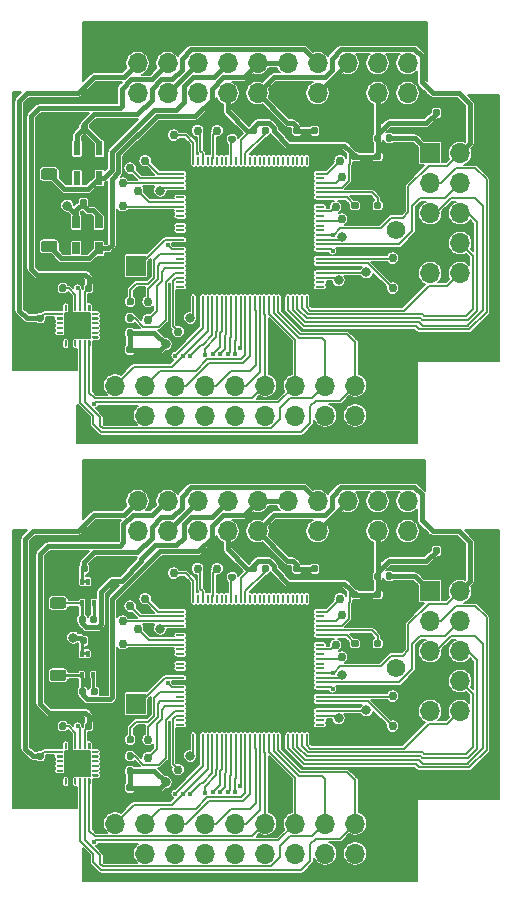
<source format=gtl>
G04 #@! TF.GenerationSoftware,KiCad,Pcbnew,(5.1.6)-1*
G04 #@! TF.CreationDate,2021-09-03T00:37:37-07:00*
G04 #@! TF.ProjectId,sulu_ldo_and_reg_panel,73756c75-5f6c-4646-9f5f-616e645f7265,rev?*
G04 #@! TF.SameCoordinates,Original*
G04 #@! TF.FileFunction,Copper,L1,Top*
G04 #@! TF.FilePolarity,Positive*
%FSLAX46Y46*%
G04 Gerber Fmt 4.6, Leading zero omitted, Abs format (unit mm)*
G04 Created by KiCad (PCBNEW (5.1.6)-1) date 2021-09-03 00:37:37*
%MOMM*%
%LPD*%
G01*
G04 APERTURE LIST*
G04 #@! TA.AperFunction,SMDPad,CuDef*
%ADD10R,0.590000X1.210000*%
G04 #@! TD*
G04 #@! TA.AperFunction,SMDPad,CuDef*
%ADD11R,0.650000X1.060000*%
G04 #@! TD*
G04 #@! TA.AperFunction,ComponentPad*
%ADD12C,1.574800*%
G04 #@! TD*
G04 #@! TA.AperFunction,ComponentPad*
%ADD13O,1.700000X1.700000*%
G04 #@! TD*
G04 #@! TA.AperFunction,ComponentPad*
%ADD14R,1.700000X1.700000*%
G04 #@! TD*
G04 #@! TA.AperFunction,ComponentPad*
%ADD15C,0.762000*%
G04 #@! TD*
G04 #@! TA.AperFunction,SMDPad,CuDef*
%ADD16O,0.800000X0.200000*%
G04 #@! TD*
G04 #@! TA.AperFunction,SMDPad,CuDef*
%ADD17O,0.200000X0.800000*%
G04 #@! TD*
G04 #@! TA.AperFunction,SMDPad,CuDef*
%ADD18R,1.137500X1.137500*%
G04 #@! TD*
G04 #@! TA.AperFunction,ComponentPad*
%ADD19C,0.568750*%
G04 #@! TD*
G04 #@! TA.AperFunction,SMDPad,CuDef*
%ADD20R,0.300000X0.500000*%
G04 #@! TD*
G04 #@! TA.AperFunction,ViaPad*
%ADD21C,0.406400*%
G04 #@! TD*
G04 #@! TA.AperFunction,ViaPad*
%ADD22C,0.812800*%
G04 #@! TD*
G04 #@! TA.AperFunction,Conductor*
%ADD23C,0.203200*%
G04 #@! TD*
G04 #@! TA.AperFunction,Conductor*
%ADD24C,0.406400*%
G04 #@! TD*
G04 #@! TA.AperFunction,Conductor*
%ADD25C,0.254000*%
G04 #@! TD*
G04 #@! TA.AperFunction,Conductor*
%ADD26C,0.127000*%
G04 #@! TD*
G04 APERTURE END LIST*
D10*
G04 #@! TO.P,U3,1*
G04 #@! TO.N,/1.1V_IN*
X115377000Y-86981999D03*
G04 #@! TO.P,U3,2*
G04 #@! TO.N,GND*
X114427000Y-86981999D03*
G04 #@! TO.P,U3,3*
G04 #@! TO.N,/1.1V_IN*
X113477000Y-86981999D03*
G04 #@! TO.P,U3,4*
G04 #@! TO.N,N/C*
X113477000Y-89491999D03*
G04 #@! TO.P,U3,5*
G04 #@! TO.N,+1.1V_REG*
X115377000Y-89491999D03*
G04 #@! TD*
D11*
G04 #@! TO.P,U2,1*
G04 #@! TO.N,+EXT_BAT*
X115325999Y-93232999D03*
G04 #@! TO.P,U2,2*
G04 #@! TO.N,GND*
X114375999Y-93232999D03*
G04 #@! TO.P,U2,3*
G04 #@! TO.N,+EXT_BAT*
X113425999Y-93232999D03*
G04 #@! TO.P,U2,4*
G04 #@! TO.N,N/C*
X113425999Y-95432999D03*
G04 #@! TO.P,U2,5*
G04 #@! TO.N,+1.8V_REG*
X115325999Y-95432999D03*
G04 #@! TD*
D12*
G04 #@! TO.P,B1,2*
G04 #@! TO.N,+EXT_BAT*
X140512800Y-93853000D03*
G04 #@! TO.P,B1,1*
G04 #@! TO.N,GND*
X120015000Y-93853000D03*
G04 #@! TD*
D13*
G04 #@! TO.P,J1,22*
G04 #@! TO.N,/SENSOR_LDO_OUTPUT*
X141478000Y-79756000D03*
G04 #@! TO.P,J1,21*
G04 #@! TO.N,/SENSOR_EXT_IN*
X141478000Y-82296000D03*
G04 #@! TO.P,J1,20*
G04 #@! TO.N,/BOOT_SOURCE_SEL*
X138938000Y-79756000D03*
G04 #@! TO.P,J1,19*
G04 #@! TO.N,+VDDD*
X138938000Y-82296000D03*
G04 #@! TO.P,J1,18*
G04 #@! TO.N,+EXT_BAT*
X136398000Y-79756000D03*
G04 #@! TO.P,J1,17*
G04 #@! TO.N,GND*
X136398000Y-82296000D03*
G04 #@! TO.P,J1,16*
G04 #@! TO.N,/1.1V_IN*
X133858000Y-79756000D03*
G04 #@! TO.P,J1,15*
G04 #@! TO.N,+EXT_BAT*
X133858000Y-82296000D03*
G04 #@! TO.P,J1,14*
G04 #@! TO.N,+1.8V_REG*
X131318000Y-79756000D03*
G04 #@! TO.P,J1,13*
G04 #@! TO.N,GND*
X131318000Y-82296000D03*
G04 #@! TO.P,J1,12*
G04 #@! TO.N,+1.8V_REG*
X128778000Y-79756000D03*
G04 #@! TO.P,J1,11*
G04 #@! TO.N,+VBAT*
X128778000Y-82296000D03*
G04 #@! TO.P,J1,10*
G04 #@! TO.N,+1.1V_REG*
X126238000Y-79756000D03*
G04 #@! TO.P,J1,9*
G04 #@! TO.N,+VDDD*
X126238000Y-82296000D03*
G04 #@! TO.P,J1,8*
G04 #@! TO.N,+VDDIO*
X123698000Y-79756000D03*
G04 #@! TO.P,J1,7*
G04 #@! TO.N,+VBAT*
X123698000Y-82296000D03*
G04 #@! TO.P,J1,6*
G04 #@! TO.N,/IMU_VDDIO*
X121158000Y-79756000D03*
G04 #@! TO.P,J1,5*
G04 #@! TO.N,+VDDIO*
X121158000Y-82296000D03*
G04 #@! TO.P,J1,4*
G04 #@! TO.N,/IMU_VDD*
X118618000Y-79756000D03*
G04 #@! TO.P,J1,3*
G04 #@! TO.N,+VDDIO*
X118618000Y-82296000D03*
G04 #@! TO.P,J1,2*
G04 #@! TO.N,GND*
X116078000Y-79756000D03*
D14*
G04 #@! TO.P,J1,1*
X116078000Y-82296000D03*
G04 #@! TD*
G04 #@! TO.P,R4,2*
G04 #@! TO.N,Net-(R4-Pad2)*
G04 #@! TA.AperFunction,SMDPad,CuDef*
G36*
G01*
X129118000Y-85643500D02*
X129118000Y-85298500D01*
G75*
G02*
X129265500Y-85151000I147500J0D01*
G01*
X129560500Y-85151000D01*
G75*
G02*
X129708000Y-85298500I0J-147500D01*
G01*
X129708000Y-85643500D01*
G75*
G02*
X129560500Y-85791000I-147500J0D01*
G01*
X129265500Y-85791000D01*
G75*
G02*
X129118000Y-85643500I0J147500D01*
G01*
G37*
G04 #@! TD.AperFunction*
G04 #@! TO.P,R4,1*
G04 #@! TO.N,+VDDD*
G04 #@! TA.AperFunction,SMDPad,CuDef*
G36*
G01*
X128148000Y-85643500D02*
X128148000Y-85298500D01*
G75*
G02*
X128295500Y-85151000I147500J0D01*
G01*
X128590500Y-85151000D01*
G75*
G02*
X128738000Y-85298500I0J-147500D01*
G01*
X128738000Y-85643500D01*
G75*
G02*
X128590500Y-85791000I-147500J0D01*
G01*
X128295500Y-85791000D01*
G75*
G02*
X128148000Y-85643500I0J147500D01*
G01*
G37*
G04 #@! TD.AperFunction*
G04 #@! TD*
G04 #@! TO.P,R3,2*
G04 #@! TO.N,GND*
G04 #@! TA.AperFunction,SMDPad,CuDef*
G36*
G01*
X144612000Y-84119500D02*
X144612000Y-83774500D01*
G75*
G02*
X144759500Y-83627000I147500J0D01*
G01*
X145054500Y-83627000D01*
G75*
G02*
X145202000Y-83774500I0J-147500D01*
G01*
X145202000Y-84119500D01*
G75*
G02*
X145054500Y-84267000I-147500J0D01*
G01*
X144759500Y-84267000D01*
G75*
G02*
X144612000Y-84119500I0J147500D01*
G01*
G37*
G04 #@! TD.AperFunction*
G04 #@! TO.P,R3,1*
G04 #@! TO.N,+VDDD*
G04 #@! TA.AperFunction,SMDPad,CuDef*
G36*
G01*
X143642000Y-84119500D02*
X143642000Y-83774500D01*
G75*
G02*
X143789500Y-83627000I147500J0D01*
G01*
X144084500Y-83627000D01*
G75*
G02*
X144232000Y-83774500I0J-147500D01*
G01*
X144232000Y-84119500D01*
G75*
G02*
X144084500Y-84267000I-147500J0D01*
G01*
X143789500Y-84267000D01*
G75*
G02*
X143642000Y-84119500I0J147500D01*
G01*
G37*
G04 #@! TD.AperFunction*
G04 #@! TD*
G04 #@! TO.P,R2,2*
G04 #@! TO.N,+VDDD*
G04 #@! TA.AperFunction,SMDPad,CuDef*
G36*
G01*
X139233000Y-85933500D02*
X139233000Y-86278500D01*
G75*
G02*
X139085500Y-86426000I-147500J0D01*
G01*
X138790500Y-86426000D01*
G75*
G02*
X138643000Y-86278500I0J147500D01*
G01*
X138643000Y-85933500D01*
G75*
G02*
X138790500Y-85786000I147500J0D01*
G01*
X139085500Y-85786000D01*
G75*
G02*
X139233000Y-85933500I0J-147500D01*
G01*
G37*
G04 #@! TD.AperFunction*
G04 #@! TO.P,R2,1*
G04 #@! TO.N,+NRF_VDDD*
G04 #@! TA.AperFunction,SMDPad,CuDef*
G36*
G01*
X140203000Y-85933500D02*
X140203000Y-86278500D01*
G75*
G02*
X140055500Y-86426000I-147500J0D01*
G01*
X139760500Y-86426000D01*
G75*
G02*
X139613000Y-86278500I0J147500D01*
G01*
X139613000Y-85933500D01*
G75*
G02*
X139760500Y-85786000I147500J0D01*
G01*
X140055500Y-85786000D01*
G75*
G02*
X140203000Y-85933500I0J-147500D01*
G01*
G37*
G04 #@! TD.AperFunction*
G04 #@! TD*
G04 #@! TO.P,C_1.8_OUT1,1*
G04 #@! TO.N,GND*
G04 #@! TA.AperFunction,SMDPad,CuDef*
G36*
G01*
X110668750Y-92913000D02*
X111581250Y-92913000D01*
G75*
G02*
X111825000Y-93156750I0J-243750D01*
G01*
X111825000Y-93644250D01*
G75*
G02*
X111581250Y-93888000I-243750J0D01*
G01*
X110668750Y-93888000D01*
G75*
G02*
X110425000Y-93644250I0J243750D01*
G01*
X110425000Y-93156750D01*
G75*
G02*
X110668750Y-92913000I243750J0D01*
G01*
G37*
G04 #@! TD.AperFunction*
G04 #@! TO.P,C_1.8_OUT1,2*
G04 #@! TO.N,+1.8V_REG*
G04 #@! TA.AperFunction,SMDPad,CuDef*
G36*
G01*
X110668750Y-94788000D02*
X111581250Y-94788000D01*
G75*
G02*
X111825000Y-95031750I0J-243750D01*
G01*
X111825000Y-95519250D01*
G75*
G02*
X111581250Y-95763000I-243750J0D01*
G01*
X110668750Y-95763000D01*
G75*
G02*
X110425000Y-95519250I0J243750D01*
G01*
X110425000Y-95031750D01*
G75*
G02*
X110668750Y-94788000I243750J0D01*
G01*
G37*
G04 #@! TD.AperFunction*
G04 #@! TD*
G04 #@! TO.P,C_1.1_OUT1,1*
G04 #@! TO.N,GND*
G04 #@! TA.AperFunction,SMDPad,CuDef*
G36*
G01*
X110668750Y-86791500D02*
X111581250Y-86791500D01*
G75*
G02*
X111825000Y-87035250I0J-243750D01*
G01*
X111825000Y-87522750D01*
G75*
G02*
X111581250Y-87766500I-243750J0D01*
G01*
X110668750Y-87766500D01*
G75*
G02*
X110425000Y-87522750I0J243750D01*
G01*
X110425000Y-87035250D01*
G75*
G02*
X110668750Y-86791500I243750J0D01*
G01*
G37*
G04 #@! TD.AperFunction*
G04 #@! TO.P,C_1.1_OUT1,2*
G04 #@! TO.N,+1.1V_REG*
G04 #@! TA.AperFunction,SMDPad,CuDef*
G36*
G01*
X110668750Y-88666500D02*
X111581250Y-88666500D01*
G75*
G02*
X111825000Y-88910250I0J-243750D01*
G01*
X111825000Y-89397750D01*
G75*
G02*
X111581250Y-89641500I-243750J0D01*
G01*
X110668750Y-89641500D01*
G75*
G02*
X110425000Y-89397750I0J243750D01*
G01*
X110425000Y-88910250D01*
G75*
G02*
X110668750Y-88666500I243750J0D01*
G01*
G37*
G04 #@! TD.AperFunction*
G04 #@! TD*
D13*
G04 #@! TO.P,J3,10*
G04 #@! TO.N,/3WB_DATA*
X145923000Y-97536000D03*
G04 #@! TO.P,J3,9*
G04 #@! TO.N,/GPIO2*
X143383000Y-97536000D03*
G04 #@! TO.P,J3,8*
G04 #@! TO.N,/3WB_ENB*
X145923000Y-94996000D03*
G04 #@! TO.P,J3,7*
G04 #@! TO.N,GND*
X143383000Y-94996000D03*
G04 #@! TO.P,J3,6*
G04 #@! TO.N,/3WB_CLK*
X145923000Y-92456000D03*
G04 #@! TO.P,J3,5*
G04 #@! TO.N,/RsRx*
X143383000Y-92456000D03*
G04 #@! TO.P,J3,4*
G04 #@! TO.N,/HARD_RESET*
X145923000Y-89916000D03*
G04 #@! TO.P,J3,3*
G04 #@! TO.N,/RsTx*
X143383000Y-89916000D03*
G04 #@! TO.P,J3,2*
G04 #@! TO.N,+VBAT*
X145923000Y-87376000D03*
D14*
G04 #@! TO.P,J3,1*
G04 #@! TO.N,+NRF_VDDD*
X143383000Y-87376000D03*
G04 #@! TD*
G04 #@! TO.P,C_1.1_IN1,2*
G04 #@! TO.N,GND*
G04 #@! TA.AperFunction,SMDPad,CuDef*
G36*
G01*
X114767000Y-85389500D02*
X114767000Y-85044500D01*
G75*
G02*
X114914500Y-84897000I147500J0D01*
G01*
X115209500Y-84897000D01*
G75*
G02*
X115357000Y-85044500I0J-147500D01*
G01*
X115357000Y-85389500D01*
G75*
G02*
X115209500Y-85537000I-147500J0D01*
G01*
X114914500Y-85537000D01*
G75*
G02*
X114767000Y-85389500I0J147500D01*
G01*
G37*
G04 #@! TD.AperFunction*
G04 #@! TO.P,C_1.1_IN1,1*
G04 #@! TO.N,/1.1V_IN*
G04 #@! TA.AperFunction,SMDPad,CuDef*
G36*
G01*
X113797000Y-85389500D02*
X113797000Y-85044500D01*
G75*
G02*
X113944500Y-84897000I147500J0D01*
G01*
X114239500Y-84897000D01*
G75*
G02*
X114387000Y-85044500I0J-147500D01*
G01*
X114387000Y-85389500D01*
G75*
G02*
X114239500Y-85537000I-147500J0D01*
G01*
X113944500Y-85537000D01*
G75*
G02*
X113797000Y-85389500I0J147500D01*
G01*
G37*
G04 #@! TD.AperFunction*
G04 #@! TD*
G04 #@! TO.P,C_1.8_IN1,2*
G04 #@! TO.N,GND*
G04 #@! TA.AperFunction,SMDPad,CuDef*
G36*
G01*
X114721000Y-91739500D02*
X114721000Y-91394500D01*
G75*
G02*
X114868500Y-91247000I147500J0D01*
G01*
X115163500Y-91247000D01*
G75*
G02*
X115311000Y-91394500I0J-147500D01*
G01*
X115311000Y-91739500D01*
G75*
G02*
X115163500Y-91887000I-147500J0D01*
G01*
X114868500Y-91887000D01*
G75*
G02*
X114721000Y-91739500I0J147500D01*
G01*
G37*
G04 #@! TD.AperFunction*
G04 #@! TO.P,C_1.8_IN1,1*
G04 #@! TO.N,+EXT_BAT*
G04 #@! TA.AperFunction,SMDPad,CuDef*
G36*
G01*
X113751000Y-91739500D02*
X113751000Y-91394500D01*
G75*
G02*
X113898500Y-91247000I147500J0D01*
G01*
X114193500Y-91247000D01*
G75*
G02*
X114341000Y-91394500I0J-147500D01*
G01*
X114341000Y-91739500D01*
G75*
G02*
X114193500Y-91887000I-147500J0D01*
G01*
X113898500Y-91887000D01*
G75*
G02*
X113751000Y-91739500I0J147500D01*
G01*
G37*
G04 #@! TD.AperFunction*
G04 #@! TD*
D15*
G04 #@! TO.P,J21,1*
G04 #@! TO.N,Net-(J21-Pad1)*
X140208000Y-96266000D03*
G04 #@! TD*
G04 #@! TO.P,J20,1*
G04 #@! TO.N,Net-(J20-Pad1)*
X135763000Y-88011000D03*
G04 #@! TD*
G04 #@! TO.P,J19,1*
G04 #@! TO.N,Net-(J19-Pad1)*
X125349000Y-85471000D03*
G04 #@! TD*
G04 #@! TO.P,J18,1*
G04 #@! TO.N,Net-(J18-Pad1)*
X123698000Y-85471000D03*
G04 #@! TD*
G04 #@! TO.P,J14,1*
G04 #@! TO.N,Net-(J14-Pad1)*
X121666000Y-85852000D03*
G04 #@! TD*
G04 #@! TO.P,J12,1*
G04 #@! TO.N,Net-(J12-Pad1)*
X119507000Y-101473000D03*
G04 #@! TD*
G04 #@! TO.P,J17,1*
G04 #@! TO.N,Net-(J17-Pad1)*
X140208000Y-98806000D03*
G04 #@! TD*
G04 #@! TO.P,J16,1*
G04 #@! TO.N,Net-(J16-Pad1)*
X135890000Y-92964000D03*
G04 #@! TD*
G04 #@! TO.P,J15,1*
G04 #@! TO.N,Net-(J15-Pad1)*
X135382000Y-91948000D03*
G04 #@! TD*
G04 #@! TO.P,J13,1*
G04 #@! TO.N,Net-(J13-Pad1)*
X122047000Y-102489000D03*
G04 #@! TD*
G04 #@! TO.P,J11,1*
G04 #@! TO.N,Net-(J11-Pad1)*
X119507000Y-99949000D03*
G04 #@! TD*
G04 #@! TO.P,J10,1*
G04 #@! TO.N,Net-(J10-Pad1)*
X117348000Y-91821000D03*
G04 #@! TD*
G04 #@! TO.P,J9,1*
G04 #@! TO.N,Net-(J9-Pad1)*
X118618000Y-90551000D03*
G04 #@! TD*
G04 #@! TO.P,J8,1*
G04 #@! TO.N,Net-(J8-Pad1)*
X117348000Y-89916000D03*
G04 #@! TD*
G04 #@! TO.P,J7,1*
G04 #@! TO.N,Net-(J7-Pad1)*
X117983000Y-88646000D03*
G04 #@! TD*
G04 #@! TO.P,J6,1*
G04 #@! TO.N,Net-(J6-Pad1)*
X119253000Y-88011000D03*
G04 #@! TD*
G04 #@! TO.P,J5,1*
G04 #@! TO.N,Net-(J5-Pad1)*
X135890000Y-89408000D03*
G04 #@! TD*
G04 #@! TO.P,GND6,1*
G04 #@! TO.N,GND*
X146050000Y-83566000D03*
G04 #@! TD*
G04 #@! TO.P,GND5,1*
G04 #@! TO.N,GND*
X138303000Y-99441000D03*
G04 #@! TD*
G04 #@! TO.P,GND4,1*
G04 #@! TO.N,GND*
X136017000Y-85725000D03*
G04 #@! TD*
G04 #@! TO.P,GND3,1*
G04 #@! TO.N,GND*
X116967000Y-85725000D03*
G04 #@! TD*
G04 #@! TO.P,GND2,1*
G04 #@! TO.N,GND*
X140208000Y-91186000D03*
G04 #@! TD*
G04 #@! TO.P,GND1,1*
G04 #@! TO.N,GND*
X130175000Y-102997000D03*
G04 #@! TD*
D14*
G04 #@! TO.P,J4,1*
G04 #@! TO.N,/ANTENNA*
X118491000Y-96901000D03*
G04 #@! TD*
G04 #@! TO.P,R1,2*
G04 #@! TO.N,GND*
G04 #@! TA.AperFunction,SMDPad,CuDef*
G36*
G01*
X138765500Y-92496000D02*
X139110500Y-92496000D01*
G75*
G02*
X139258000Y-92643500I0J-147500D01*
G01*
X139258000Y-92938500D01*
G75*
G02*
X139110500Y-93086000I-147500J0D01*
G01*
X138765500Y-93086000D01*
G75*
G02*
X138618000Y-92938500I0J147500D01*
G01*
X138618000Y-92643500D01*
G75*
G02*
X138765500Y-92496000I147500J0D01*
G01*
G37*
G04 #@! TD.AperFunction*
G04 #@! TO.P,R1,1*
G04 #@! TO.N,/scumsheet/VDDD_DISABLE*
G04 #@! TA.AperFunction,SMDPad,CuDef*
G36*
G01*
X138765500Y-91526000D02*
X139110500Y-91526000D01*
G75*
G02*
X139258000Y-91673500I0J-147500D01*
G01*
X139258000Y-91968500D01*
G75*
G02*
X139110500Y-92116000I-147500J0D01*
G01*
X138765500Y-92116000D01*
G75*
G02*
X138618000Y-91968500I0J147500D01*
G01*
X138618000Y-91673500D01*
G75*
G02*
X138765500Y-91526000I147500J0D01*
G01*
G37*
G04 #@! TD.AperFunction*
G04 #@! TD*
G04 #@! TO.P,C13,2*
G04 #@! TO.N,+VDDD*
G04 #@! TA.AperFunction,SMDPad,CuDef*
G36*
G01*
X139110500Y-87971000D02*
X138765500Y-87971000D01*
G75*
G02*
X138618000Y-87823500I0J147500D01*
G01*
X138618000Y-87528500D01*
G75*
G02*
X138765500Y-87381000I147500J0D01*
G01*
X139110500Y-87381000D01*
G75*
G02*
X139258000Y-87528500I0J-147500D01*
G01*
X139258000Y-87823500D01*
G75*
G02*
X139110500Y-87971000I-147500J0D01*
G01*
G37*
G04 #@! TD.AperFunction*
G04 #@! TO.P,C13,1*
G04 #@! TO.N,GND*
G04 #@! TA.AperFunction,SMDPad,CuDef*
G36*
G01*
X139110500Y-88941000D02*
X138765500Y-88941000D01*
G75*
G02*
X138618000Y-88793500I0J147500D01*
G01*
X138618000Y-88498500D01*
G75*
G02*
X138765500Y-88351000I147500J0D01*
G01*
X139110500Y-88351000D01*
G75*
G02*
X139258000Y-88498500I0J-147500D01*
G01*
X139258000Y-88793500D01*
G75*
G02*
X139110500Y-88941000I-147500J0D01*
G01*
G37*
G04 #@! TD.AperFunction*
G04 #@! TD*
G04 #@! TO.P,C12,2*
G04 #@! TO.N,+VDDD*
G04 #@! TA.AperFunction,SMDPad,CuDef*
G36*
G01*
X137205500Y-87971000D02*
X136860500Y-87971000D01*
G75*
G02*
X136713000Y-87823500I0J147500D01*
G01*
X136713000Y-87528500D01*
G75*
G02*
X136860500Y-87381000I147500J0D01*
G01*
X137205500Y-87381000D01*
G75*
G02*
X137353000Y-87528500I0J-147500D01*
G01*
X137353000Y-87823500D01*
G75*
G02*
X137205500Y-87971000I-147500J0D01*
G01*
G37*
G04 #@! TD.AperFunction*
G04 #@! TO.P,C12,1*
G04 #@! TO.N,GND*
G04 #@! TA.AperFunction,SMDPad,CuDef*
G36*
G01*
X137205500Y-88941000D02*
X136860500Y-88941000D01*
G75*
G02*
X136713000Y-88793500I0J147500D01*
G01*
X136713000Y-88498500D01*
G75*
G02*
X136860500Y-88351000I147500J0D01*
G01*
X137205500Y-88351000D01*
G75*
G02*
X137353000Y-88498500I0J-147500D01*
G01*
X137353000Y-88793500D01*
G75*
G02*
X137205500Y-88941000I-147500J0D01*
G01*
G37*
G04 #@! TD.AperFunction*
G04 #@! TD*
G04 #@! TO.P,C11,2*
G04 #@! TO.N,/scumsheet/AUX_LDO_OUTPUT*
G04 #@! TA.AperFunction,SMDPad,CuDef*
G36*
G01*
X137205500Y-92116000D02*
X136860500Y-92116000D01*
G75*
G02*
X136713000Y-91968500I0J147500D01*
G01*
X136713000Y-91673500D01*
G75*
G02*
X136860500Y-91526000I147500J0D01*
G01*
X137205500Y-91526000D01*
G75*
G02*
X137353000Y-91673500I0J-147500D01*
G01*
X137353000Y-91968500D01*
G75*
G02*
X137205500Y-92116000I-147500J0D01*
G01*
G37*
G04 #@! TD.AperFunction*
G04 #@! TO.P,C11,1*
G04 #@! TO.N,GND*
G04 #@! TA.AperFunction,SMDPad,CuDef*
G36*
G01*
X137205500Y-93086000D02*
X136860500Y-93086000D01*
G75*
G02*
X136713000Y-92938500I0J147500D01*
G01*
X136713000Y-92643500D01*
G75*
G02*
X136860500Y-92496000I147500J0D01*
G01*
X137205500Y-92496000D01*
G75*
G02*
X137353000Y-92643500I0J-147500D01*
G01*
X137353000Y-92938500D01*
G75*
G02*
X137205500Y-93086000I-147500J0D01*
G01*
G37*
G04 #@! TD.AperFunction*
G04 #@! TD*
G04 #@! TO.P,C10,2*
G04 #@! TO.N,GND*
G04 #@! TA.AperFunction,SMDPad,CuDef*
G36*
G01*
X126791500Y-85512000D02*
X126446500Y-85512000D01*
G75*
G02*
X126299000Y-85364500I0J147500D01*
G01*
X126299000Y-85069500D01*
G75*
G02*
X126446500Y-84922000I147500J0D01*
G01*
X126791500Y-84922000D01*
G75*
G02*
X126939000Y-85069500I0J-147500D01*
G01*
X126939000Y-85364500D01*
G75*
G02*
X126791500Y-85512000I-147500J0D01*
G01*
G37*
G04 #@! TD.AperFunction*
G04 #@! TO.P,C10,1*
G04 #@! TO.N,+VDDAO*
G04 #@! TA.AperFunction,SMDPad,CuDef*
G36*
G01*
X126791500Y-86482000D02*
X126446500Y-86482000D01*
G75*
G02*
X126299000Y-86334500I0J147500D01*
G01*
X126299000Y-86039500D01*
G75*
G02*
X126446500Y-85892000I147500J0D01*
G01*
X126791500Y-85892000D01*
G75*
G02*
X126939000Y-86039500I0J-147500D01*
G01*
X126939000Y-86334500D01*
G75*
G02*
X126791500Y-86482000I-147500J0D01*
G01*
G37*
G04 #@! TD.AperFunction*
G04 #@! TD*
G04 #@! TO.P,C9,2*
G04 #@! TO.N,GND*
G04 #@! TA.AperFunction,SMDPad,CuDef*
G36*
G01*
X117262000Y-103840500D02*
X117262000Y-104185500D01*
G75*
G02*
X117114500Y-104333000I-147500J0D01*
G01*
X116819500Y-104333000D01*
G75*
G02*
X116672000Y-104185500I0J147500D01*
G01*
X116672000Y-103840500D01*
G75*
G02*
X116819500Y-103693000I147500J0D01*
G01*
X117114500Y-103693000D01*
G75*
G02*
X117262000Y-103840500I0J-147500D01*
G01*
G37*
G04 #@! TD.AperFunction*
G04 #@! TO.P,C9,1*
G04 #@! TO.N,+VDDIO*
G04 #@! TA.AperFunction,SMDPad,CuDef*
G36*
G01*
X118232000Y-103840500D02*
X118232000Y-104185500D01*
G75*
G02*
X118084500Y-104333000I-147500J0D01*
G01*
X117789500Y-104333000D01*
G75*
G02*
X117642000Y-104185500I0J147500D01*
G01*
X117642000Y-103840500D01*
G75*
G02*
X117789500Y-103693000I147500J0D01*
G01*
X118084500Y-103693000D01*
G75*
G02*
X118232000Y-103840500I0J-147500D01*
G01*
G37*
G04 #@! TD.AperFunction*
G04 #@! TD*
G04 #@! TO.P,C8,2*
G04 #@! TO.N,GND*
G04 #@! TA.AperFunction,SMDPad,CuDef*
G36*
G01*
X117308000Y-102443500D02*
X117308000Y-102788500D01*
G75*
G02*
X117160500Y-102936000I-147500J0D01*
G01*
X116865500Y-102936000D01*
G75*
G02*
X116718000Y-102788500I0J147500D01*
G01*
X116718000Y-102443500D01*
G75*
G02*
X116865500Y-102296000I147500J0D01*
G01*
X117160500Y-102296000D01*
G75*
G02*
X117308000Y-102443500I0J-147500D01*
G01*
G37*
G04 #@! TD.AperFunction*
G04 #@! TO.P,C8,1*
G04 #@! TO.N,+VDDIO*
G04 #@! TA.AperFunction,SMDPad,CuDef*
G36*
G01*
X118278000Y-102443500D02*
X118278000Y-102788500D01*
G75*
G02*
X118130500Y-102936000I-147500J0D01*
G01*
X117835500Y-102936000D01*
G75*
G02*
X117688000Y-102788500I0J147500D01*
G01*
X117688000Y-102443500D01*
G75*
G02*
X117835500Y-102296000I147500J0D01*
G01*
X118130500Y-102296000D01*
G75*
G02*
X118278000Y-102443500I0J-147500D01*
G01*
G37*
G04 #@! TD.AperFunction*
G04 #@! TD*
G04 #@! TO.P,C7,2*
G04 #@! TO.N,GND*
G04 #@! TA.AperFunction,SMDPad,CuDef*
G36*
G01*
X134279000Y-85643500D02*
X134279000Y-85298500D01*
G75*
G02*
X134426500Y-85151000I147500J0D01*
G01*
X134721500Y-85151000D01*
G75*
G02*
X134869000Y-85298500I0J-147500D01*
G01*
X134869000Y-85643500D01*
G75*
G02*
X134721500Y-85791000I-147500J0D01*
G01*
X134426500Y-85791000D01*
G75*
G02*
X134279000Y-85643500I0J147500D01*
G01*
G37*
G04 #@! TD.AperFunction*
G04 #@! TO.P,C7,1*
G04 #@! TO.N,+VBAT*
G04 #@! TA.AperFunction,SMDPad,CuDef*
G36*
G01*
X133309000Y-85643500D02*
X133309000Y-85298500D01*
G75*
G02*
X133456500Y-85151000I147500J0D01*
G01*
X133751500Y-85151000D01*
G75*
G02*
X133899000Y-85298500I0J-147500D01*
G01*
X133899000Y-85643500D01*
G75*
G02*
X133751500Y-85791000I-147500J0D01*
G01*
X133456500Y-85791000D01*
G75*
G02*
X133309000Y-85643500I0J147500D01*
G01*
G37*
G04 #@! TD.AperFunction*
G04 #@! TD*
G04 #@! TO.P,C6,2*
G04 #@! TO.N,GND*
G04 #@! TA.AperFunction,SMDPad,CuDef*
G36*
G01*
X131405000Y-85298500D02*
X131405000Y-85643500D01*
G75*
G02*
X131257500Y-85791000I-147500J0D01*
G01*
X130962500Y-85791000D01*
G75*
G02*
X130815000Y-85643500I0J147500D01*
G01*
X130815000Y-85298500D01*
G75*
G02*
X130962500Y-85151000I147500J0D01*
G01*
X131257500Y-85151000D01*
G75*
G02*
X131405000Y-85298500I0J-147500D01*
G01*
G37*
G04 #@! TD.AperFunction*
G04 #@! TO.P,C6,1*
G04 #@! TO.N,+VBAT*
G04 #@! TA.AperFunction,SMDPad,CuDef*
G36*
G01*
X132375000Y-85298500D02*
X132375000Y-85643500D01*
G75*
G02*
X132227500Y-85791000I-147500J0D01*
G01*
X131932500Y-85791000D01*
G75*
G02*
X131785000Y-85643500I0J147500D01*
G01*
X131785000Y-85298500D01*
G75*
G02*
X131932500Y-85151000I147500J0D01*
G01*
X132227500Y-85151000D01*
G75*
G02*
X132375000Y-85298500I0J-147500D01*
G01*
G37*
G04 #@! TD.AperFunction*
G04 #@! TD*
G04 #@! TO.P,C5,2*
G04 #@! TO.N,GND*
G04 #@! TA.AperFunction,SMDPad,CuDef*
G36*
G01*
X117308000Y-99776500D02*
X117308000Y-100121500D01*
G75*
G02*
X117160500Y-100269000I-147500J0D01*
G01*
X116865500Y-100269000D01*
G75*
G02*
X116718000Y-100121500I0J147500D01*
G01*
X116718000Y-99776500D01*
G75*
G02*
X116865500Y-99629000I147500J0D01*
G01*
X117160500Y-99629000D01*
G75*
G02*
X117308000Y-99776500I0J-147500D01*
G01*
G37*
G04 #@! TD.AperFunction*
G04 #@! TO.P,C5,1*
G04 #@! TO.N,/scumsheet/PA_LDO_OUTPUT*
G04 #@! TA.AperFunction,SMDPad,CuDef*
G36*
G01*
X118278000Y-99776500D02*
X118278000Y-100121500D01*
G75*
G02*
X118130500Y-100269000I-147500J0D01*
G01*
X117835500Y-100269000D01*
G75*
G02*
X117688000Y-100121500I0J147500D01*
G01*
X117688000Y-99776500D01*
G75*
G02*
X117835500Y-99629000I147500J0D01*
G01*
X118130500Y-99629000D01*
G75*
G02*
X118278000Y-99776500I0J-147500D01*
G01*
G37*
G04 #@! TD.AperFunction*
G04 #@! TD*
G04 #@! TO.P,C4,2*
G04 #@! TO.N,GND*
G04 #@! TA.AperFunction,SMDPad,CuDef*
G36*
G01*
X117308000Y-101173500D02*
X117308000Y-101518500D01*
G75*
G02*
X117160500Y-101666000I-147500J0D01*
G01*
X116865500Y-101666000D01*
G75*
G02*
X116718000Y-101518500I0J147500D01*
G01*
X116718000Y-101173500D01*
G75*
G02*
X116865500Y-101026000I147500J0D01*
G01*
X117160500Y-101026000D01*
G75*
G02*
X117308000Y-101173500I0J-147500D01*
G01*
G37*
G04 #@! TD.AperFunction*
G04 #@! TO.P,C4,1*
G04 #@! TO.N,/scumsheet/LO_LDO_OUTPUT*
G04 #@! TA.AperFunction,SMDPad,CuDef*
G36*
G01*
X118278000Y-101173500D02*
X118278000Y-101518500D01*
G75*
G02*
X118130500Y-101666000I-147500J0D01*
G01*
X117835500Y-101666000D01*
G75*
G02*
X117688000Y-101518500I0J147500D01*
G01*
X117688000Y-101173500D01*
G75*
G02*
X117835500Y-101026000I147500J0D01*
G01*
X118130500Y-101026000D01*
G75*
G02*
X118278000Y-101173500I0J-147500D01*
G01*
G37*
G04 #@! TD.AperFunction*
G04 #@! TD*
D13*
G04 #@! TO.P,J2,20*
G04 #@! TO.N,GND*
X139573000Y-107061000D03*
G04 #@! TO.P,J2,19*
X139573000Y-109601000D03*
G04 #@! TO.P,J2,18*
G04 #@! TO.N,/GPIO15*
X137033000Y-107061000D03*
G04 #@! TO.P,J2,17*
G04 #@! TO.N,/GPIO7*
X137033000Y-109601000D03*
G04 #@! TO.P,J2,16*
G04 #@! TO.N,/GPIO14*
X134493000Y-107061000D03*
G04 #@! TO.P,J2,15*
G04 #@! TO.N,/GPIO6*
X134493000Y-109601000D03*
G04 #@! TO.P,J2,14*
G04 #@! TO.N,/GPIO13*
X131953000Y-107061000D03*
G04 #@! TO.P,J2,13*
G04 #@! TO.N,/GPIO5*
X131953000Y-109601000D03*
G04 #@! TO.P,J2,12*
G04 #@! TO.N,/GPIO12*
X129413000Y-107061000D03*
G04 #@! TO.P,J2,11*
G04 #@! TO.N,/GPIO4*
X129413000Y-109601000D03*
G04 #@! TO.P,J2,10*
G04 #@! TO.N,/GPIO11*
X126873000Y-107061000D03*
G04 #@! TO.P,J2,9*
G04 #@! TO.N,/GPIO3*
X126873000Y-109601000D03*
G04 #@! TO.P,J2,8*
G04 #@! TO.N,/GPIO10*
X124333000Y-107061000D03*
G04 #@! TO.P,J2,7*
G04 #@! TO.N,/GPIO2*
X124333000Y-109601000D03*
G04 #@! TO.P,J2,6*
G04 #@! TO.N,/GPIO9*
X121793000Y-107061000D03*
G04 #@! TO.P,J2,5*
G04 #@! TO.N,/GPIO1*
X121793000Y-109601000D03*
G04 #@! TO.P,J2,4*
G04 #@! TO.N,/GPIO8*
X119253000Y-107061000D03*
G04 #@! TO.P,J2,3*
G04 #@! TO.N,/GPIO0*
X119253000Y-109601000D03*
G04 #@! TO.P,J2,2*
G04 #@! TO.N,/GPIO1*
X116713000Y-107061000D03*
D14*
G04 #@! TO.P,J2,1*
G04 #@! TO.N,GND*
X116713000Y-109601000D03*
G04 #@! TD*
D16*
G04 #@! TO.P,U1,1*
G04 #@! TO.N,Net-(J6-Pad1)*
X122243000Y-89111000D03*
G04 #@! TO.P,U1,2*
G04 #@! TO.N,Net-(J7-Pad1)*
X122243000Y-89511000D03*
G04 #@! TO.P,U1,3*
G04 #@! TO.N,Net-(J8-Pad1)*
X122243000Y-89911000D03*
G04 #@! TO.P,U1,4*
G04 #@! TO.N,+VBAT*
X122243000Y-90311000D03*
G04 #@! TO.P,U1,5*
G04 #@! TO.N,GND*
X122243000Y-90711000D03*
G04 #@! TO.P,U1,6*
G04 #@! TO.N,N/C*
X122243000Y-91111000D03*
G04 #@! TO.P,U1,7*
G04 #@! TO.N,Net-(J9-Pad1)*
X122243000Y-91511000D03*
G04 #@! TO.P,U1,8*
G04 #@! TO.N,Net-(J10-Pad1)*
X122243000Y-91911000D03*
G04 #@! TO.P,U1,9*
G04 #@! TO.N,N/C*
X122243000Y-92311000D03*
G04 #@! TO.P,U1,10*
X122243000Y-92711000D03*
G04 #@! TO.P,U1,11*
G04 #@! TO.N,GND*
X122243000Y-93111000D03*
G04 #@! TO.P,U1,12*
G04 #@! TO.N,N/C*
X122243000Y-93511000D03*
G04 #@! TO.P,U1,13*
X122243000Y-93911000D03*
G04 #@! TO.P,U1,14*
G04 #@! TO.N,GND*
X122243000Y-94311000D03*
G04 #@! TO.P,U1,15*
G04 #@! TO.N,/ANTENNA*
X122243000Y-94711000D03*
G04 #@! TO.P,U1,16*
G04 #@! TO.N,GND*
X122243000Y-95111000D03*
G04 #@! TO.P,U1,17*
G04 #@! TO.N,+VBAT*
X122243000Y-95511000D03*
G04 #@! TO.P,U1,18*
G04 #@! TO.N,/scumsheet/PA_LDO_OUTPUT*
X122243000Y-95911000D03*
G04 #@! TO.P,U1,19*
G04 #@! TO.N,N/C*
X122243000Y-96311000D03*
G04 #@! TO.P,U1,20*
G04 #@! TO.N,Net-(J11-Pad1)*
X122243000Y-96711000D03*
G04 #@! TO.P,U1,21*
G04 #@! TO.N,Net-(J12-Pad1)*
X122243000Y-97111000D03*
G04 #@! TO.P,U1,22*
G04 #@! TO.N,/scumsheet/LO_LDO_OUTPUT*
X122243000Y-97511000D03*
G04 #@! TO.P,U1,23*
G04 #@! TO.N,Net-(J13-Pad1)*
X122243000Y-97911000D03*
G04 #@! TO.P,U1,24*
G04 #@! TO.N,N/C*
X122243000Y-98311000D03*
G04 #@! TO.P,U1,25*
X122243000Y-98711000D03*
D17*
G04 #@! TO.P,U1,26*
G04 #@! TO.N,+VBAT*
X123343000Y-99811000D03*
G04 #@! TO.P,U1,27*
G04 #@! TO.N,GND*
X123743000Y-99811000D03*
G04 #@! TO.P,U1,28*
G04 #@! TO.N,/GPIO0*
X124143000Y-99811000D03*
G04 #@! TO.P,U1,29*
G04 #@! TO.N,/GPIO1*
X124543000Y-99811000D03*
G04 #@! TO.P,U1,30*
G04 #@! TO.N,/GPIO2*
X124943000Y-99811000D03*
G04 #@! TO.P,U1,31*
G04 #@! TO.N,/GPIO3*
X125343000Y-99811000D03*
G04 #@! TO.P,U1,32*
G04 #@! TO.N,/GPIO4*
X125743000Y-99811000D03*
G04 #@! TO.P,U1,33*
G04 #@! TO.N,/GPIO5*
X126143000Y-99811000D03*
G04 #@! TO.P,U1,34*
G04 #@! TO.N,/GPIO6*
X126543000Y-99811000D03*
G04 #@! TO.P,U1,35*
G04 #@! TO.N,/GPIO7*
X126943000Y-99811000D03*
G04 #@! TO.P,U1,36*
G04 #@! TO.N,+VDDIO*
X127343000Y-99811000D03*
G04 #@! TO.P,U1,37*
G04 #@! TO.N,/GPIO8*
X127743000Y-99811000D03*
G04 #@! TO.P,U1,38*
G04 #@! TO.N,/GPIO9*
X128143000Y-99811000D03*
G04 #@! TO.P,U1,39*
G04 #@! TO.N,/GPIO10*
X128543000Y-99811000D03*
G04 #@! TO.P,U1,40*
G04 #@! TO.N,/GPIO11*
X128943000Y-99811000D03*
G04 #@! TO.P,U1,41*
G04 #@! TO.N,/GPIO12*
X129343000Y-99811000D03*
G04 #@! TO.P,U1,42*
G04 #@! TO.N,/GPIO13*
X129743000Y-99811000D03*
G04 #@! TO.P,U1,43*
G04 #@! TO.N,/GPIO14*
X130143000Y-99811000D03*
G04 #@! TO.P,U1,44*
G04 #@! TO.N,/GPIO15*
X130543000Y-99811000D03*
G04 #@! TO.P,U1,45*
G04 #@! TO.N,GND*
X130943000Y-99811000D03*
G04 #@! TO.P,U1,46*
G04 #@! TO.N,/RsTx*
X131343000Y-99811000D03*
G04 #@! TO.P,U1,47*
G04 #@! TO.N,/RsRx*
X131743000Y-99811000D03*
G04 #@! TO.P,U1,48*
G04 #@! TO.N,/3WB_CLK*
X132143000Y-99811000D03*
G04 #@! TO.P,U1,49*
G04 #@! TO.N,/3WB_ENB*
X132543000Y-99811000D03*
G04 #@! TO.P,U1,50*
G04 #@! TO.N,/3WB_DATA*
X132943000Y-99811000D03*
D16*
G04 #@! TO.P,U1,51*
G04 #@! TO.N,N/C*
X134043000Y-98711000D03*
G04 #@! TO.P,U1,52*
X134043000Y-98311000D03*
G04 #@! TO.P,U1,53*
G04 #@! TO.N,/SENSOR_LDO_OUTPUT*
X134043000Y-97911000D03*
G04 #@! TO.P,U1,54*
G04 #@! TO.N,/SENSOR_EXT_IN*
X134043000Y-97511000D03*
G04 #@! TO.P,U1,55*
G04 #@! TO.N,GND*
X134043000Y-97111000D03*
G04 #@! TO.P,U1,56*
G04 #@! TO.N,Net-(J17-Pad1)*
X134043000Y-96711000D03*
G04 #@! TO.P,U1,57*
G04 #@! TO.N,Net-(J21-Pad1)*
X134043000Y-96311000D03*
G04 #@! TO.P,U1,58*
G04 #@! TO.N,GND*
X134043000Y-95911000D03*
G04 #@! TO.P,U1,59*
G04 #@! TO.N,+VBAT*
X134043000Y-95511000D03*
G04 #@! TO.P,U1,60*
G04 #@! TO.N,/HARD_RESET*
X134043000Y-95111000D03*
G04 #@! TO.P,U1,61*
G04 #@! TO.N,/BOOT_SOURCE_SEL*
X134043000Y-94711000D03*
G04 #@! TO.P,U1,62*
G04 #@! TO.N,+VBAT*
X134043000Y-94311000D03*
G04 #@! TO.P,U1,63*
G04 #@! TO.N,N/C*
X134043000Y-93911000D03*
G04 #@! TO.P,U1,64*
X134043000Y-93511000D03*
G04 #@! TO.P,U1,65*
G04 #@! TO.N,Net-(J16-Pad1)*
X134043000Y-93111000D03*
G04 #@! TO.P,U1,66*
G04 #@! TO.N,N/C*
X134043000Y-92711000D03*
G04 #@! TO.P,U1,67*
G04 #@! TO.N,Net-(J15-Pad1)*
X134043000Y-92311000D03*
G04 #@! TO.P,U1,68*
G04 #@! TO.N,N/C*
X134043000Y-91911000D03*
G04 #@! TO.P,U1,69*
G04 #@! TO.N,GND*
X134043000Y-91511000D03*
G04 #@! TO.P,U1,70*
G04 #@! TO.N,/scumsheet/AUX_LDO_OUTPUT*
X134043000Y-91111000D03*
G04 #@! TO.P,U1,71*
G04 #@! TO.N,/scumsheet/VDDD_DISABLE*
X134043000Y-90711000D03*
G04 #@! TO.P,U1,72*
G04 #@! TO.N,+VDDD*
X134043000Y-90311000D03*
G04 #@! TO.P,U1,73*
G04 #@! TO.N,Net-(J5-Pad1)*
X134043000Y-89911000D03*
G04 #@! TO.P,U1,74*
G04 #@! TO.N,N/C*
X134043000Y-89511000D03*
G04 #@! TO.P,U1,75*
G04 #@! TO.N,Net-(J20-Pad1)*
X134043000Y-89111000D03*
D17*
G04 #@! TO.P,U1,76*
G04 #@! TO.N,N/C*
X132943000Y-88011000D03*
G04 #@! TO.P,U1,77*
X132543000Y-88011000D03*
G04 #@! TO.P,U1,78*
X132143000Y-88011000D03*
G04 #@! TO.P,U1,79*
X131743000Y-88011000D03*
G04 #@! TO.P,U1,80*
X131343000Y-88011000D03*
G04 #@! TO.P,U1,81*
X130943000Y-88011000D03*
G04 #@! TO.P,U1,82*
X130543000Y-88011000D03*
G04 #@! TO.P,U1,83*
X130143000Y-88011000D03*
G04 #@! TO.P,U1,84*
X129743000Y-88011000D03*
G04 #@! TO.P,U1,85*
X129343000Y-88011000D03*
G04 #@! TO.P,U1,86*
X128943000Y-88011000D03*
G04 #@! TO.P,U1,87*
X128543000Y-88011000D03*
G04 #@! TO.P,U1,88*
X128143000Y-88011000D03*
G04 #@! TO.P,U1,89*
G04 #@! TO.N,Net-(R4-Pad2)*
X127743000Y-88011000D03*
G04 #@! TO.P,U1,90*
G04 #@! TO.N,+VDDD*
X127343000Y-88011000D03*
G04 #@! TO.P,U1,91*
G04 #@! TO.N,N/C*
X126943000Y-88011000D03*
G04 #@! TO.P,U1,92*
G04 #@! TO.N,+VDDAO*
X126543000Y-88011000D03*
G04 #@! TO.P,U1,93*
G04 #@! TO.N,N/C*
X126143000Y-88011000D03*
G04 #@! TO.P,U1,94*
X125743000Y-88011000D03*
G04 #@! TO.P,U1,95*
X125343000Y-88011000D03*
G04 #@! TO.P,U1,96*
G04 #@! TO.N,Net-(J19-Pad1)*
X124943000Y-88011000D03*
G04 #@! TO.P,U1,97*
G04 #@! TO.N,N/C*
X124543000Y-88011000D03*
G04 #@! TO.P,U1,98*
G04 #@! TO.N,Net-(J18-Pad1)*
X124143000Y-88011000D03*
G04 #@! TO.P,U1,99*
G04 #@! TO.N,N/C*
X123743000Y-88011000D03*
G04 #@! TO.P,U1,100*
G04 #@! TO.N,Net-(J14-Pad1)*
X123343000Y-88011000D03*
D18*
G04 #@! TO.P,U1,101*
G04 #@! TO.N,GND*
X124161750Y-89929750D03*
X124161750Y-91067250D03*
X124161750Y-92204750D03*
X124161750Y-93342250D03*
X124161750Y-94479750D03*
X124161750Y-95617250D03*
X124161750Y-96754750D03*
X124161750Y-97892250D03*
X125299250Y-89929750D03*
X125299250Y-91067250D03*
X125299250Y-92204750D03*
X125299250Y-93342250D03*
X125299250Y-94479750D03*
X125299250Y-95617250D03*
X125299250Y-96754750D03*
X125299250Y-97892250D03*
X126436750Y-89929750D03*
X126436750Y-91067250D03*
X126436750Y-92204750D03*
X126436750Y-93342250D03*
X126436750Y-94479750D03*
X126436750Y-95617250D03*
X126436750Y-96754750D03*
X126436750Y-97892250D03*
X127574250Y-89929750D03*
X127574250Y-91067250D03*
X127574250Y-92204750D03*
X127574250Y-93342250D03*
X127574250Y-94479750D03*
X127574250Y-95617250D03*
X127574250Y-96754750D03*
X127574250Y-97892250D03*
X128711750Y-89929750D03*
X128711750Y-91067250D03*
X128711750Y-92204750D03*
X128711750Y-93342250D03*
X128711750Y-94479750D03*
X128711750Y-95617250D03*
X128711750Y-96754750D03*
X128711750Y-97892250D03*
X129849250Y-89929750D03*
X129849250Y-91067250D03*
X129849250Y-92204750D03*
X129849250Y-93342250D03*
X129849250Y-94479750D03*
X129849250Y-95617250D03*
X129849250Y-96754750D03*
X129849250Y-97892250D03*
X130986750Y-89929750D03*
X130986750Y-91067250D03*
X130986750Y-92204750D03*
X130986750Y-93342250D03*
X130986750Y-94479750D03*
X130986750Y-95617250D03*
X130986750Y-96754750D03*
X130986750Y-97892250D03*
X132124250Y-89929750D03*
X132124250Y-91067250D03*
X132124250Y-92204750D03*
X132124250Y-93342250D03*
X132124250Y-94479750D03*
X132124250Y-95617250D03*
X132124250Y-96754750D03*
X132124250Y-97892250D03*
D19*
X124161750Y-89929750D03*
X124161750Y-91067250D03*
X124161750Y-92204750D03*
X124161750Y-93342250D03*
X124161750Y-94479750D03*
X124161750Y-95617250D03*
X124161750Y-96754750D03*
X124161750Y-97892250D03*
X125299250Y-89929750D03*
X125299250Y-91067250D03*
X125299250Y-92204750D03*
X125299250Y-93342250D03*
X125299250Y-94479750D03*
X125299250Y-95617250D03*
X125299250Y-96754750D03*
X125299250Y-97892250D03*
X126436750Y-89929750D03*
X126436750Y-91067250D03*
X126436750Y-92204750D03*
X126436750Y-93342250D03*
X126436750Y-94479750D03*
X126436750Y-95617250D03*
X126436750Y-96754750D03*
X126436750Y-97892250D03*
X127574250Y-89929750D03*
X127574250Y-91067250D03*
X127574250Y-92204750D03*
X127574250Y-93342250D03*
X127574250Y-94479750D03*
X127574250Y-95617250D03*
X127574250Y-96754750D03*
X127574250Y-97892250D03*
X128711750Y-89929750D03*
X128711750Y-91067250D03*
X128711750Y-92204750D03*
X128711750Y-93342250D03*
X128711750Y-94479750D03*
X128711750Y-95617250D03*
X128711750Y-96754750D03*
X128711750Y-97892250D03*
X129849250Y-89929750D03*
X129849250Y-91067250D03*
X129849250Y-92204750D03*
X129849250Y-93342250D03*
X129849250Y-94479750D03*
X129849250Y-95617250D03*
X129849250Y-96754750D03*
X129849250Y-97892250D03*
X130986750Y-89929750D03*
X130986750Y-91067250D03*
X130986750Y-92204750D03*
X130986750Y-93342250D03*
X130986750Y-94479750D03*
X130986750Y-95617250D03*
X130986750Y-96754750D03*
X130986750Y-97892250D03*
X132124250Y-89929750D03*
X132124250Y-91067250D03*
X132124250Y-92204750D03*
X132124250Y-93342250D03*
X132124250Y-94479750D03*
X132124250Y-95617250D03*
X132124250Y-96754750D03*
X132124250Y-97892250D03*
G04 #@! TD*
G04 #@! TO.P,C3,1*
G04 #@! TO.N,Net-(C3-Pad1)*
G04 #@! TA.AperFunction,SMDPad,CuDef*
G36*
G01*
X112563000Y-98633500D02*
X112563000Y-98978500D01*
G75*
G02*
X112415500Y-99126000I-147500J0D01*
G01*
X112120500Y-99126000D01*
G75*
G02*
X111973000Y-98978500I0J147500D01*
G01*
X111973000Y-98633500D01*
G75*
G02*
X112120500Y-98486000I147500J0D01*
G01*
X112415500Y-98486000D01*
G75*
G02*
X112563000Y-98633500I0J-147500D01*
G01*
G37*
G04 #@! TD.AperFunction*
G04 #@! TO.P,C3,2*
G04 #@! TO.N,GND*
G04 #@! TA.AperFunction,SMDPad,CuDef*
G36*
G01*
X111593000Y-98633500D02*
X111593000Y-98978500D01*
G75*
G02*
X111445500Y-99126000I-147500J0D01*
G01*
X111150500Y-99126000D01*
G75*
G02*
X111003000Y-98978500I0J147500D01*
G01*
X111003000Y-98633500D01*
G75*
G02*
X111150500Y-98486000I147500J0D01*
G01*
X111445500Y-98486000D01*
G75*
G02*
X111593000Y-98633500I0J-147500D01*
G01*
G37*
G04 #@! TD.AperFunction*
G04 #@! TD*
G04 #@! TO.P,C2,1*
G04 #@! TO.N,/IMU_VDD*
G04 #@! TA.AperFunction,SMDPad,CuDef*
G36*
G01*
X110190500Y-101051000D02*
X110535500Y-101051000D01*
G75*
G02*
X110683000Y-101198500I0J-147500D01*
G01*
X110683000Y-101493500D01*
G75*
G02*
X110535500Y-101641000I-147500J0D01*
G01*
X110190500Y-101641000D01*
G75*
G02*
X110043000Y-101493500I0J147500D01*
G01*
X110043000Y-101198500D01*
G75*
G02*
X110190500Y-101051000I147500J0D01*
G01*
G37*
G04 #@! TD.AperFunction*
G04 #@! TO.P,C2,2*
G04 #@! TO.N,GND*
G04 #@! TA.AperFunction,SMDPad,CuDef*
G36*
G01*
X110190500Y-102021000D02*
X110535500Y-102021000D01*
G75*
G02*
X110683000Y-102168500I0J-147500D01*
G01*
X110683000Y-102463500D01*
G75*
G02*
X110535500Y-102611000I-147500J0D01*
G01*
X110190500Y-102611000D01*
G75*
G02*
X110043000Y-102463500I0J147500D01*
G01*
X110043000Y-102168500D01*
G75*
G02*
X110190500Y-102021000I147500J0D01*
G01*
G37*
G04 #@! TD.AperFunction*
G04 #@! TD*
G04 #@! TO.P,C1,1*
G04 #@! TO.N,/IMU_VDDIO*
G04 #@! TA.AperFunction,SMDPad,CuDef*
G36*
G01*
X114178000Y-98978500D02*
X114178000Y-98633500D01*
G75*
G02*
X114325500Y-98486000I147500J0D01*
G01*
X114620500Y-98486000D01*
G75*
G02*
X114768000Y-98633500I0J-147500D01*
G01*
X114768000Y-98978500D01*
G75*
G02*
X114620500Y-99126000I-147500J0D01*
G01*
X114325500Y-99126000D01*
G75*
G02*
X114178000Y-98978500I0J147500D01*
G01*
G37*
G04 #@! TD.AperFunction*
G04 #@! TO.P,C1,2*
G04 #@! TO.N,GND*
G04 #@! TA.AperFunction,SMDPad,CuDef*
G36*
G01*
X115148000Y-98978500D02*
X115148000Y-98633500D01*
G75*
G02*
X115295500Y-98486000I147500J0D01*
G01*
X115590500Y-98486000D01*
G75*
G02*
X115738000Y-98633500I0J-147500D01*
G01*
X115738000Y-98978500D01*
G75*
G02*
X115590500Y-99126000I-147500J0D01*
G01*
X115295500Y-99126000D01*
G75*
G02*
X115148000Y-98978500I0J147500D01*
G01*
G37*
G04 #@! TD.AperFunction*
G04 #@! TD*
G04 #@! TO.P,U9AB1,24*
G04 #@! TO.N,/GPIO12*
G04 #@! TA.AperFunction,SMDPad,CuDef*
G36*
G01*
X114488000Y-103206000D02*
X114588000Y-103206000D01*
G75*
G02*
X114638000Y-103256000I0J-50000D01*
G01*
X114638000Y-103706000D01*
G75*
G02*
X114588000Y-103756000I-50000J0D01*
G01*
X114488000Y-103756000D01*
G75*
G02*
X114438000Y-103706000I0J50000D01*
G01*
X114438000Y-103256000D01*
G75*
G02*
X114488000Y-103206000I50000J0D01*
G01*
G37*
G04 #@! TD.AperFunction*
G04 #@! TO.P,U9AB1,23*
G04 #@! TO.N,/GPIO14*
G04 #@! TA.AperFunction,SMDPad,CuDef*
G36*
G01*
X114088000Y-103206000D02*
X114188000Y-103206000D01*
G75*
G02*
X114238000Y-103256000I0J-50000D01*
G01*
X114238000Y-103706000D01*
G75*
G02*
X114188000Y-103756000I-50000J0D01*
G01*
X114088000Y-103756000D01*
G75*
G02*
X114038000Y-103706000I0J50000D01*
G01*
X114038000Y-103256000D01*
G75*
G02*
X114088000Y-103206000I50000J0D01*
G01*
G37*
G04 #@! TD.AperFunction*
G04 #@! TO.P,U9AB1,22*
G04 #@! TO.N,/GPIO15*
G04 #@! TA.AperFunction,SMDPad,CuDef*
G36*
G01*
X113688000Y-103206000D02*
X113788000Y-103206000D01*
G75*
G02*
X113838000Y-103256000I0J-50000D01*
G01*
X113838000Y-103706000D01*
G75*
G02*
X113788000Y-103756000I-50000J0D01*
G01*
X113688000Y-103756000D01*
G75*
G02*
X113638000Y-103706000I0J50000D01*
G01*
X113638000Y-103256000D01*
G75*
G02*
X113688000Y-103206000I50000J0D01*
G01*
G37*
G04 #@! TD.AperFunction*
G04 #@! TO.P,U9AB1,21*
G04 #@! TO.N,N/C*
G04 #@! TA.AperFunction,SMDPad,CuDef*
G36*
G01*
X113288000Y-103206000D02*
X113388000Y-103206000D01*
G75*
G02*
X113438000Y-103256000I0J-50000D01*
G01*
X113438000Y-103706000D01*
G75*
G02*
X113388000Y-103756000I-50000J0D01*
G01*
X113288000Y-103756000D01*
G75*
G02*
X113238000Y-103706000I0J50000D01*
G01*
X113238000Y-103256000D01*
G75*
G02*
X113288000Y-103206000I50000J0D01*
G01*
G37*
G04 #@! TD.AperFunction*
G04 #@! TO.P,U9AB1,20*
G04 #@! TO.N,GND*
G04 #@! TA.AperFunction,SMDPad,CuDef*
G36*
G01*
X112888000Y-103206000D02*
X112988000Y-103206000D01*
G75*
G02*
X113038000Y-103256000I0J-50000D01*
G01*
X113038000Y-103706000D01*
G75*
G02*
X112988000Y-103756000I-50000J0D01*
G01*
X112888000Y-103756000D01*
G75*
G02*
X112838000Y-103706000I0J50000D01*
G01*
X112838000Y-103256000D01*
G75*
G02*
X112888000Y-103206000I50000J0D01*
G01*
G37*
G04 #@! TD.AperFunction*
G04 #@! TO.P,U9AB1,19*
G04 #@! TO.N,N/C*
G04 #@! TA.AperFunction,SMDPad,CuDef*
G36*
G01*
X112488000Y-103206000D02*
X112588000Y-103206000D01*
G75*
G02*
X112638000Y-103256000I0J-50000D01*
G01*
X112638000Y-103706000D01*
G75*
G02*
X112588000Y-103756000I-50000J0D01*
G01*
X112488000Y-103756000D01*
G75*
G02*
X112438000Y-103706000I0J50000D01*
G01*
X112438000Y-103256000D01*
G75*
G02*
X112488000Y-103206000I50000J0D01*
G01*
G37*
G04 #@! TD.AperFunction*
G04 #@! TO.P,U9AB1,18*
G04 #@! TO.N,GND*
G04 #@! TA.AperFunction,SMDPad,CuDef*
G36*
G01*
X112313000Y-102931000D02*
X112313000Y-103031000D01*
G75*
G02*
X112263000Y-103081000I-50000J0D01*
G01*
X111813000Y-103081000D01*
G75*
G02*
X111763000Y-103031000I0J50000D01*
G01*
X111763000Y-102931000D01*
G75*
G02*
X111813000Y-102881000I50000J0D01*
G01*
X112263000Y-102881000D01*
G75*
G02*
X112313000Y-102931000I0J-50000D01*
G01*
G37*
G04 #@! TD.AperFunction*
G04 #@! TO.P,U9AB1,17*
G04 #@! TO.N,N/C*
G04 #@! TA.AperFunction,SMDPad,CuDef*
G36*
G01*
X112313000Y-102531000D02*
X112313000Y-102631000D01*
G75*
G02*
X112263000Y-102681000I-50000J0D01*
G01*
X111813000Y-102681000D01*
G75*
G02*
X111763000Y-102631000I0J50000D01*
G01*
X111763000Y-102531000D01*
G75*
G02*
X111813000Y-102481000I50000J0D01*
G01*
X112263000Y-102481000D01*
G75*
G02*
X112313000Y-102531000I0J-50000D01*
G01*
G37*
G04 #@! TD.AperFunction*
G04 #@! TO.P,U9AB1,16*
G04 #@! TA.AperFunction,SMDPad,CuDef*
G36*
G01*
X112313000Y-102131000D02*
X112313000Y-102231000D01*
G75*
G02*
X112263000Y-102281000I-50000J0D01*
G01*
X111813000Y-102281000D01*
G75*
G02*
X111763000Y-102231000I0J50000D01*
G01*
X111763000Y-102131000D01*
G75*
G02*
X111813000Y-102081000I50000J0D01*
G01*
X112263000Y-102081000D01*
G75*
G02*
X112313000Y-102131000I0J-50000D01*
G01*
G37*
G04 #@! TD.AperFunction*
G04 #@! TO.P,U9AB1,15*
G04 #@! TA.AperFunction,SMDPad,CuDef*
G36*
G01*
X112313000Y-101731000D02*
X112313000Y-101831000D01*
G75*
G02*
X112263000Y-101881000I-50000J0D01*
G01*
X111813000Y-101881000D01*
G75*
G02*
X111763000Y-101831000I0J50000D01*
G01*
X111763000Y-101731000D01*
G75*
G02*
X111813000Y-101681000I50000J0D01*
G01*
X112263000Y-101681000D01*
G75*
G02*
X112313000Y-101731000I0J-50000D01*
G01*
G37*
G04 #@! TD.AperFunction*
G04 #@! TO.P,U9AB1,14*
G04 #@! TA.AperFunction,SMDPad,CuDef*
G36*
G01*
X112313000Y-101331000D02*
X112313000Y-101431000D01*
G75*
G02*
X112263000Y-101481000I-50000J0D01*
G01*
X111813000Y-101481000D01*
G75*
G02*
X111763000Y-101431000I0J50000D01*
G01*
X111763000Y-101331000D01*
G75*
G02*
X111813000Y-101281000I50000J0D01*
G01*
X112263000Y-101281000D01*
G75*
G02*
X112313000Y-101331000I0J-50000D01*
G01*
G37*
G04 #@! TD.AperFunction*
G04 #@! TO.P,U9AB1,13*
G04 #@! TO.N,/IMU_VDD*
G04 #@! TA.AperFunction,SMDPad,CuDef*
G36*
G01*
X112313000Y-100931000D02*
X112313000Y-101031000D01*
G75*
G02*
X112263000Y-101081000I-50000J0D01*
G01*
X111813000Y-101081000D01*
G75*
G02*
X111763000Y-101031000I0J50000D01*
G01*
X111763000Y-100931000D01*
G75*
G02*
X111813000Y-100881000I50000J0D01*
G01*
X112263000Y-100881000D01*
G75*
G02*
X112313000Y-100931000I0J-50000D01*
G01*
G37*
G04 #@! TD.AperFunction*
G04 #@! TO.P,U9AB1,12*
G04 #@! TO.N,N/C*
G04 #@! TA.AperFunction,SMDPad,CuDef*
G36*
G01*
X112488000Y-100206000D02*
X112588000Y-100206000D01*
G75*
G02*
X112638000Y-100256000I0J-50000D01*
G01*
X112638000Y-100706000D01*
G75*
G02*
X112588000Y-100756000I-50000J0D01*
G01*
X112488000Y-100756000D01*
G75*
G02*
X112438000Y-100706000I0J50000D01*
G01*
X112438000Y-100256000D01*
G75*
G02*
X112488000Y-100206000I50000J0D01*
G01*
G37*
G04 #@! TD.AperFunction*
G04 #@! TO.P,U9AB1,11*
G04 #@! TO.N,GND*
G04 #@! TA.AperFunction,SMDPad,CuDef*
G36*
G01*
X112888000Y-100206000D02*
X112988000Y-100206000D01*
G75*
G02*
X113038000Y-100256000I0J-50000D01*
G01*
X113038000Y-100706000D01*
G75*
G02*
X112988000Y-100756000I-50000J0D01*
G01*
X112888000Y-100756000D01*
G75*
G02*
X112838000Y-100706000I0J50000D01*
G01*
X112838000Y-100256000D01*
G75*
G02*
X112888000Y-100206000I50000J0D01*
G01*
G37*
G04 #@! TD.AperFunction*
G04 #@! TO.P,U9AB1,10*
G04 #@! TO.N,Net-(C3-Pad1)*
G04 #@! TA.AperFunction,SMDPad,CuDef*
G36*
G01*
X113288000Y-100206000D02*
X113388000Y-100206000D01*
G75*
G02*
X113438000Y-100256000I0J-50000D01*
G01*
X113438000Y-100706000D01*
G75*
G02*
X113388000Y-100756000I-50000J0D01*
G01*
X113288000Y-100756000D01*
G75*
G02*
X113238000Y-100706000I0J50000D01*
G01*
X113238000Y-100256000D01*
G75*
G02*
X113288000Y-100206000I50000J0D01*
G01*
G37*
G04 #@! TD.AperFunction*
G04 #@! TO.P,U9AB1,9*
G04 #@! TO.N,/GPIO13*
G04 #@! TA.AperFunction,SMDPad,CuDef*
G36*
G01*
X113688000Y-100206000D02*
X113788000Y-100206000D01*
G75*
G02*
X113838000Y-100256000I0J-50000D01*
G01*
X113838000Y-100706000D01*
G75*
G02*
X113788000Y-100756000I-50000J0D01*
G01*
X113688000Y-100756000D01*
G75*
G02*
X113638000Y-100706000I0J50000D01*
G01*
X113638000Y-100256000D01*
G75*
G02*
X113688000Y-100206000I50000J0D01*
G01*
G37*
G04 #@! TD.AperFunction*
G04 #@! TO.P,U9AB1,8*
G04 #@! TO.N,/IMU_VDDIO*
G04 #@! TA.AperFunction,SMDPad,CuDef*
G36*
G01*
X114088000Y-100206000D02*
X114188000Y-100206000D01*
G75*
G02*
X114238000Y-100256000I0J-50000D01*
G01*
X114238000Y-100706000D01*
G75*
G02*
X114188000Y-100756000I-50000J0D01*
G01*
X114088000Y-100756000D01*
G75*
G02*
X114038000Y-100706000I0J50000D01*
G01*
X114038000Y-100256000D01*
G75*
G02*
X114088000Y-100206000I50000J0D01*
G01*
G37*
G04 #@! TD.AperFunction*
G04 #@! TO.P,U9AB1,7*
G04 #@! TO.N,N/C*
G04 #@! TA.AperFunction,SMDPad,CuDef*
G36*
G01*
X114488000Y-100206000D02*
X114588000Y-100206000D01*
G75*
G02*
X114638000Y-100256000I0J-50000D01*
G01*
X114638000Y-100706000D01*
G75*
G02*
X114588000Y-100756000I-50000J0D01*
G01*
X114488000Y-100756000D01*
G75*
G02*
X114438000Y-100706000I0J50000D01*
G01*
X114438000Y-100256000D01*
G75*
G02*
X114488000Y-100206000I50000J0D01*
G01*
G37*
G04 #@! TD.AperFunction*
G04 #@! TO.P,U9AB1,6*
G04 #@! TA.AperFunction,SMDPad,CuDef*
G36*
G01*
X115313000Y-100931000D02*
X115313000Y-101031000D01*
G75*
G02*
X115263000Y-101081000I-50000J0D01*
G01*
X114813000Y-101081000D01*
G75*
G02*
X114763000Y-101031000I0J50000D01*
G01*
X114763000Y-100931000D01*
G75*
G02*
X114813000Y-100881000I50000J0D01*
G01*
X115263000Y-100881000D01*
G75*
G02*
X115313000Y-100931000I0J-50000D01*
G01*
G37*
G04 #@! TD.AperFunction*
G04 #@! TO.P,U9AB1,5*
G04 #@! TA.AperFunction,SMDPad,CuDef*
G36*
G01*
X115313000Y-101331000D02*
X115313000Y-101431000D01*
G75*
G02*
X115263000Y-101481000I-50000J0D01*
G01*
X114813000Y-101481000D01*
G75*
G02*
X114763000Y-101431000I0J50000D01*
G01*
X114763000Y-101331000D01*
G75*
G02*
X114813000Y-101281000I50000J0D01*
G01*
X115263000Y-101281000D01*
G75*
G02*
X115313000Y-101331000I0J-50000D01*
G01*
G37*
G04 #@! TD.AperFunction*
G04 #@! TO.P,U9AB1,4*
G04 #@! TA.AperFunction,SMDPad,CuDef*
G36*
G01*
X115313000Y-101731000D02*
X115313000Y-101831000D01*
G75*
G02*
X115263000Y-101881000I-50000J0D01*
G01*
X114813000Y-101881000D01*
G75*
G02*
X114763000Y-101831000I0J50000D01*
G01*
X114763000Y-101731000D01*
G75*
G02*
X114813000Y-101681000I50000J0D01*
G01*
X115263000Y-101681000D01*
G75*
G02*
X115313000Y-101731000I0J-50000D01*
G01*
G37*
G04 #@! TD.AperFunction*
G04 #@! TO.P,U9AB1,3*
G04 #@! TA.AperFunction,SMDPad,CuDef*
G36*
G01*
X115313000Y-102131000D02*
X115313000Y-102231000D01*
G75*
G02*
X115263000Y-102281000I-50000J0D01*
G01*
X114813000Y-102281000D01*
G75*
G02*
X114763000Y-102231000I0J50000D01*
G01*
X114763000Y-102131000D01*
G75*
G02*
X114813000Y-102081000I50000J0D01*
G01*
X115263000Y-102081000D01*
G75*
G02*
X115313000Y-102131000I0J-50000D01*
G01*
G37*
G04 #@! TD.AperFunction*
G04 #@! TO.P,U9AB1,2*
G04 #@! TA.AperFunction,SMDPad,CuDef*
G36*
G01*
X115313000Y-102531000D02*
X115313000Y-102631000D01*
G75*
G02*
X115263000Y-102681000I-50000J0D01*
G01*
X114813000Y-102681000D01*
G75*
G02*
X114763000Y-102631000I0J50000D01*
G01*
X114763000Y-102531000D01*
G75*
G02*
X114813000Y-102481000I50000J0D01*
G01*
X115263000Y-102481000D01*
G75*
G02*
X115313000Y-102531000I0J-50000D01*
G01*
G37*
G04 #@! TD.AperFunction*
G04 #@! TO.P,U9AB1,1*
G04 #@! TA.AperFunction,SMDPad,CuDef*
G36*
G01*
X115313000Y-102931000D02*
X115313000Y-103031000D01*
G75*
G02*
X115263000Y-103081000I-50000J0D01*
G01*
X114813000Y-103081000D01*
G75*
G02*
X114763000Y-103031000I0J50000D01*
G01*
X114763000Y-102931000D01*
G75*
G02*
X114813000Y-102881000I50000J0D01*
G01*
X115263000Y-102881000D01*
G75*
G02*
X115313000Y-102931000I0J-50000D01*
G01*
G37*
G04 #@! TD.AperFunction*
G04 #@! TD*
D12*
G04 #@! TO.P,B1,2*
G04 #@! TO.N,+EXT_BAT*
X140512800Y-130937000D03*
G04 #@! TO.P,B1,1*
G04 #@! TO.N,GND*
X120015000Y-130937000D03*
G04 #@! TD*
D13*
G04 #@! TO.P,J1,22*
G04 #@! TO.N,/SENSOR_LDO_OUTPUT*
X141478000Y-116840000D03*
G04 #@! TO.P,J1,21*
G04 #@! TO.N,/SENSOR_EXT_IN*
X141478000Y-119380000D03*
G04 #@! TO.P,J1,20*
G04 #@! TO.N,/BOOT_SOURCE_SEL*
X138938000Y-116840000D03*
G04 #@! TO.P,J1,19*
G04 #@! TO.N,+VDDD*
X138938000Y-119380000D03*
G04 #@! TO.P,J1,18*
G04 #@! TO.N,+EXT_BAT*
X136398000Y-116840000D03*
G04 #@! TO.P,J1,17*
G04 #@! TO.N,GND*
X136398000Y-119380000D03*
G04 #@! TO.P,J1,16*
G04 #@! TO.N,/1.1V_IN*
X133858000Y-116840000D03*
G04 #@! TO.P,J1,15*
G04 #@! TO.N,+EXT_BAT*
X133858000Y-119380000D03*
G04 #@! TO.P,J1,14*
G04 #@! TO.N,+1.8V_REG*
X131318000Y-116840000D03*
G04 #@! TO.P,J1,13*
G04 #@! TO.N,GND*
X131318000Y-119380000D03*
G04 #@! TO.P,J1,12*
G04 #@! TO.N,+1.8V_REG*
X128778000Y-116840000D03*
G04 #@! TO.P,J1,11*
G04 #@! TO.N,+VBAT*
X128778000Y-119380000D03*
G04 #@! TO.P,J1,10*
G04 #@! TO.N,+1.1V_REG*
X126238000Y-116840000D03*
G04 #@! TO.P,J1,9*
G04 #@! TO.N,+VDDD*
X126238000Y-119380000D03*
G04 #@! TO.P,J1,8*
G04 #@! TO.N,+VDDIO*
X123698000Y-116840000D03*
G04 #@! TO.P,J1,7*
G04 #@! TO.N,+VBAT*
X123698000Y-119380000D03*
G04 #@! TO.P,J1,6*
G04 #@! TO.N,/IMU_VDDIO*
X121158000Y-116840000D03*
G04 #@! TO.P,J1,5*
G04 #@! TO.N,+VDDIO*
X121158000Y-119380000D03*
G04 #@! TO.P,J1,4*
G04 #@! TO.N,/IMU_VDD*
X118618000Y-116840000D03*
G04 #@! TO.P,J1,3*
G04 #@! TO.N,+VDDIO*
X118618000Y-119380000D03*
G04 #@! TO.P,J1,2*
G04 #@! TO.N,GND*
X116078000Y-116840000D03*
D14*
G04 #@! TO.P,J1,1*
X116078000Y-119380000D03*
G04 #@! TD*
G04 #@! TO.P,R4,2*
G04 #@! TO.N,Net-(R4-Pad2)*
G04 #@! TA.AperFunction,SMDPad,CuDef*
G36*
G01*
X129118000Y-122727500D02*
X129118000Y-122382500D01*
G75*
G02*
X129265500Y-122235000I147500J0D01*
G01*
X129560500Y-122235000D01*
G75*
G02*
X129708000Y-122382500I0J-147500D01*
G01*
X129708000Y-122727500D01*
G75*
G02*
X129560500Y-122875000I-147500J0D01*
G01*
X129265500Y-122875000D01*
G75*
G02*
X129118000Y-122727500I0J147500D01*
G01*
G37*
G04 #@! TD.AperFunction*
G04 #@! TO.P,R4,1*
G04 #@! TO.N,+VDDD*
G04 #@! TA.AperFunction,SMDPad,CuDef*
G36*
G01*
X128148000Y-122727500D02*
X128148000Y-122382500D01*
G75*
G02*
X128295500Y-122235000I147500J0D01*
G01*
X128590500Y-122235000D01*
G75*
G02*
X128738000Y-122382500I0J-147500D01*
G01*
X128738000Y-122727500D01*
G75*
G02*
X128590500Y-122875000I-147500J0D01*
G01*
X128295500Y-122875000D01*
G75*
G02*
X128148000Y-122727500I0J147500D01*
G01*
G37*
G04 #@! TD.AperFunction*
G04 #@! TD*
D20*
G04 #@! TO.P,U3,6*
G04 #@! TO.N,/1.1V_IN*
X113927000Y-123658999D03*
G04 #@! TO.P,U3,5*
X114427000Y-123658999D03*
G04 #@! TO.P,U3,4*
G04 #@! TO.N,GND*
X114927000Y-123658999D03*
G04 #@! TO.P,U3,3*
G04 #@! TO.N,Net-(L2-Pad2)*
X114927000Y-125458999D03*
G04 #@! TO.P,U3,2*
G04 #@! TO.N,GND*
X114427000Y-125458999D03*
G04 #@! TO.P,U3,1*
G04 #@! TO.N,+1.1V_REG*
X113927000Y-125458999D03*
G04 #@! TD*
G04 #@! TO.P,U2,6*
G04 #@! TO.N,+EXT_BAT*
X113875999Y-129754999D03*
G04 #@! TO.P,U2,5*
X114375999Y-129754999D03*
G04 #@! TO.P,U2,4*
G04 #@! TO.N,GND*
X114875999Y-129754999D03*
G04 #@! TO.P,U2,3*
G04 #@! TO.N,Net-(L1-Pad2)*
X114875999Y-131554999D03*
G04 #@! TO.P,U2,2*
G04 #@! TO.N,GND*
X114375999Y-131554999D03*
G04 #@! TO.P,U2,1*
G04 #@! TO.N,+1.8V_REG*
X113875999Y-131554999D03*
G04 #@! TD*
G04 #@! TO.P,R3,2*
G04 #@! TO.N,GND*
G04 #@! TA.AperFunction,SMDPad,CuDef*
G36*
G01*
X144612000Y-121203500D02*
X144612000Y-120858500D01*
G75*
G02*
X144759500Y-120711000I147500J0D01*
G01*
X145054500Y-120711000D01*
G75*
G02*
X145202000Y-120858500I0J-147500D01*
G01*
X145202000Y-121203500D01*
G75*
G02*
X145054500Y-121351000I-147500J0D01*
G01*
X144759500Y-121351000D01*
G75*
G02*
X144612000Y-121203500I0J147500D01*
G01*
G37*
G04 #@! TD.AperFunction*
G04 #@! TO.P,R3,1*
G04 #@! TO.N,+VDDD*
G04 #@! TA.AperFunction,SMDPad,CuDef*
G36*
G01*
X143642000Y-121203500D02*
X143642000Y-120858500D01*
G75*
G02*
X143789500Y-120711000I147500J0D01*
G01*
X144084500Y-120711000D01*
G75*
G02*
X144232000Y-120858500I0J-147500D01*
G01*
X144232000Y-121203500D01*
G75*
G02*
X144084500Y-121351000I-147500J0D01*
G01*
X143789500Y-121351000D01*
G75*
G02*
X143642000Y-121203500I0J147500D01*
G01*
G37*
G04 #@! TD.AperFunction*
G04 #@! TD*
G04 #@! TO.P,R2,2*
G04 #@! TO.N,+VDDD*
G04 #@! TA.AperFunction,SMDPad,CuDef*
G36*
G01*
X139233000Y-123017500D02*
X139233000Y-123362500D01*
G75*
G02*
X139085500Y-123510000I-147500J0D01*
G01*
X138790500Y-123510000D01*
G75*
G02*
X138643000Y-123362500I0J147500D01*
G01*
X138643000Y-123017500D01*
G75*
G02*
X138790500Y-122870000I147500J0D01*
G01*
X139085500Y-122870000D01*
G75*
G02*
X139233000Y-123017500I0J-147500D01*
G01*
G37*
G04 #@! TD.AperFunction*
G04 #@! TO.P,R2,1*
G04 #@! TO.N,+NRF_VDDD*
G04 #@! TA.AperFunction,SMDPad,CuDef*
G36*
G01*
X140203000Y-123017500D02*
X140203000Y-123362500D01*
G75*
G02*
X140055500Y-123510000I-147500J0D01*
G01*
X139760500Y-123510000D01*
G75*
G02*
X139613000Y-123362500I0J147500D01*
G01*
X139613000Y-123017500D01*
G75*
G02*
X139760500Y-122870000I147500J0D01*
G01*
X140055500Y-122870000D01*
G75*
G02*
X140203000Y-123017500I0J-147500D01*
G01*
G37*
G04 #@! TD.AperFunction*
G04 #@! TD*
G04 #@! TO.P,C_1.8_OUT1,2*
G04 #@! TO.N,+1.8V_REG*
G04 #@! TA.AperFunction,SMDPad,CuDef*
G36*
G01*
X111430750Y-131110000D02*
X112343250Y-131110000D01*
G75*
G02*
X112587000Y-131353750I0J-243750D01*
G01*
X112587000Y-131841250D01*
G75*
G02*
X112343250Y-132085000I-243750J0D01*
G01*
X111430750Y-132085000D01*
G75*
G02*
X111187000Y-131841250I0J243750D01*
G01*
X111187000Y-131353750D01*
G75*
G02*
X111430750Y-131110000I243750J0D01*
G01*
G37*
G04 #@! TD.AperFunction*
G04 #@! TO.P,C_1.8_OUT1,1*
G04 #@! TO.N,GND*
G04 #@! TA.AperFunction,SMDPad,CuDef*
G36*
G01*
X111430750Y-129235000D02*
X112343250Y-129235000D01*
G75*
G02*
X112587000Y-129478750I0J-243750D01*
G01*
X112587000Y-129966250D01*
G75*
G02*
X112343250Y-130210000I-243750J0D01*
G01*
X111430750Y-130210000D01*
G75*
G02*
X111187000Y-129966250I0J243750D01*
G01*
X111187000Y-129478750D01*
G75*
G02*
X111430750Y-129235000I243750J0D01*
G01*
G37*
G04 #@! TD.AperFunction*
G04 #@! TD*
G04 #@! TO.P,C_1.1_OUT1,2*
G04 #@! TO.N,+1.1V_REG*
G04 #@! TA.AperFunction,SMDPad,CuDef*
G36*
G01*
X111430750Y-124988500D02*
X112343250Y-124988500D01*
G75*
G02*
X112587000Y-125232250I0J-243750D01*
G01*
X112587000Y-125719750D01*
G75*
G02*
X112343250Y-125963500I-243750J0D01*
G01*
X111430750Y-125963500D01*
G75*
G02*
X111187000Y-125719750I0J243750D01*
G01*
X111187000Y-125232250D01*
G75*
G02*
X111430750Y-124988500I243750J0D01*
G01*
G37*
G04 #@! TD.AperFunction*
G04 #@! TO.P,C_1.1_OUT1,1*
G04 #@! TO.N,GND*
G04 #@! TA.AperFunction,SMDPad,CuDef*
G36*
G01*
X111430750Y-123113500D02*
X112343250Y-123113500D01*
G75*
G02*
X112587000Y-123357250I0J-243750D01*
G01*
X112587000Y-123844750D01*
G75*
G02*
X112343250Y-124088500I-243750J0D01*
G01*
X111430750Y-124088500D01*
G75*
G02*
X111187000Y-123844750I0J243750D01*
G01*
X111187000Y-123357250D01*
G75*
G02*
X111430750Y-123113500I243750J0D01*
G01*
G37*
G04 #@! TD.AperFunction*
G04 #@! TD*
G04 #@! TO.P,L2,2*
G04 #@! TO.N,Net-(L2-Pad2)*
G04 #@! TA.AperFunction,SMDPad,CuDef*
G36*
G01*
X114594000Y-127045500D02*
X114594000Y-126700500D01*
G75*
G02*
X114741500Y-126553000I147500J0D01*
G01*
X115036500Y-126553000D01*
G75*
G02*
X115184000Y-126700500I0J-147500D01*
G01*
X115184000Y-127045500D01*
G75*
G02*
X115036500Y-127193000I-147500J0D01*
G01*
X114741500Y-127193000D01*
G75*
G02*
X114594000Y-127045500I0J147500D01*
G01*
G37*
G04 #@! TD.AperFunction*
G04 #@! TO.P,L2,1*
G04 #@! TO.N,+1.1V_REG*
G04 #@! TA.AperFunction,SMDPad,CuDef*
G36*
G01*
X113624000Y-127045500D02*
X113624000Y-126700500D01*
G75*
G02*
X113771500Y-126553000I147500J0D01*
G01*
X114066500Y-126553000D01*
G75*
G02*
X114214000Y-126700500I0J-147500D01*
G01*
X114214000Y-127045500D01*
G75*
G02*
X114066500Y-127193000I-147500J0D01*
G01*
X113771500Y-127193000D01*
G75*
G02*
X113624000Y-127045500I0J147500D01*
G01*
G37*
G04 #@! TD.AperFunction*
G04 #@! TD*
G04 #@! TO.P,L1,2*
G04 #@! TO.N,Net-(L1-Pad2)*
G04 #@! TA.AperFunction,SMDPad,CuDef*
G36*
G01*
X114640000Y-133141500D02*
X114640000Y-132796500D01*
G75*
G02*
X114787500Y-132649000I147500J0D01*
G01*
X115082500Y-132649000D01*
G75*
G02*
X115230000Y-132796500I0J-147500D01*
G01*
X115230000Y-133141500D01*
G75*
G02*
X115082500Y-133289000I-147500J0D01*
G01*
X114787500Y-133289000D01*
G75*
G02*
X114640000Y-133141500I0J147500D01*
G01*
G37*
G04 #@! TD.AperFunction*
G04 #@! TO.P,L1,1*
G04 #@! TO.N,+1.8V_REG*
G04 #@! TA.AperFunction,SMDPad,CuDef*
G36*
G01*
X113670000Y-133141500D02*
X113670000Y-132796500D01*
G75*
G02*
X113817500Y-132649000I147500J0D01*
G01*
X114112500Y-132649000D01*
G75*
G02*
X114260000Y-132796500I0J-147500D01*
G01*
X114260000Y-133141500D01*
G75*
G02*
X114112500Y-133289000I-147500J0D01*
G01*
X113817500Y-133289000D01*
G75*
G02*
X113670000Y-133141500I0J147500D01*
G01*
G37*
G04 #@! TD.AperFunction*
G04 #@! TD*
D13*
G04 #@! TO.P,J3,10*
G04 #@! TO.N,/3WB_DATA*
X145923000Y-134620000D03*
G04 #@! TO.P,J3,9*
G04 #@! TO.N,/GPIO2*
X143383000Y-134620000D03*
G04 #@! TO.P,J3,8*
G04 #@! TO.N,/3WB_ENB*
X145923000Y-132080000D03*
G04 #@! TO.P,J3,7*
G04 #@! TO.N,GND*
X143383000Y-132080000D03*
G04 #@! TO.P,J3,6*
G04 #@! TO.N,/3WB_CLK*
X145923000Y-129540000D03*
G04 #@! TO.P,J3,5*
G04 #@! TO.N,/RsRx*
X143383000Y-129540000D03*
G04 #@! TO.P,J3,4*
G04 #@! TO.N,/HARD_RESET*
X145923000Y-127000000D03*
G04 #@! TO.P,J3,3*
G04 #@! TO.N,/RsTx*
X143383000Y-127000000D03*
G04 #@! TO.P,J3,2*
G04 #@! TO.N,+VBAT*
X145923000Y-124460000D03*
D14*
G04 #@! TO.P,J3,1*
G04 #@! TO.N,+NRF_VDDD*
X143383000Y-124460000D03*
G04 #@! TD*
G04 #@! TO.P,C_1.1_IN1,2*
G04 #@! TO.N,GND*
G04 #@! TA.AperFunction,SMDPad,CuDef*
G36*
G01*
X114767000Y-122727500D02*
X114767000Y-122382500D01*
G75*
G02*
X114914500Y-122235000I147500J0D01*
G01*
X115209500Y-122235000D01*
G75*
G02*
X115357000Y-122382500I0J-147500D01*
G01*
X115357000Y-122727500D01*
G75*
G02*
X115209500Y-122875000I-147500J0D01*
G01*
X114914500Y-122875000D01*
G75*
G02*
X114767000Y-122727500I0J147500D01*
G01*
G37*
G04 #@! TD.AperFunction*
G04 #@! TO.P,C_1.1_IN1,1*
G04 #@! TO.N,/1.1V_IN*
G04 #@! TA.AperFunction,SMDPad,CuDef*
G36*
G01*
X113797000Y-122727500D02*
X113797000Y-122382500D01*
G75*
G02*
X113944500Y-122235000I147500J0D01*
G01*
X114239500Y-122235000D01*
G75*
G02*
X114387000Y-122382500I0J-147500D01*
G01*
X114387000Y-122727500D01*
G75*
G02*
X114239500Y-122875000I-147500J0D01*
G01*
X113944500Y-122875000D01*
G75*
G02*
X113797000Y-122727500I0J147500D01*
G01*
G37*
G04 #@! TD.AperFunction*
G04 #@! TD*
G04 #@! TO.P,C_1.8_IN1,2*
G04 #@! TO.N,GND*
G04 #@! TA.AperFunction,SMDPad,CuDef*
G36*
G01*
X114721000Y-128823500D02*
X114721000Y-128478500D01*
G75*
G02*
X114868500Y-128331000I147500J0D01*
G01*
X115163500Y-128331000D01*
G75*
G02*
X115311000Y-128478500I0J-147500D01*
G01*
X115311000Y-128823500D01*
G75*
G02*
X115163500Y-128971000I-147500J0D01*
G01*
X114868500Y-128971000D01*
G75*
G02*
X114721000Y-128823500I0J147500D01*
G01*
G37*
G04 #@! TD.AperFunction*
G04 #@! TO.P,C_1.8_IN1,1*
G04 #@! TO.N,+EXT_BAT*
G04 #@! TA.AperFunction,SMDPad,CuDef*
G36*
G01*
X113751000Y-128823500D02*
X113751000Y-128478500D01*
G75*
G02*
X113898500Y-128331000I147500J0D01*
G01*
X114193500Y-128331000D01*
G75*
G02*
X114341000Y-128478500I0J-147500D01*
G01*
X114341000Y-128823500D01*
G75*
G02*
X114193500Y-128971000I-147500J0D01*
G01*
X113898500Y-128971000D01*
G75*
G02*
X113751000Y-128823500I0J147500D01*
G01*
G37*
G04 #@! TD.AperFunction*
G04 #@! TD*
D15*
G04 #@! TO.P,J21,1*
G04 #@! TO.N,Net-(J21-Pad1)*
X140208000Y-133350000D03*
G04 #@! TD*
G04 #@! TO.P,J20,1*
G04 #@! TO.N,Net-(J20-Pad1)*
X135763000Y-125095000D03*
G04 #@! TD*
G04 #@! TO.P,J19,1*
G04 #@! TO.N,Net-(J19-Pad1)*
X125349000Y-122555000D03*
G04 #@! TD*
G04 #@! TO.P,J18,1*
G04 #@! TO.N,Net-(J18-Pad1)*
X123698000Y-122555000D03*
G04 #@! TD*
G04 #@! TO.P,J14,1*
G04 #@! TO.N,Net-(J14-Pad1)*
X121666000Y-122936000D03*
G04 #@! TD*
G04 #@! TO.P,J12,1*
G04 #@! TO.N,Net-(J12-Pad1)*
X119507000Y-138557000D03*
G04 #@! TD*
G04 #@! TO.P,J17,1*
G04 #@! TO.N,Net-(J17-Pad1)*
X140208000Y-135890000D03*
G04 #@! TD*
G04 #@! TO.P,J16,1*
G04 #@! TO.N,Net-(J16-Pad1)*
X135890000Y-130048000D03*
G04 #@! TD*
G04 #@! TO.P,J15,1*
G04 #@! TO.N,Net-(J15-Pad1)*
X135382000Y-129032000D03*
G04 #@! TD*
G04 #@! TO.P,J13,1*
G04 #@! TO.N,Net-(J13-Pad1)*
X122047000Y-139573000D03*
G04 #@! TD*
G04 #@! TO.P,J11,1*
G04 #@! TO.N,Net-(J11-Pad1)*
X119507000Y-137033000D03*
G04 #@! TD*
G04 #@! TO.P,J10,1*
G04 #@! TO.N,Net-(J10-Pad1)*
X117348000Y-128905000D03*
G04 #@! TD*
G04 #@! TO.P,J9,1*
G04 #@! TO.N,Net-(J9-Pad1)*
X118618000Y-127635000D03*
G04 #@! TD*
G04 #@! TO.P,J8,1*
G04 #@! TO.N,Net-(J8-Pad1)*
X117348000Y-127000000D03*
G04 #@! TD*
G04 #@! TO.P,J7,1*
G04 #@! TO.N,Net-(J7-Pad1)*
X117983000Y-125730000D03*
G04 #@! TD*
G04 #@! TO.P,J6,1*
G04 #@! TO.N,Net-(J6-Pad1)*
X119253000Y-125095000D03*
G04 #@! TD*
G04 #@! TO.P,J5,1*
G04 #@! TO.N,Net-(J5-Pad1)*
X135890000Y-126492000D03*
G04 #@! TD*
G04 #@! TO.P,GND6,1*
G04 #@! TO.N,GND*
X146050000Y-120650000D03*
G04 #@! TD*
G04 #@! TO.P,GND5,1*
G04 #@! TO.N,GND*
X138303000Y-136525000D03*
G04 #@! TD*
G04 #@! TO.P,GND4,1*
G04 #@! TO.N,GND*
X136017000Y-122809000D03*
G04 #@! TD*
G04 #@! TO.P,GND3,1*
G04 #@! TO.N,GND*
X116967000Y-122809000D03*
G04 #@! TD*
G04 #@! TO.P,GND2,1*
G04 #@! TO.N,GND*
X140208000Y-128270000D03*
G04 #@! TD*
G04 #@! TO.P,GND1,1*
G04 #@! TO.N,GND*
X130175000Y-140081000D03*
G04 #@! TD*
D14*
G04 #@! TO.P,J4,1*
G04 #@! TO.N,/ANTENNA*
X118491000Y-133985000D03*
G04 #@! TD*
G04 #@! TO.P,R1,2*
G04 #@! TO.N,GND*
G04 #@! TA.AperFunction,SMDPad,CuDef*
G36*
G01*
X138765500Y-129580000D02*
X139110500Y-129580000D01*
G75*
G02*
X139258000Y-129727500I0J-147500D01*
G01*
X139258000Y-130022500D01*
G75*
G02*
X139110500Y-130170000I-147500J0D01*
G01*
X138765500Y-130170000D01*
G75*
G02*
X138618000Y-130022500I0J147500D01*
G01*
X138618000Y-129727500D01*
G75*
G02*
X138765500Y-129580000I147500J0D01*
G01*
G37*
G04 #@! TD.AperFunction*
G04 #@! TO.P,R1,1*
G04 #@! TO.N,/scumsheet/VDDD_DISABLE*
G04 #@! TA.AperFunction,SMDPad,CuDef*
G36*
G01*
X138765500Y-128610000D02*
X139110500Y-128610000D01*
G75*
G02*
X139258000Y-128757500I0J-147500D01*
G01*
X139258000Y-129052500D01*
G75*
G02*
X139110500Y-129200000I-147500J0D01*
G01*
X138765500Y-129200000D01*
G75*
G02*
X138618000Y-129052500I0J147500D01*
G01*
X138618000Y-128757500D01*
G75*
G02*
X138765500Y-128610000I147500J0D01*
G01*
G37*
G04 #@! TD.AperFunction*
G04 #@! TD*
G04 #@! TO.P,C13,2*
G04 #@! TO.N,+VDDD*
G04 #@! TA.AperFunction,SMDPad,CuDef*
G36*
G01*
X139110500Y-125055000D02*
X138765500Y-125055000D01*
G75*
G02*
X138618000Y-124907500I0J147500D01*
G01*
X138618000Y-124612500D01*
G75*
G02*
X138765500Y-124465000I147500J0D01*
G01*
X139110500Y-124465000D01*
G75*
G02*
X139258000Y-124612500I0J-147500D01*
G01*
X139258000Y-124907500D01*
G75*
G02*
X139110500Y-125055000I-147500J0D01*
G01*
G37*
G04 #@! TD.AperFunction*
G04 #@! TO.P,C13,1*
G04 #@! TO.N,GND*
G04 #@! TA.AperFunction,SMDPad,CuDef*
G36*
G01*
X139110500Y-126025000D02*
X138765500Y-126025000D01*
G75*
G02*
X138618000Y-125877500I0J147500D01*
G01*
X138618000Y-125582500D01*
G75*
G02*
X138765500Y-125435000I147500J0D01*
G01*
X139110500Y-125435000D01*
G75*
G02*
X139258000Y-125582500I0J-147500D01*
G01*
X139258000Y-125877500D01*
G75*
G02*
X139110500Y-126025000I-147500J0D01*
G01*
G37*
G04 #@! TD.AperFunction*
G04 #@! TD*
G04 #@! TO.P,C12,2*
G04 #@! TO.N,+VDDD*
G04 #@! TA.AperFunction,SMDPad,CuDef*
G36*
G01*
X137205500Y-125055000D02*
X136860500Y-125055000D01*
G75*
G02*
X136713000Y-124907500I0J147500D01*
G01*
X136713000Y-124612500D01*
G75*
G02*
X136860500Y-124465000I147500J0D01*
G01*
X137205500Y-124465000D01*
G75*
G02*
X137353000Y-124612500I0J-147500D01*
G01*
X137353000Y-124907500D01*
G75*
G02*
X137205500Y-125055000I-147500J0D01*
G01*
G37*
G04 #@! TD.AperFunction*
G04 #@! TO.P,C12,1*
G04 #@! TO.N,GND*
G04 #@! TA.AperFunction,SMDPad,CuDef*
G36*
G01*
X137205500Y-126025000D02*
X136860500Y-126025000D01*
G75*
G02*
X136713000Y-125877500I0J147500D01*
G01*
X136713000Y-125582500D01*
G75*
G02*
X136860500Y-125435000I147500J0D01*
G01*
X137205500Y-125435000D01*
G75*
G02*
X137353000Y-125582500I0J-147500D01*
G01*
X137353000Y-125877500D01*
G75*
G02*
X137205500Y-126025000I-147500J0D01*
G01*
G37*
G04 #@! TD.AperFunction*
G04 #@! TD*
G04 #@! TO.P,C11,2*
G04 #@! TO.N,/scumsheet/AUX_LDO_OUTPUT*
G04 #@! TA.AperFunction,SMDPad,CuDef*
G36*
G01*
X137205500Y-129200000D02*
X136860500Y-129200000D01*
G75*
G02*
X136713000Y-129052500I0J147500D01*
G01*
X136713000Y-128757500D01*
G75*
G02*
X136860500Y-128610000I147500J0D01*
G01*
X137205500Y-128610000D01*
G75*
G02*
X137353000Y-128757500I0J-147500D01*
G01*
X137353000Y-129052500D01*
G75*
G02*
X137205500Y-129200000I-147500J0D01*
G01*
G37*
G04 #@! TD.AperFunction*
G04 #@! TO.P,C11,1*
G04 #@! TO.N,GND*
G04 #@! TA.AperFunction,SMDPad,CuDef*
G36*
G01*
X137205500Y-130170000D02*
X136860500Y-130170000D01*
G75*
G02*
X136713000Y-130022500I0J147500D01*
G01*
X136713000Y-129727500D01*
G75*
G02*
X136860500Y-129580000I147500J0D01*
G01*
X137205500Y-129580000D01*
G75*
G02*
X137353000Y-129727500I0J-147500D01*
G01*
X137353000Y-130022500D01*
G75*
G02*
X137205500Y-130170000I-147500J0D01*
G01*
G37*
G04 #@! TD.AperFunction*
G04 #@! TD*
G04 #@! TO.P,C10,2*
G04 #@! TO.N,GND*
G04 #@! TA.AperFunction,SMDPad,CuDef*
G36*
G01*
X126791500Y-122596000D02*
X126446500Y-122596000D01*
G75*
G02*
X126299000Y-122448500I0J147500D01*
G01*
X126299000Y-122153500D01*
G75*
G02*
X126446500Y-122006000I147500J0D01*
G01*
X126791500Y-122006000D01*
G75*
G02*
X126939000Y-122153500I0J-147500D01*
G01*
X126939000Y-122448500D01*
G75*
G02*
X126791500Y-122596000I-147500J0D01*
G01*
G37*
G04 #@! TD.AperFunction*
G04 #@! TO.P,C10,1*
G04 #@! TO.N,+VDDAO*
G04 #@! TA.AperFunction,SMDPad,CuDef*
G36*
G01*
X126791500Y-123566000D02*
X126446500Y-123566000D01*
G75*
G02*
X126299000Y-123418500I0J147500D01*
G01*
X126299000Y-123123500D01*
G75*
G02*
X126446500Y-122976000I147500J0D01*
G01*
X126791500Y-122976000D01*
G75*
G02*
X126939000Y-123123500I0J-147500D01*
G01*
X126939000Y-123418500D01*
G75*
G02*
X126791500Y-123566000I-147500J0D01*
G01*
G37*
G04 #@! TD.AperFunction*
G04 #@! TD*
G04 #@! TO.P,C9,2*
G04 #@! TO.N,GND*
G04 #@! TA.AperFunction,SMDPad,CuDef*
G36*
G01*
X117262000Y-140924500D02*
X117262000Y-141269500D01*
G75*
G02*
X117114500Y-141417000I-147500J0D01*
G01*
X116819500Y-141417000D01*
G75*
G02*
X116672000Y-141269500I0J147500D01*
G01*
X116672000Y-140924500D01*
G75*
G02*
X116819500Y-140777000I147500J0D01*
G01*
X117114500Y-140777000D01*
G75*
G02*
X117262000Y-140924500I0J-147500D01*
G01*
G37*
G04 #@! TD.AperFunction*
G04 #@! TO.P,C9,1*
G04 #@! TO.N,+VDDIO*
G04 #@! TA.AperFunction,SMDPad,CuDef*
G36*
G01*
X118232000Y-140924500D02*
X118232000Y-141269500D01*
G75*
G02*
X118084500Y-141417000I-147500J0D01*
G01*
X117789500Y-141417000D01*
G75*
G02*
X117642000Y-141269500I0J147500D01*
G01*
X117642000Y-140924500D01*
G75*
G02*
X117789500Y-140777000I147500J0D01*
G01*
X118084500Y-140777000D01*
G75*
G02*
X118232000Y-140924500I0J-147500D01*
G01*
G37*
G04 #@! TD.AperFunction*
G04 #@! TD*
G04 #@! TO.P,C8,2*
G04 #@! TO.N,GND*
G04 #@! TA.AperFunction,SMDPad,CuDef*
G36*
G01*
X117308000Y-139527500D02*
X117308000Y-139872500D01*
G75*
G02*
X117160500Y-140020000I-147500J0D01*
G01*
X116865500Y-140020000D01*
G75*
G02*
X116718000Y-139872500I0J147500D01*
G01*
X116718000Y-139527500D01*
G75*
G02*
X116865500Y-139380000I147500J0D01*
G01*
X117160500Y-139380000D01*
G75*
G02*
X117308000Y-139527500I0J-147500D01*
G01*
G37*
G04 #@! TD.AperFunction*
G04 #@! TO.P,C8,1*
G04 #@! TO.N,+VDDIO*
G04 #@! TA.AperFunction,SMDPad,CuDef*
G36*
G01*
X118278000Y-139527500D02*
X118278000Y-139872500D01*
G75*
G02*
X118130500Y-140020000I-147500J0D01*
G01*
X117835500Y-140020000D01*
G75*
G02*
X117688000Y-139872500I0J147500D01*
G01*
X117688000Y-139527500D01*
G75*
G02*
X117835500Y-139380000I147500J0D01*
G01*
X118130500Y-139380000D01*
G75*
G02*
X118278000Y-139527500I0J-147500D01*
G01*
G37*
G04 #@! TD.AperFunction*
G04 #@! TD*
G04 #@! TO.P,C7,2*
G04 #@! TO.N,GND*
G04 #@! TA.AperFunction,SMDPad,CuDef*
G36*
G01*
X134279000Y-122727500D02*
X134279000Y-122382500D01*
G75*
G02*
X134426500Y-122235000I147500J0D01*
G01*
X134721500Y-122235000D01*
G75*
G02*
X134869000Y-122382500I0J-147500D01*
G01*
X134869000Y-122727500D01*
G75*
G02*
X134721500Y-122875000I-147500J0D01*
G01*
X134426500Y-122875000D01*
G75*
G02*
X134279000Y-122727500I0J147500D01*
G01*
G37*
G04 #@! TD.AperFunction*
G04 #@! TO.P,C7,1*
G04 #@! TO.N,+VBAT*
G04 #@! TA.AperFunction,SMDPad,CuDef*
G36*
G01*
X133309000Y-122727500D02*
X133309000Y-122382500D01*
G75*
G02*
X133456500Y-122235000I147500J0D01*
G01*
X133751500Y-122235000D01*
G75*
G02*
X133899000Y-122382500I0J-147500D01*
G01*
X133899000Y-122727500D01*
G75*
G02*
X133751500Y-122875000I-147500J0D01*
G01*
X133456500Y-122875000D01*
G75*
G02*
X133309000Y-122727500I0J147500D01*
G01*
G37*
G04 #@! TD.AperFunction*
G04 #@! TD*
G04 #@! TO.P,C6,2*
G04 #@! TO.N,GND*
G04 #@! TA.AperFunction,SMDPad,CuDef*
G36*
G01*
X131405000Y-122382500D02*
X131405000Y-122727500D01*
G75*
G02*
X131257500Y-122875000I-147500J0D01*
G01*
X130962500Y-122875000D01*
G75*
G02*
X130815000Y-122727500I0J147500D01*
G01*
X130815000Y-122382500D01*
G75*
G02*
X130962500Y-122235000I147500J0D01*
G01*
X131257500Y-122235000D01*
G75*
G02*
X131405000Y-122382500I0J-147500D01*
G01*
G37*
G04 #@! TD.AperFunction*
G04 #@! TO.P,C6,1*
G04 #@! TO.N,+VBAT*
G04 #@! TA.AperFunction,SMDPad,CuDef*
G36*
G01*
X132375000Y-122382500D02*
X132375000Y-122727500D01*
G75*
G02*
X132227500Y-122875000I-147500J0D01*
G01*
X131932500Y-122875000D01*
G75*
G02*
X131785000Y-122727500I0J147500D01*
G01*
X131785000Y-122382500D01*
G75*
G02*
X131932500Y-122235000I147500J0D01*
G01*
X132227500Y-122235000D01*
G75*
G02*
X132375000Y-122382500I0J-147500D01*
G01*
G37*
G04 #@! TD.AperFunction*
G04 #@! TD*
G04 #@! TO.P,C5,2*
G04 #@! TO.N,GND*
G04 #@! TA.AperFunction,SMDPad,CuDef*
G36*
G01*
X117308000Y-136860500D02*
X117308000Y-137205500D01*
G75*
G02*
X117160500Y-137353000I-147500J0D01*
G01*
X116865500Y-137353000D01*
G75*
G02*
X116718000Y-137205500I0J147500D01*
G01*
X116718000Y-136860500D01*
G75*
G02*
X116865500Y-136713000I147500J0D01*
G01*
X117160500Y-136713000D01*
G75*
G02*
X117308000Y-136860500I0J-147500D01*
G01*
G37*
G04 #@! TD.AperFunction*
G04 #@! TO.P,C5,1*
G04 #@! TO.N,/scumsheet/PA_LDO_OUTPUT*
G04 #@! TA.AperFunction,SMDPad,CuDef*
G36*
G01*
X118278000Y-136860500D02*
X118278000Y-137205500D01*
G75*
G02*
X118130500Y-137353000I-147500J0D01*
G01*
X117835500Y-137353000D01*
G75*
G02*
X117688000Y-137205500I0J147500D01*
G01*
X117688000Y-136860500D01*
G75*
G02*
X117835500Y-136713000I147500J0D01*
G01*
X118130500Y-136713000D01*
G75*
G02*
X118278000Y-136860500I0J-147500D01*
G01*
G37*
G04 #@! TD.AperFunction*
G04 #@! TD*
G04 #@! TO.P,C4,2*
G04 #@! TO.N,GND*
G04 #@! TA.AperFunction,SMDPad,CuDef*
G36*
G01*
X117308000Y-138257500D02*
X117308000Y-138602500D01*
G75*
G02*
X117160500Y-138750000I-147500J0D01*
G01*
X116865500Y-138750000D01*
G75*
G02*
X116718000Y-138602500I0J147500D01*
G01*
X116718000Y-138257500D01*
G75*
G02*
X116865500Y-138110000I147500J0D01*
G01*
X117160500Y-138110000D01*
G75*
G02*
X117308000Y-138257500I0J-147500D01*
G01*
G37*
G04 #@! TD.AperFunction*
G04 #@! TO.P,C4,1*
G04 #@! TO.N,/scumsheet/LO_LDO_OUTPUT*
G04 #@! TA.AperFunction,SMDPad,CuDef*
G36*
G01*
X118278000Y-138257500D02*
X118278000Y-138602500D01*
G75*
G02*
X118130500Y-138750000I-147500J0D01*
G01*
X117835500Y-138750000D01*
G75*
G02*
X117688000Y-138602500I0J147500D01*
G01*
X117688000Y-138257500D01*
G75*
G02*
X117835500Y-138110000I147500J0D01*
G01*
X118130500Y-138110000D01*
G75*
G02*
X118278000Y-138257500I0J-147500D01*
G01*
G37*
G04 #@! TD.AperFunction*
G04 #@! TD*
D13*
G04 #@! TO.P,J2,20*
G04 #@! TO.N,GND*
X139573000Y-144145000D03*
G04 #@! TO.P,J2,19*
X139573000Y-146685000D03*
G04 #@! TO.P,J2,18*
G04 #@! TO.N,/GPIO15*
X137033000Y-144145000D03*
G04 #@! TO.P,J2,17*
G04 #@! TO.N,/GPIO7*
X137033000Y-146685000D03*
G04 #@! TO.P,J2,16*
G04 #@! TO.N,/GPIO14*
X134493000Y-144145000D03*
G04 #@! TO.P,J2,15*
G04 #@! TO.N,/GPIO6*
X134493000Y-146685000D03*
G04 #@! TO.P,J2,14*
G04 #@! TO.N,/GPIO13*
X131953000Y-144145000D03*
G04 #@! TO.P,J2,13*
G04 #@! TO.N,/GPIO5*
X131953000Y-146685000D03*
G04 #@! TO.P,J2,12*
G04 #@! TO.N,/GPIO12*
X129413000Y-144145000D03*
G04 #@! TO.P,J2,11*
G04 #@! TO.N,/GPIO4*
X129413000Y-146685000D03*
G04 #@! TO.P,J2,10*
G04 #@! TO.N,/GPIO11*
X126873000Y-144145000D03*
G04 #@! TO.P,J2,9*
G04 #@! TO.N,/GPIO3*
X126873000Y-146685000D03*
G04 #@! TO.P,J2,8*
G04 #@! TO.N,/GPIO10*
X124333000Y-144145000D03*
G04 #@! TO.P,J2,7*
G04 #@! TO.N,/GPIO2*
X124333000Y-146685000D03*
G04 #@! TO.P,J2,6*
G04 #@! TO.N,/GPIO9*
X121793000Y-144145000D03*
G04 #@! TO.P,J2,5*
G04 #@! TO.N,/GPIO1*
X121793000Y-146685000D03*
G04 #@! TO.P,J2,4*
G04 #@! TO.N,/GPIO8*
X119253000Y-144145000D03*
G04 #@! TO.P,J2,3*
G04 #@! TO.N,/GPIO0*
X119253000Y-146685000D03*
G04 #@! TO.P,J2,2*
G04 #@! TO.N,/GPIO1*
X116713000Y-144145000D03*
D14*
G04 #@! TO.P,J2,1*
G04 #@! TO.N,GND*
X116713000Y-146685000D03*
G04 #@! TD*
D16*
G04 #@! TO.P,U1,1*
G04 #@! TO.N,Net-(J6-Pad1)*
X122243000Y-126195000D03*
G04 #@! TO.P,U1,2*
G04 #@! TO.N,Net-(J7-Pad1)*
X122243000Y-126595000D03*
G04 #@! TO.P,U1,3*
G04 #@! TO.N,Net-(J8-Pad1)*
X122243000Y-126995000D03*
G04 #@! TO.P,U1,4*
G04 #@! TO.N,+VBAT*
X122243000Y-127395000D03*
G04 #@! TO.P,U1,5*
G04 #@! TO.N,GND*
X122243000Y-127795000D03*
G04 #@! TO.P,U1,6*
G04 #@! TO.N,N/C*
X122243000Y-128195000D03*
G04 #@! TO.P,U1,7*
G04 #@! TO.N,Net-(J9-Pad1)*
X122243000Y-128595000D03*
G04 #@! TO.P,U1,8*
G04 #@! TO.N,Net-(J10-Pad1)*
X122243000Y-128995000D03*
G04 #@! TO.P,U1,9*
G04 #@! TO.N,N/C*
X122243000Y-129395000D03*
G04 #@! TO.P,U1,10*
X122243000Y-129795000D03*
G04 #@! TO.P,U1,11*
G04 #@! TO.N,GND*
X122243000Y-130195000D03*
G04 #@! TO.P,U1,12*
G04 #@! TO.N,N/C*
X122243000Y-130595000D03*
G04 #@! TO.P,U1,13*
X122243000Y-130995000D03*
G04 #@! TO.P,U1,14*
G04 #@! TO.N,GND*
X122243000Y-131395000D03*
G04 #@! TO.P,U1,15*
G04 #@! TO.N,/ANTENNA*
X122243000Y-131795000D03*
G04 #@! TO.P,U1,16*
G04 #@! TO.N,GND*
X122243000Y-132195000D03*
G04 #@! TO.P,U1,17*
G04 #@! TO.N,+VBAT*
X122243000Y-132595000D03*
G04 #@! TO.P,U1,18*
G04 #@! TO.N,/scumsheet/PA_LDO_OUTPUT*
X122243000Y-132995000D03*
G04 #@! TO.P,U1,19*
G04 #@! TO.N,N/C*
X122243000Y-133395000D03*
G04 #@! TO.P,U1,20*
G04 #@! TO.N,Net-(J11-Pad1)*
X122243000Y-133795000D03*
G04 #@! TO.P,U1,21*
G04 #@! TO.N,Net-(J12-Pad1)*
X122243000Y-134195000D03*
G04 #@! TO.P,U1,22*
G04 #@! TO.N,/scumsheet/LO_LDO_OUTPUT*
X122243000Y-134595000D03*
G04 #@! TO.P,U1,23*
G04 #@! TO.N,Net-(J13-Pad1)*
X122243000Y-134995000D03*
G04 #@! TO.P,U1,24*
G04 #@! TO.N,N/C*
X122243000Y-135395000D03*
G04 #@! TO.P,U1,25*
X122243000Y-135795000D03*
D17*
G04 #@! TO.P,U1,26*
G04 #@! TO.N,+VBAT*
X123343000Y-136895000D03*
G04 #@! TO.P,U1,27*
G04 #@! TO.N,GND*
X123743000Y-136895000D03*
G04 #@! TO.P,U1,28*
G04 #@! TO.N,/GPIO0*
X124143000Y-136895000D03*
G04 #@! TO.P,U1,29*
G04 #@! TO.N,/GPIO1*
X124543000Y-136895000D03*
G04 #@! TO.P,U1,30*
G04 #@! TO.N,/GPIO2*
X124943000Y-136895000D03*
G04 #@! TO.P,U1,31*
G04 #@! TO.N,/GPIO3*
X125343000Y-136895000D03*
G04 #@! TO.P,U1,32*
G04 #@! TO.N,/GPIO4*
X125743000Y-136895000D03*
G04 #@! TO.P,U1,33*
G04 #@! TO.N,/GPIO5*
X126143000Y-136895000D03*
G04 #@! TO.P,U1,34*
G04 #@! TO.N,/GPIO6*
X126543000Y-136895000D03*
G04 #@! TO.P,U1,35*
G04 #@! TO.N,/GPIO7*
X126943000Y-136895000D03*
G04 #@! TO.P,U1,36*
G04 #@! TO.N,+VDDIO*
X127343000Y-136895000D03*
G04 #@! TO.P,U1,37*
G04 #@! TO.N,/GPIO8*
X127743000Y-136895000D03*
G04 #@! TO.P,U1,38*
G04 #@! TO.N,/GPIO9*
X128143000Y-136895000D03*
G04 #@! TO.P,U1,39*
G04 #@! TO.N,/GPIO10*
X128543000Y-136895000D03*
G04 #@! TO.P,U1,40*
G04 #@! TO.N,/GPIO11*
X128943000Y-136895000D03*
G04 #@! TO.P,U1,41*
G04 #@! TO.N,/GPIO12*
X129343000Y-136895000D03*
G04 #@! TO.P,U1,42*
G04 #@! TO.N,/GPIO13*
X129743000Y-136895000D03*
G04 #@! TO.P,U1,43*
G04 #@! TO.N,/GPIO14*
X130143000Y-136895000D03*
G04 #@! TO.P,U1,44*
G04 #@! TO.N,/GPIO15*
X130543000Y-136895000D03*
G04 #@! TO.P,U1,45*
G04 #@! TO.N,GND*
X130943000Y-136895000D03*
G04 #@! TO.P,U1,46*
G04 #@! TO.N,/RsTx*
X131343000Y-136895000D03*
G04 #@! TO.P,U1,47*
G04 #@! TO.N,/RsRx*
X131743000Y-136895000D03*
G04 #@! TO.P,U1,48*
G04 #@! TO.N,/3WB_CLK*
X132143000Y-136895000D03*
G04 #@! TO.P,U1,49*
G04 #@! TO.N,/3WB_ENB*
X132543000Y-136895000D03*
G04 #@! TO.P,U1,50*
G04 #@! TO.N,/3WB_DATA*
X132943000Y-136895000D03*
D16*
G04 #@! TO.P,U1,51*
G04 #@! TO.N,N/C*
X134043000Y-135795000D03*
G04 #@! TO.P,U1,52*
X134043000Y-135395000D03*
G04 #@! TO.P,U1,53*
G04 #@! TO.N,/SENSOR_LDO_OUTPUT*
X134043000Y-134995000D03*
G04 #@! TO.P,U1,54*
G04 #@! TO.N,/SENSOR_EXT_IN*
X134043000Y-134595000D03*
G04 #@! TO.P,U1,55*
G04 #@! TO.N,GND*
X134043000Y-134195000D03*
G04 #@! TO.P,U1,56*
G04 #@! TO.N,Net-(J17-Pad1)*
X134043000Y-133795000D03*
G04 #@! TO.P,U1,57*
G04 #@! TO.N,Net-(J21-Pad1)*
X134043000Y-133395000D03*
G04 #@! TO.P,U1,58*
G04 #@! TO.N,GND*
X134043000Y-132995000D03*
G04 #@! TO.P,U1,59*
G04 #@! TO.N,+VBAT*
X134043000Y-132595000D03*
G04 #@! TO.P,U1,60*
G04 #@! TO.N,/HARD_RESET*
X134043000Y-132195000D03*
G04 #@! TO.P,U1,61*
G04 #@! TO.N,/BOOT_SOURCE_SEL*
X134043000Y-131795000D03*
G04 #@! TO.P,U1,62*
G04 #@! TO.N,+VBAT*
X134043000Y-131395000D03*
G04 #@! TO.P,U1,63*
G04 #@! TO.N,N/C*
X134043000Y-130995000D03*
G04 #@! TO.P,U1,64*
X134043000Y-130595000D03*
G04 #@! TO.P,U1,65*
G04 #@! TO.N,Net-(J16-Pad1)*
X134043000Y-130195000D03*
G04 #@! TO.P,U1,66*
G04 #@! TO.N,N/C*
X134043000Y-129795000D03*
G04 #@! TO.P,U1,67*
G04 #@! TO.N,Net-(J15-Pad1)*
X134043000Y-129395000D03*
G04 #@! TO.P,U1,68*
G04 #@! TO.N,N/C*
X134043000Y-128995000D03*
G04 #@! TO.P,U1,69*
G04 #@! TO.N,GND*
X134043000Y-128595000D03*
G04 #@! TO.P,U1,70*
G04 #@! TO.N,/scumsheet/AUX_LDO_OUTPUT*
X134043000Y-128195000D03*
G04 #@! TO.P,U1,71*
G04 #@! TO.N,/scumsheet/VDDD_DISABLE*
X134043000Y-127795000D03*
G04 #@! TO.P,U1,72*
G04 #@! TO.N,+VDDD*
X134043000Y-127395000D03*
G04 #@! TO.P,U1,73*
G04 #@! TO.N,Net-(J5-Pad1)*
X134043000Y-126995000D03*
G04 #@! TO.P,U1,74*
G04 #@! TO.N,N/C*
X134043000Y-126595000D03*
G04 #@! TO.P,U1,75*
G04 #@! TO.N,Net-(J20-Pad1)*
X134043000Y-126195000D03*
D17*
G04 #@! TO.P,U1,76*
G04 #@! TO.N,N/C*
X132943000Y-125095000D03*
G04 #@! TO.P,U1,77*
X132543000Y-125095000D03*
G04 #@! TO.P,U1,78*
X132143000Y-125095000D03*
G04 #@! TO.P,U1,79*
X131743000Y-125095000D03*
G04 #@! TO.P,U1,80*
X131343000Y-125095000D03*
G04 #@! TO.P,U1,81*
X130943000Y-125095000D03*
G04 #@! TO.P,U1,82*
X130543000Y-125095000D03*
G04 #@! TO.P,U1,83*
X130143000Y-125095000D03*
G04 #@! TO.P,U1,84*
X129743000Y-125095000D03*
G04 #@! TO.P,U1,85*
X129343000Y-125095000D03*
G04 #@! TO.P,U1,86*
X128943000Y-125095000D03*
G04 #@! TO.P,U1,87*
X128543000Y-125095000D03*
G04 #@! TO.P,U1,88*
X128143000Y-125095000D03*
G04 #@! TO.P,U1,89*
G04 #@! TO.N,Net-(R4-Pad2)*
X127743000Y-125095000D03*
G04 #@! TO.P,U1,90*
G04 #@! TO.N,+VDDD*
X127343000Y-125095000D03*
G04 #@! TO.P,U1,91*
G04 #@! TO.N,N/C*
X126943000Y-125095000D03*
G04 #@! TO.P,U1,92*
G04 #@! TO.N,+VDDAO*
X126543000Y-125095000D03*
G04 #@! TO.P,U1,93*
G04 #@! TO.N,N/C*
X126143000Y-125095000D03*
G04 #@! TO.P,U1,94*
X125743000Y-125095000D03*
G04 #@! TO.P,U1,95*
X125343000Y-125095000D03*
G04 #@! TO.P,U1,96*
G04 #@! TO.N,Net-(J19-Pad1)*
X124943000Y-125095000D03*
G04 #@! TO.P,U1,97*
G04 #@! TO.N,N/C*
X124543000Y-125095000D03*
G04 #@! TO.P,U1,98*
G04 #@! TO.N,Net-(J18-Pad1)*
X124143000Y-125095000D03*
G04 #@! TO.P,U1,99*
G04 #@! TO.N,N/C*
X123743000Y-125095000D03*
G04 #@! TO.P,U1,100*
G04 #@! TO.N,Net-(J14-Pad1)*
X123343000Y-125095000D03*
D18*
G04 #@! TO.P,U1,101*
G04 #@! TO.N,GND*
X124161750Y-127013750D03*
X124161750Y-128151250D03*
X124161750Y-129288750D03*
X124161750Y-130426250D03*
X124161750Y-131563750D03*
X124161750Y-132701250D03*
X124161750Y-133838750D03*
X124161750Y-134976250D03*
X125299250Y-127013750D03*
X125299250Y-128151250D03*
X125299250Y-129288750D03*
X125299250Y-130426250D03*
X125299250Y-131563750D03*
X125299250Y-132701250D03*
X125299250Y-133838750D03*
X125299250Y-134976250D03*
X126436750Y-127013750D03*
X126436750Y-128151250D03*
X126436750Y-129288750D03*
X126436750Y-130426250D03*
X126436750Y-131563750D03*
X126436750Y-132701250D03*
X126436750Y-133838750D03*
X126436750Y-134976250D03*
X127574250Y-127013750D03*
X127574250Y-128151250D03*
X127574250Y-129288750D03*
X127574250Y-130426250D03*
X127574250Y-131563750D03*
X127574250Y-132701250D03*
X127574250Y-133838750D03*
X127574250Y-134976250D03*
X128711750Y-127013750D03*
X128711750Y-128151250D03*
X128711750Y-129288750D03*
X128711750Y-130426250D03*
X128711750Y-131563750D03*
X128711750Y-132701250D03*
X128711750Y-133838750D03*
X128711750Y-134976250D03*
X129849250Y-127013750D03*
X129849250Y-128151250D03*
X129849250Y-129288750D03*
X129849250Y-130426250D03*
X129849250Y-131563750D03*
X129849250Y-132701250D03*
X129849250Y-133838750D03*
X129849250Y-134976250D03*
X130986750Y-127013750D03*
X130986750Y-128151250D03*
X130986750Y-129288750D03*
X130986750Y-130426250D03*
X130986750Y-131563750D03*
X130986750Y-132701250D03*
X130986750Y-133838750D03*
X130986750Y-134976250D03*
X132124250Y-127013750D03*
X132124250Y-128151250D03*
X132124250Y-129288750D03*
X132124250Y-130426250D03*
X132124250Y-131563750D03*
X132124250Y-132701250D03*
X132124250Y-133838750D03*
X132124250Y-134976250D03*
D19*
X124161750Y-127013750D03*
X124161750Y-128151250D03*
X124161750Y-129288750D03*
X124161750Y-130426250D03*
X124161750Y-131563750D03*
X124161750Y-132701250D03*
X124161750Y-133838750D03*
X124161750Y-134976250D03*
X125299250Y-127013750D03*
X125299250Y-128151250D03*
X125299250Y-129288750D03*
X125299250Y-130426250D03*
X125299250Y-131563750D03*
X125299250Y-132701250D03*
X125299250Y-133838750D03*
X125299250Y-134976250D03*
X126436750Y-127013750D03*
X126436750Y-128151250D03*
X126436750Y-129288750D03*
X126436750Y-130426250D03*
X126436750Y-131563750D03*
X126436750Y-132701250D03*
X126436750Y-133838750D03*
X126436750Y-134976250D03*
X127574250Y-127013750D03*
X127574250Y-128151250D03*
X127574250Y-129288750D03*
X127574250Y-130426250D03*
X127574250Y-131563750D03*
X127574250Y-132701250D03*
X127574250Y-133838750D03*
X127574250Y-134976250D03*
X128711750Y-127013750D03*
X128711750Y-128151250D03*
X128711750Y-129288750D03*
X128711750Y-130426250D03*
X128711750Y-131563750D03*
X128711750Y-132701250D03*
X128711750Y-133838750D03*
X128711750Y-134976250D03*
X129849250Y-127013750D03*
X129849250Y-128151250D03*
X129849250Y-129288750D03*
X129849250Y-130426250D03*
X129849250Y-131563750D03*
X129849250Y-132701250D03*
X129849250Y-133838750D03*
X129849250Y-134976250D03*
X130986750Y-127013750D03*
X130986750Y-128151250D03*
X130986750Y-129288750D03*
X130986750Y-130426250D03*
X130986750Y-131563750D03*
X130986750Y-132701250D03*
X130986750Y-133838750D03*
X130986750Y-134976250D03*
X132124250Y-127013750D03*
X132124250Y-128151250D03*
X132124250Y-129288750D03*
X132124250Y-130426250D03*
X132124250Y-131563750D03*
X132124250Y-132701250D03*
X132124250Y-133838750D03*
X132124250Y-134976250D03*
G04 #@! TD*
G04 #@! TO.P,C3,1*
G04 #@! TO.N,Net-(C3-Pad1)*
G04 #@! TA.AperFunction,SMDPad,CuDef*
G36*
G01*
X112563000Y-135717500D02*
X112563000Y-136062500D01*
G75*
G02*
X112415500Y-136210000I-147500J0D01*
G01*
X112120500Y-136210000D01*
G75*
G02*
X111973000Y-136062500I0J147500D01*
G01*
X111973000Y-135717500D01*
G75*
G02*
X112120500Y-135570000I147500J0D01*
G01*
X112415500Y-135570000D01*
G75*
G02*
X112563000Y-135717500I0J-147500D01*
G01*
G37*
G04 #@! TD.AperFunction*
G04 #@! TO.P,C3,2*
G04 #@! TO.N,GND*
G04 #@! TA.AperFunction,SMDPad,CuDef*
G36*
G01*
X111593000Y-135717500D02*
X111593000Y-136062500D01*
G75*
G02*
X111445500Y-136210000I-147500J0D01*
G01*
X111150500Y-136210000D01*
G75*
G02*
X111003000Y-136062500I0J147500D01*
G01*
X111003000Y-135717500D01*
G75*
G02*
X111150500Y-135570000I147500J0D01*
G01*
X111445500Y-135570000D01*
G75*
G02*
X111593000Y-135717500I0J-147500D01*
G01*
G37*
G04 #@! TD.AperFunction*
G04 #@! TD*
G04 #@! TO.P,C2,1*
G04 #@! TO.N,/IMU_VDD*
G04 #@! TA.AperFunction,SMDPad,CuDef*
G36*
G01*
X110190500Y-138135000D02*
X110535500Y-138135000D01*
G75*
G02*
X110683000Y-138282500I0J-147500D01*
G01*
X110683000Y-138577500D01*
G75*
G02*
X110535500Y-138725000I-147500J0D01*
G01*
X110190500Y-138725000D01*
G75*
G02*
X110043000Y-138577500I0J147500D01*
G01*
X110043000Y-138282500D01*
G75*
G02*
X110190500Y-138135000I147500J0D01*
G01*
G37*
G04 #@! TD.AperFunction*
G04 #@! TO.P,C2,2*
G04 #@! TO.N,GND*
G04 #@! TA.AperFunction,SMDPad,CuDef*
G36*
G01*
X110190500Y-139105000D02*
X110535500Y-139105000D01*
G75*
G02*
X110683000Y-139252500I0J-147500D01*
G01*
X110683000Y-139547500D01*
G75*
G02*
X110535500Y-139695000I-147500J0D01*
G01*
X110190500Y-139695000D01*
G75*
G02*
X110043000Y-139547500I0J147500D01*
G01*
X110043000Y-139252500D01*
G75*
G02*
X110190500Y-139105000I147500J0D01*
G01*
G37*
G04 #@! TD.AperFunction*
G04 #@! TD*
G04 #@! TO.P,C1,1*
G04 #@! TO.N,/IMU_VDDIO*
G04 #@! TA.AperFunction,SMDPad,CuDef*
G36*
G01*
X114178000Y-136062500D02*
X114178000Y-135717500D01*
G75*
G02*
X114325500Y-135570000I147500J0D01*
G01*
X114620500Y-135570000D01*
G75*
G02*
X114768000Y-135717500I0J-147500D01*
G01*
X114768000Y-136062500D01*
G75*
G02*
X114620500Y-136210000I-147500J0D01*
G01*
X114325500Y-136210000D01*
G75*
G02*
X114178000Y-136062500I0J147500D01*
G01*
G37*
G04 #@! TD.AperFunction*
G04 #@! TO.P,C1,2*
G04 #@! TO.N,GND*
G04 #@! TA.AperFunction,SMDPad,CuDef*
G36*
G01*
X115148000Y-136062500D02*
X115148000Y-135717500D01*
G75*
G02*
X115295500Y-135570000I147500J0D01*
G01*
X115590500Y-135570000D01*
G75*
G02*
X115738000Y-135717500I0J-147500D01*
G01*
X115738000Y-136062500D01*
G75*
G02*
X115590500Y-136210000I-147500J0D01*
G01*
X115295500Y-136210000D01*
G75*
G02*
X115148000Y-136062500I0J147500D01*
G01*
G37*
G04 #@! TD.AperFunction*
G04 #@! TD*
G04 #@! TO.P,U9AB1,24*
G04 #@! TO.N,/GPIO12*
G04 #@! TA.AperFunction,SMDPad,CuDef*
G36*
G01*
X114488000Y-140290000D02*
X114588000Y-140290000D01*
G75*
G02*
X114638000Y-140340000I0J-50000D01*
G01*
X114638000Y-140790000D01*
G75*
G02*
X114588000Y-140840000I-50000J0D01*
G01*
X114488000Y-140840000D01*
G75*
G02*
X114438000Y-140790000I0J50000D01*
G01*
X114438000Y-140340000D01*
G75*
G02*
X114488000Y-140290000I50000J0D01*
G01*
G37*
G04 #@! TD.AperFunction*
G04 #@! TO.P,U9AB1,23*
G04 #@! TO.N,/GPIO14*
G04 #@! TA.AperFunction,SMDPad,CuDef*
G36*
G01*
X114088000Y-140290000D02*
X114188000Y-140290000D01*
G75*
G02*
X114238000Y-140340000I0J-50000D01*
G01*
X114238000Y-140790000D01*
G75*
G02*
X114188000Y-140840000I-50000J0D01*
G01*
X114088000Y-140840000D01*
G75*
G02*
X114038000Y-140790000I0J50000D01*
G01*
X114038000Y-140340000D01*
G75*
G02*
X114088000Y-140290000I50000J0D01*
G01*
G37*
G04 #@! TD.AperFunction*
G04 #@! TO.P,U9AB1,22*
G04 #@! TO.N,/GPIO15*
G04 #@! TA.AperFunction,SMDPad,CuDef*
G36*
G01*
X113688000Y-140290000D02*
X113788000Y-140290000D01*
G75*
G02*
X113838000Y-140340000I0J-50000D01*
G01*
X113838000Y-140790000D01*
G75*
G02*
X113788000Y-140840000I-50000J0D01*
G01*
X113688000Y-140840000D01*
G75*
G02*
X113638000Y-140790000I0J50000D01*
G01*
X113638000Y-140340000D01*
G75*
G02*
X113688000Y-140290000I50000J0D01*
G01*
G37*
G04 #@! TD.AperFunction*
G04 #@! TO.P,U9AB1,21*
G04 #@! TO.N,N/C*
G04 #@! TA.AperFunction,SMDPad,CuDef*
G36*
G01*
X113288000Y-140290000D02*
X113388000Y-140290000D01*
G75*
G02*
X113438000Y-140340000I0J-50000D01*
G01*
X113438000Y-140790000D01*
G75*
G02*
X113388000Y-140840000I-50000J0D01*
G01*
X113288000Y-140840000D01*
G75*
G02*
X113238000Y-140790000I0J50000D01*
G01*
X113238000Y-140340000D01*
G75*
G02*
X113288000Y-140290000I50000J0D01*
G01*
G37*
G04 #@! TD.AperFunction*
G04 #@! TO.P,U9AB1,20*
G04 #@! TO.N,GND*
G04 #@! TA.AperFunction,SMDPad,CuDef*
G36*
G01*
X112888000Y-140290000D02*
X112988000Y-140290000D01*
G75*
G02*
X113038000Y-140340000I0J-50000D01*
G01*
X113038000Y-140790000D01*
G75*
G02*
X112988000Y-140840000I-50000J0D01*
G01*
X112888000Y-140840000D01*
G75*
G02*
X112838000Y-140790000I0J50000D01*
G01*
X112838000Y-140340000D01*
G75*
G02*
X112888000Y-140290000I50000J0D01*
G01*
G37*
G04 #@! TD.AperFunction*
G04 #@! TO.P,U9AB1,19*
G04 #@! TO.N,N/C*
G04 #@! TA.AperFunction,SMDPad,CuDef*
G36*
G01*
X112488000Y-140290000D02*
X112588000Y-140290000D01*
G75*
G02*
X112638000Y-140340000I0J-50000D01*
G01*
X112638000Y-140790000D01*
G75*
G02*
X112588000Y-140840000I-50000J0D01*
G01*
X112488000Y-140840000D01*
G75*
G02*
X112438000Y-140790000I0J50000D01*
G01*
X112438000Y-140340000D01*
G75*
G02*
X112488000Y-140290000I50000J0D01*
G01*
G37*
G04 #@! TD.AperFunction*
G04 #@! TO.P,U9AB1,18*
G04 #@! TO.N,GND*
G04 #@! TA.AperFunction,SMDPad,CuDef*
G36*
G01*
X112313000Y-140015000D02*
X112313000Y-140115000D01*
G75*
G02*
X112263000Y-140165000I-50000J0D01*
G01*
X111813000Y-140165000D01*
G75*
G02*
X111763000Y-140115000I0J50000D01*
G01*
X111763000Y-140015000D01*
G75*
G02*
X111813000Y-139965000I50000J0D01*
G01*
X112263000Y-139965000D01*
G75*
G02*
X112313000Y-140015000I0J-50000D01*
G01*
G37*
G04 #@! TD.AperFunction*
G04 #@! TO.P,U9AB1,17*
G04 #@! TO.N,N/C*
G04 #@! TA.AperFunction,SMDPad,CuDef*
G36*
G01*
X112313000Y-139615000D02*
X112313000Y-139715000D01*
G75*
G02*
X112263000Y-139765000I-50000J0D01*
G01*
X111813000Y-139765000D01*
G75*
G02*
X111763000Y-139715000I0J50000D01*
G01*
X111763000Y-139615000D01*
G75*
G02*
X111813000Y-139565000I50000J0D01*
G01*
X112263000Y-139565000D01*
G75*
G02*
X112313000Y-139615000I0J-50000D01*
G01*
G37*
G04 #@! TD.AperFunction*
G04 #@! TO.P,U9AB1,16*
G04 #@! TA.AperFunction,SMDPad,CuDef*
G36*
G01*
X112313000Y-139215000D02*
X112313000Y-139315000D01*
G75*
G02*
X112263000Y-139365000I-50000J0D01*
G01*
X111813000Y-139365000D01*
G75*
G02*
X111763000Y-139315000I0J50000D01*
G01*
X111763000Y-139215000D01*
G75*
G02*
X111813000Y-139165000I50000J0D01*
G01*
X112263000Y-139165000D01*
G75*
G02*
X112313000Y-139215000I0J-50000D01*
G01*
G37*
G04 #@! TD.AperFunction*
G04 #@! TO.P,U9AB1,15*
G04 #@! TA.AperFunction,SMDPad,CuDef*
G36*
G01*
X112313000Y-138815000D02*
X112313000Y-138915000D01*
G75*
G02*
X112263000Y-138965000I-50000J0D01*
G01*
X111813000Y-138965000D01*
G75*
G02*
X111763000Y-138915000I0J50000D01*
G01*
X111763000Y-138815000D01*
G75*
G02*
X111813000Y-138765000I50000J0D01*
G01*
X112263000Y-138765000D01*
G75*
G02*
X112313000Y-138815000I0J-50000D01*
G01*
G37*
G04 #@! TD.AperFunction*
G04 #@! TO.P,U9AB1,14*
G04 #@! TA.AperFunction,SMDPad,CuDef*
G36*
G01*
X112313000Y-138415000D02*
X112313000Y-138515000D01*
G75*
G02*
X112263000Y-138565000I-50000J0D01*
G01*
X111813000Y-138565000D01*
G75*
G02*
X111763000Y-138515000I0J50000D01*
G01*
X111763000Y-138415000D01*
G75*
G02*
X111813000Y-138365000I50000J0D01*
G01*
X112263000Y-138365000D01*
G75*
G02*
X112313000Y-138415000I0J-50000D01*
G01*
G37*
G04 #@! TD.AperFunction*
G04 #@! TO.P,U9AB1,13*
G04 #@! TO.N,/IMU_VDD*
G04 #@! TA.AperFunction,SMDPad,CuDef*
G36*
G01*
X112313000Y-138015000D02*
X112313000Y-138115000D01*
G75*
G02*
X112263000Y-138165000I-50000J0D01*
G01*
X111813000Y-138165000D01*
G75*
G02*
X111763000Y-138115000I0J50000D01*
G01*
X111763000Y-138015000D01*
G75*
G02*
X111813000Y-137965000I50000J0D01*
G01*
X112263000Y-137965000D01*
G75*
G02*
X112313000Y-138015000I0J-50000D01*
G01*
G37*
G04 #@! TD.AperFunction*
G04 #@! TO.P,U9AB1,12*
G04 #@! TO.N,N/C*
G04 #@! TA.AperFunction,SMDPad,CuDef*
G36*
G01*
X112488000Y-137290000D02*
X112588000Y-137290000D01*
G75*
G02*
X112638000Y-137340000I0J-50000D01*
G01*
X112638000Y-137790000D01*
G75*
G02*
X112588000Y-137840000I-50000J0D01*
G01*
X112488000Y-137840000D01*
G75*
G02*
X112438000Y-137790000I0J50000D01*
G01*
X112438000Y-137340000D01*
G75*
G02*
X112488000Y-137290000I50000J0D01*
G01*
G37*
G04 #@! TD.AperFunction*
G04 #@! TO.P,U9AB1,11*
G04 #@! TO.N,GND*
G04 #@! TA.AperFunction,SMDPad,CuDef*
G36*
G01*
X112888000Y-137290000D02*
X112988000Y-137290000D01*
G75*
G02*
X113038000Y-137340000I0J-50000D01*
G01*
X113038000Y-137790000D01*
G75*
G02*
X112988000Y-137840000I-50000J0D01*
G01*
X112888000Y-137840000D01*
G75*
G02*
X112838000Y-137790000I0J50000D01*
G01*
X112838000Y-137340000D01*
G75*
G02*
X112888000Y-137290000I50000J0D01*
G01*
G37*
G04 #@! TD.AperFunction*
G04 #@! TO.P,U9AB1,10*
G04 #@! TO.N,Net-(C3-Pad1)*
G04 #@! TA.AperFunction,SMDPad,CuDef*
G36*
G01*
X113288000Y-137290000D02*
X113388000Y-137290000D01*
G75*
G02*
X113438000Y-137340000I0J-50000D01*
G01*
X113438000Y-137790000D01*
G75*
G02*
X113388000Y-137840000I-50000J0D01*
G01*
X113288000Y-137840000D01*
G75*
G02*
X113238000Y-137790000I0J50000D01*
G01*
X113238000Y-137340000D01*
G75*
G02*
X113288000Y-137290000I50000J0D01*
G01*
G37*
G04 #@! TD.AperFunction*
G04 #@! TO.P,U9AB1,9*
G04 #@! TO.N,/GPIO13*
G04 #@! TA.AperFunction,SMDPad,CuDef*
G36*
G01*
X113688000Y-137290000D02*
X113788000Y-137290000D01*
G75*
G02*
X113838000Y-137340000I0J-50000D01*
G01*
X113838000Y-137790000D01*
G75*
G02*
X113788000Y-137840000I-50000J0D01*
G01*
X113688000Y-137840000D01*
G75*
G02*
X113638000Y-137790000I0J50000D01*
G01*
X113638000Y-137340000D01*
G75*
G02*
X113688000Y-137290000I50000J0D01*
G01*
G37*
G04 #@! TD.AperFunction*
G04 #@! TO.P,U9AB1,8*
G04 #@! TO.N,/IMU_VDDIO*
G04 #@! TA.AperFunction,SMDPad,CuDef*
G36*
G01*
X114088000Y-137290000D02*
X114188000Y-137290000D01*
G75*
G02*
X114238000Y-137340000I0J-50000D01*
G01*
X114238000Y-137790000D01*
G75*
G02*
X114188000Y-137840000I-50000J0D01*
G01*
X114088000Y-137840000D01*
G75*
G02*
X114038000Y-137790000I0J50000D01*
G01*
X114038000Y-137340000D01*
G75*
G02*
X114088000Y-137290000I50000J0D01*
G01*
G37*
G04 #@! TD.AperFunction*
G04 #@! TO.P,U9AB1,7*
G04 #@! TO.N,N/C*
G04 #@! TA.AperFunction,SMDPad,CuDef*
G36*
G01*
X114488000Y-137290000D02*
X114588000Y-137290000D01*
G75*
G02*
X114638000Y-137340000I0J-50000D01*
G01*
X114638000Y-137790000D01*
G75*
G02*
X114588000Y-137840000I-50000J0D01*
G01*
X114488000Y-137840000D01*
G75*
G02*
X114438000Y-137790000I0J50000D01*
G01*
X114438000Y-137340000D01*
G75*
G02*
X114488000Y-137290000I50000J0D01*
G01*
G37*
G04 #@! TD.AperFunction*
G04 #@! TO.P,U9AB1,6*
G04 #@! TA.AperFunction,SMDPad,CuDef*
G36*
G01*
X115313000Y-138015000D02*
X115313000Y-138115000D01*
G75*
G02*
X115263000Y-138165000I-50000J0D01*
G01*
X114813000Y-138165000D01*
G75*
G02*
X114763000Y-138115000I0J50000D01*
G01*
X114763000Y-138015000D01*
G75*
G02*
X114813000Y-137965000I50000J0D01*
G01*
X115263000Y-137965000D01*
G75*
G02*
X115313000Y-138015000I0J-50000D01*
G01*
G37*
G04 #@! TD.AperFunction*
G04 #@! TO.P,U9AB1,5*
G04 #@! TA.AperFunction,SMDPad,CuDef*
G36*
G01*
X115313000Y-138415000D02*
X115313000Y-138515000D01*
G75*
G02*
X115263000Y-138565000I-50000J0D01*
G01*
X114813000Y-138565000D01*
G75*
G02*
X114763000Y-138515000I0J50000D01*
G01*
X114763000Y-138415000D01*
G75*
G02*
X114813000Y-138365000I50000J0D01*
G01*
X115263000Y-138365000D01*
G75*
G02*
X115313000Y-138415000I0J-50000D01*
G01*
G37*
G04 #@! TD.AperFunction*
G04 #@! TO.P,U9AB1,4*
G04 #@! TA.AperFunction,SMDPad,CuDef*
G36*
G01*
X115313000Y-138815000D02*
X115313000Y-138915000D01*
G75*
G02*
X115263000Y-138965000I-50000J0D01*
G01*
X114813000Y-138965000D01*
G75*
G02*
X114763000Y-138915000I0J50000D01*
G01*
X114763000Y-138815000D01*
G75*
G02*
X114813000Y-138765000I50000J0D01*
G01*
X115263000Y-138765000D01*
G75*
G02*
X115313000Y-138815000I0J-50000D01*
G01*
G37*
G04 #@! TD.AperFunction*
G04 #@! TO.P,U9AB1,3*
G04 #@! TA.AperFunction,SMDPad,CuDef*
G36*
G01*
X115313000Y-139215000D02*
X115313000Y-139315000D01*
G75*
G02*
X115263000Y-139365000I-50000J0D01*
G01*
X114813000Y-139365000D01*
G75*
G02*
X114763000Y-139315000I0J50000D01*
G01*
X114763000Y-139215000D01*
G75*
G02*
X114813000Y-139165000I50000J0D01*
G01*
X115263000Y-139165000D01*
G75*
G02*
X115313000Y-139215000I0J-50000D01*
G01*
G37*
G04 #@! TD.AperFunction*
G04 #@! TO.P,U9AB1,2*
G04 #@! TA.AperFunction,SMDPad,CuDef*
G36*
G01*
X115313000Y-139615000D02*
X115313000Y-139715000D01*
G75*
G02*
X115263000Y-139765000I-50000J0D01*
G01*
X114813000Y-139765000D01*
G75*
G02*
X114763000Y-139715000I0J50000D01*
G01*
X114763000Y-139615000D01*
G75*
G02*
X114813000Y-139565000I50000J0D01*
G01*
X115263000Y-139565000D01*
G75*
G02*
X115313000Y-139615000I0J-50000D01*
G01*
G37*
G04 #@! TD.AperFunction*
G04 #@! TO.P,U9AB1,1*
G04 #@! TA.AperFunction,SMDPad,CuDef*
G36*
G01*
X115313000Y-140015000D02*
X115313000Y-140115000D01*
G75*
G02*
X115263000Y-140165000I-50000J0D01*
G01*
X114813000Y-140165000D01*
G75*
G02*
X114763000Y-140115000I0J50000D01*
G01*
X114763000Y-140015000D01*
G75*
G02*
X114813000Y-139965000I50000J0D01*
G01*
X115263000Y-139965000D01*
G75*
G02*
X115313000Y-140015000I0J-50000D01*
G01*
G37*
G04 #@! TD.AperFunction*
G04 #@! TD*
D21*
G04 #@! TO.N,GND*
X121158000Y-104521000D03*
X121158000Y-141605000D03*
G04 #@! TO.N,+VBAT*
X135128000Y-95631000D03*
X135128000Y-94279200D03*
D22*
X120523000Y-90551000D03*
D21*
X121158000Y-95142800D03*
D22*
X123063000Y-101320601D03*
D21*
X135128000Y-132715000D03*
X135128000Y-131363200D03*
D22*
X120523000Y-127635000D03*
D21*
X121158000Y-132226800D03*
D22*
X123063000Y-138404601D03*
D21*
G04 #@! TO.N,+VDDIO*
X127311200Y-103886000D03*
D22*
X120980211Y-103555789D03*
D21*
X127311200Y-140970000D03*
D22*
X120980211Y-140639789D03*
D21*
G04 #@! TO.N,/GPIO7*
X126873000Y-104393990D03*
X126873000Y-141477990D03*
G04 #@! TO.N,/GPIO5*
X125603000Y-104393990D03*
X125603000Y-141477990D03*
G04 #@! TO.N,/GPIO3*
X124292778Y-104449680D03*
X124292778Y-141533680D03*
G04 #@! TO.N,/GPIO1*
X122428000Y-104521000D03*
X122428000Y-141605000D03*
G04 #@! TO.N,/GPIO6*
X126238000Y-104393990D03*
X126238000Y-141477990D03*
G04 #@! TO.N,/GPIO4*
X124968000Y-104393990D03*
X124968000Y-141477990D03*
G04 #@! TO.N,/GPIO2*
X123063000Y-104521000D03*
X123063000Y-141605000D03*
G04 #@! TO.N,/GPIO0*
X121793000Y-104521000D03*
X121793000Y-141605000D03*
D22*
G04 #@! TO.N,/SENSOR_LDO_OUTPUT*
X135636000Y-98146000D03*
X135636000Y-135230000D03*
G04 #@! TO.N,/SENSOR_EXT_IN*
X137980987Y-97477013D03*
X137980987Y-134561013D03*
G04 #@! TO.N,/BOOT_SOURCE_SEL*
X135936140Y-94450886D03*
X135936140Y-131534886D03*
D21*
G04 #@! TO.N,/GPIO13*
X113538000Y-98806000D03*
X114935000Y-108585000D03*
X113538000Y-135890000D03*
X114935000Y-145669000D03*
D22*
G04 #@! TO.N,+EXT_BAT*
X112649000Y-91821000D03*
X113157000Y-128397000D03*
G04 #@! TD*
D23*
G04 #@! TO.N,GND*
X130943000Y-100765933D02*
X132539116Y-102362050D01*
X132539116Y-102362050D02*
X135381950Y-102362050D01*
X130943000Y-99811000D02*
X130943000Y-100765933D01*
X123743000Y-99811000D02*
X123743000Y-101936000D01*
X123743000Y-101936000D02*
X121158000Y-104521000D01*
X130943000Y-137849933D02*
X132539116Y-139446050D01*
X132539116Y-139446050D02*
X135381950Y-139446050D01*
X130943000Y-136895000D02*
X130943000Y-137849933D01*
X123743000Y-136895000D02*
X123743000Y-139020000D01*
X123743000Y-139020000D02*
X121158000Y-141605000D01*
G04 #@! TO.N,+VBAT*
X122243000Y-90311000D02*
X120763000Y-90311000D01*
X134043000Y-95511000D02*
X135008000Y-95511000D01*
X135008000Y-95511000D02*
X135128000Y-95631000D01*
X120763000Y-90311000D02*
X120523000Y-90551000D01*
X122243000Y-95511000D02*
X121526200Y-95511000D01*
X121526200Y-95511000D02*
X121158000Y-95142800D01*
X123343000Y-99811000D02*
X123343000Y-101040601D01*
X123343000Y-101040601D02*
X123063000Y-101320601D01*
D24*
X133604000Y-85471000D02*
X132080000Y-85471000D01*
D23*
X135209800Y-94279200D02*
X135128000Y-94279200D01*
X135763000Y-93726000D02*
X135209800Y-94279200D01*
X138938000Y-93726000D02*
X135763000Y-93726000D01*
D24*
X132080000Y-85151000D02*
X132080000Y-85471000D01*
X131749790Y-84820790D02*
X132080000Y-85151000D01*
X131302790Y-84820790D02*
X131749790Y-84820790D01*
X128778000Y-82296000D02*
X131302790Y-84820790D01*
D23*
X135096200Y-94311000D02*
X135128000Y-94279200D01*
X134043000Y-94311000D02*
X135096200Y-94311000D01*
D24*
X142658201Y-79189503D02*
X142658201Y-81369799D01*
X135831503Y-78575799D02*
X142044497Y-78575799D01*
X130137799Y-80936201D02*
X134463445Y-80936201D01*
X134463445Y-80936201D02*
X135038201Y-80361445D01*
X128778000Y-82296000D02*
X130137799Y-80936201D01*
X135038201Y-80361445D02*
X135038201Y-79369101D01*
X142044497Y-78575799D02*
X142658201Y-79189503D01*
X135038201Y-79369101D02*
X135831503Y-78575799D01*
X146761201Y-83224623D02*
X146761201Y-86537799D01*
X143591626Y-82303224D02*
X145839802Y-82303224D01*
X146761201Y-86537799D02*
X145923000Y-87376000D01*
X145839802Y-82303224D02*
X146761201Y-83224623D01*
X142658201Y-81369799D02*
X143591626Y-82303224D01*
D23*
X144844399Y-88454601D02*
X145923000Y-87376000D01*
X141528790Y-90173880D02*
X143248069Y-88454601D01*
X138938000Y-93726000D02*
X139192000Y-93726000D01*
X139192000Y-93726000D02*
X140081000Y-92837000D01*
X141528790Y-92405210D02*
X141528790Y-90173880D01*
X143248069Y-88454601D02*
X144844399Y-88454601D01*
X140081000Y-92837000D02*
X141097000Y-92837000D01*
X141097000Y-92837000D02*
X141528790Y-92405210D01*
X122243000Y-127395000D02*
X120763000Y-127395000D01*
X134043000Y-132595000D02*
X135008000Y-132595000D01*
X135008000Y-132595000D02*
X135128000Y-132715000D01*
X120763000Y-127395000D02*
X120523000Y-127635000D01*
X122243000Y-132595000D02*
X121526200Y-132595000D01*
X121526200Y-132595000D02*
X121158000Y-132226800D01*
X123343000Y-136895000D02*
X123343000Y-138124601D01*
X123343000Y-138124601D02*
X123063000Y-138404601D01*
D24*
X133604000Y-122555000D02*
X132080000Y-122555000D01*
D23*
X135209800Y-131363200D02*
X135128000Y-131363200D01*
X135763000Y-130810000D02*
X135209800Y-131363200D01*
X138938000Y-130810000D02*
X135763000Y-130810000D01*
D24*
X132080000Y-122235000D02*
X132080000Y-122555000D01*
X131749790Y-121904790D02*
X132080000Y-122235000D01*
X131302790Y-121904790D02*
X131749790Y-121904790D01*
X128778000Y-119380000D02*
X131302790Y-121904790D01*
D23*
X135096200Y-131395000D02*
X135128000Y-131363200D01*
X134043000Y-131395000D02*
X135096200Y-131395000D01*
D24*
X142658201Y-116273503D02*
X142658201Y-118453799D01*
X135831503Y-115659799D02*
X142044497Y-115659799D01*
X130137799Y-118020201D02*
X134463445Y-118020201D01*
X134463445Y-118020201D02*
X135038201Y-117445445D01*
X128778000Y-119380000D02*
X130137799Y-118020201D01*
X135038201Y-117445445D02*
X135038201Y-116453101D01*
X142044497Y-115659799D02*
X142658201Y-116273503D01*
X135038201Y-116453101D02*
X135831503Y-115659799D01*
X146761201Y-120308623D02*
X146761201Y-123621799D01*
X143591626Y-119387224D02*
X145839802Y-119387224D01*
X146761201Y-123621799D02*
X145923000Y-124460000D01*
X145839802Y-119387224D02*
X146761201Y-120308623D01*
X142658201Y-118453799D02*
X143591626Y-119387224D01*
D23*
X144844399Y-125538601D02*
X145923000Y-124460000D01*
X141528790Y-127257880D02*
X143248069Y-125538601D01*
X138938000Y-130810000D02*
X139192000Y-130810000D01*
X139192000Y-130810000D02*
X140081000Y-129921000D01*
X141528790Y-129489210D02*
X141528790Y-127257880D01*
X143248069Y-125538601D02*
X144844399Y-125538601D01*
X140081000Y-129921000D02*
X141097000Y-129921000D01*
X141097000Y-129921000D02*
X141528790Y-129489210D01*
D24*
G04 #@! TO.N,+VDDD*
X138003000Y-87676000D02*
X138938000Y-87676000D01*
X137033000Y-87676000D02*
X138003000Y-87676000D01*
X138938000Y-86106000D02*
X138938000Y-87676000D01*
X139888000Y-84836000D02*
X139954000Y-84836000D01*
X138938000Y-86106000D02*
X138938000Y-85786000D01*
X142240000Y-84836000D02*
X139954000Y-84836000D01*
X138938000Y-85786000D02*
X139888000Y-84836000D01*
D23*
X127343000Y-86276000D02*
X127343000Y-88011000D01*
X128148000Y-85471000D02*
X127343000Y-86276000D01*
X128443000Y-85471000D02*
X128148000Y-85471000D01*
D24*
X143048000Y-84836000D02*
X143937000Y-83947000D01*
X142240000Y-84836000D02*
X143048000Y-84836000D01*
X138938000Y-86106000D02*
X138938000Y-82296000D01*
X128443000Y-85471000D02*
X127889000Y-85471000D01*
X126238000Y-83820000D02*
X126238000Y-82296000D01*
X127889000Y-85471000D02*
X126238000Y-83820000D01*
X129758374Y-84820790D02*
X130175000Y-85237416D01*
X128443000Y-85471000D02*
X128443000Y-85151000D01*
X128773210Y-84820790D02*
X129758374Y-84820790D01*
X128443000Y-85151000D02*
X128773210Y-84820790D01*
X130175000Y-85531584D02*
X131384416Y-86741000D01*
X130175000Y-85237416D02*
X130175000Y-85531584D01*
X131384416Y-86741000D02*
X136098000Y-86741000D01*
D23*
X135889210Y-90311000D02*
X135269000Y-90311000D01*
X136484390Y-89100180D02*
X136499601Y-89115391D01*
X136484390Y-88342710D02*
X136484390Y-89100180D01*
X136565500Y-87208500D02*
X136565500Y-88261600D01*
D24*
X136565500Y-87208500D02*
X137033000Y-87676000D01*
D23*
X136499601Y-89700609D02*
X135889210Y-90311000D01*
X136499601Y-89115391D02*
X136499601Y-89700609D01*
X136565500Y-88261600D02*
X136484390Y-88342710D01*
D24*
X136098000Y-86741000D02*
X136565500Y-87208500D01*
D23*
X134043000Y-90311000D02*
X135269000Y-90311000D01*
D24*
X138003000Y-124760000D02*
X138938000Y-124760000D01*
X137033000Y-124760000D02*
X138003000Y-124760000D01*
X138938000Y-123190000D02*
X138938000Y-124760000D01*
X139888000Y-121920000D02*
X139954000Y-121920000D01*
X138938000Y-123190000D02*
X138938000Y-122870000D01*
X142240000Y-121920000D02*
X139954000Y-121920000D01*
X138938000Y-122870000D02*
X139888000Y-121920000D01*
D23*
X127343000Y-123360000D02*
X127343000Y-125095000D01*
X128148000Y-122555000D02*
X127343000Y-123360000D01*
X128443000Y-122555000D02*
X128148000Y-122555000D01*
D24*
X143048000Y-121920000D02*
X143937000Y-121031000D01*
X142240000Y-121920000D02*
X143048000Y-121920000D01*
X138938000Y-123190000D02*
X138938000Y-119380000D01*
X128443000Y-122555000D02*
X127889000Y-122555000D01*
X126238000Y-120904000D02*
X126238000Y-119380000D01*
X127889000Y-122555000D02*
X126238000Y-120904000D01*
X129758374Y-121904790D02*
X130175000Y-122321416D01*
X128443000Y-122555000D02*
X128443000Y-122235000D01*
X128773210Y-121904790D02*
X129758374Y-121904790D01*
X128443000Y-122235000D02*
X128773210Y-121904790D01*
X130175000Y-122615584D02*
X131384416Y-123825000D01*
X130175000Y-122321416D02*
X130175000Y-122615584D01*
X131384416Y-123825000D02*
X136098000Y-123825000D01*
D23*
X135889210Y-127395000D02*
X135269000Y-127395000D01*
X136484390Y-126184180D02*
X136499601Y-126199391D01*
X136484390Y-125426710D02*
X136484390Y-126184180D01*
X136565500Y-124292500D02*
X136565500Y-125345600D01*
D24*
X136565500Y-124292500D02*
X137033000Y-124760000D01*
D23*
X136499601Y-126784609D02*
X135889210Y-127395000D01*
X136499601Y-126199391D02*
X136499601Y-126784609D01*
X136565500Y-125345600D02*
X136484390Y-125426710D01*
D24*
X136098000Y-123825000D02*
X136565500Y-124292500D01*
D23*
X134043000Y-127395000D02*
X135269000Y-127395000D01*
G04 #@! TO.N,+VDDIO*
X127343000Y-99811000D02*
X127343000Y-103854200D01*
X127343000Y-103854200D02*
X127311200Y-103886000D01*
D24*
X120040422Y-102616000D02*
X120980211Y-103555789D01*
X117983000Y-102616000D02*
X120040422Y-102616000D01*
X117937000Y-102662000D02*
X117983000Y-102616000D01*
X117937000Y-104013000D02*
X117937000Y-102662000D01*
X120523000Y-104013000D02*
X120980211Y-103555789D01*
X117937000Y-104013000D02*
X120523000Y-104013000D01*
X121158000Y-82296000D02*
X123698000Y-79756000D01*
D23*
X127343000Y-136895000D02*
X127343000Y-140938200D01*
X127343000Y-140938200D02*
X127311200Y-140970000D01*
D24*
X120040422Y-139700000D02*
X120980211Y-140639789D01*
X117983000Y-139700000D02*
X120040422Y-139700000D01*
X117937000Y-139746000D02*
X117983000Y-139700000D01*
X117937000Y-141097000D02*
X117937000Y-139746000D01*
X120523000Y-141097000D02*
X120980211Y-140639789D01*
X117937000Y-141097000D02*
X120523000Y-141097000D01*
X121158000Y-119380000D02*
X123698000Y-116840000D01*
D23*
G04 #@! TO.N,/scumsheet/AUX_LDO_OUTPUT*
X136323000Y-91111000D02*
X137033000Y-91821000D01*
X134043000Y-91111000D02*
X136323000Y-91111000D01*
X136323000Y-128195000D02*
X137033000Y-128905000D01*
X134043000Y-128195000D02*
X136323000Y-128195000D01*
G04 #@! TO.N,+VDDAO*
X126543000Y-86263000D02*
X126619000Y-86187000D01*
X126543000Y-88011000D02*
X126543000Y-86263000D01*
X126543000Y-123347000D02*
X126619000Y-123271000D01*
X126543000Y-125095000D02*
X126543000Y-123347000D01*
G04 #@! TO.N,/GPIO7*
X126943000Y-99811000D02*
X126943000Y-103181000D01*
X126943000Y-103181000D02*
X126873000Y-103251000D01*
X126873000Y-103251000D02*
X126873000Y-104393990D01*
X126943000Y-136895000D02*
X126943000Y-140265000D01*
X126943000Y-140265000D02*
X126873000Y-140335000D01*
X126873000Y-140335000D02*
X126873000Y-141477990D01*
G04 #@! TO.N,/GPIO5*
X126143000Y-99811000D02*
X126143000Y-102711000D01*
X126009399Y-103987591D02*
X125603000Y-104393990D01*
X126143000Y-102711000D02*
X126009399Y-102844601D01*
X126009399Y-102844601D02*
X126009399Y-103987591D01*
X126143000Y-136895000D02*
X126143000Y-139795000D01*
X126009399Y-141071591D02*
X125603000Y-141477990D01*
X126143000Y-139795000D02*
X126009399Y-139928601D01*
X126009399Y-139928601D02*
X126009399Y-141071591D01*
G04 #@! TO.N,/GPIO3*
X125343000Y-99811000D02*
X125343000Y-102409013D01*
X125343000Y-102409013D02*
X125272790Y-102479223D01*
X125272790Y-102479223D02*
X125272790Y-102946210D01*
X125272790Y-102946210D02*
X124292778Y-103926222D01*
X124292778Y-103926222D02*
X124292778Y-104449680D01*
X125343000Y-136895000D02*
X125343000Y-139493013D01*
X125343000Y-139493013D02*
X125272790Y-139563223D01*
X125272790Y-139563223D02*
X125272790Y-140030210D01*
X125272790Y-140030210D02*
X124292778Y-141010222D01*
X124292778Y-141010222D02*
X124292778Y-141533680D01*
G04 #@! TO.N,/GPIO1*
X124543000Y-99811000D02*
X124543000Y-102406000D01*
X124543000Y-102406000D02*
X122428000Y-104521000D01*
X118313210Y-105460790D02*
X116713000Y-107061000D01*
X121488210Y-105460790D02*
X118313210Y-105460790D01*
X122428000Y-104521000D02*
X121488210Y-105460790D01*
X124543000Y-136895000D02*
X124543000Y-139490000D01*
X124543000Y-139490000D02*
X122428000Y-141605000D01*
X118313210Y-142544790D02*
X116713000Y-144145000D01*
X121488210Y-142544790D02*
X118313210Y-142544790D01*
X122428000Y-141605000D02*
X121488210Y-142544790D01*
G04 #@! TO.N,/GPIO6*
X126543000Y-99811000D02*
X126543000Y-102946000D01*
X126543000Y-102946000D02*
X126441200Y-103047800D01*
X126441200Y-103047800D02*
X126441200Y-104190790D01*
X126441200Y-104190790D02*
X126238000Y-104393990D01*
X126543000Y-136895000D02*
X126543000Y-140030000D01*
X126543000Y-140030000D02*
X126441200Y-140131800D01*
X126441200Y-140131800D02*
X126441200Y-141274790D01*
X126441200Y-141274790D02*
X126238000Y-141477990D01*
G04 #@! TO.N,/GPIO4*
X125743000Y-99811000D02*
X125743000Y-102476000D01*
X125743000Y-102476000D02*
X125603000Y-102616000D01*
X125603000Y-102616000D02*
X125603000Y-103758990D01*
X125603000Y-103758990D02*
X124968000Y-104393990D01*
X125743000Y-136895000D02*
X125743000Y-139560000D01*
X125743000Y-139560000D02*
X125603000Y-139700000D01*
X125603000Y-139700000D02*
X125603000Y-140842990D01*
X125603000Y-140842990D02*
X124968000Y-141477990D01*
G04 #@! TO.N,/GPIO2*
X124943000Y-100414200D02*
X124942580Y-100414620D01*
X124943000Y-99811000D02*
X124943000Y-100414200D01*
X124942580Y-100414620D02*
X124942580Y-102809434D01*
X124942580Y-102809434D02*
X124156001Y-103596012D01*
X124156001Y-103596012D02*
X123987988Y-103596012D01*
X123987988Y-103596012D02*
X123063000Y-104521000D01*
X124943000Y-137498200D02*
X124942580Y-137498620D01*
X124943000Y-136895000D02*
X124943000Y-137498200D01*
X124942580Y-137498620D02*
X124942580Y-139893434D01*
X124942580Y-139893434D02*
X124156001Y-140680012D01*
X124156001Y-140680012D02*
X123987988Y-140680012D01*
X123987988Y-140680012D02*
X123063000Y-141605000D01*
G04 #@! TO.N,/GPIO0*
X124143000Y-99811000D02*
X124143000Y-102171000D01*
X124143000Y-102171000D02*
X121793000Y-104521000D01*
X124143000Y-136895000D02*
X124143000Y-139255000D01*
X124143000Y-139255000D02*
X121793000Y-141605000D01*
G04 #@! TO.N,/3WB_DATA*
X144844399Y-98614601D02*
X145923000Y-97536000D01*
X132943000Y-99811000D02*
X132943000Y-100431000D01*
X132943000Y-100431000D02*
X133223000Y-100711000D01*
X133223000Y-100711000D02*
X141151670Y-100711000D01*
X141151670Y-100711000D02*
X143248069Y-98614601D01*
X143248069Y-98614601D02*
X144844399Y-98614601D01*
X144844399Y-135698601D02*
X145923000Y-134620000D01*
X132943000Y-136895000D02*
X132943000Y-137515000D01*
X132943000Y-137515000D02*
X133223000Y-137795000D01*
X133223000Y-137795000D02*
X141151670Y-137795000D01*
X141151670Y-137795000D02*
X143248069Y-135698601D01*
X143248069Y-135698601D02*
X144844399Y-135698601D01*
G04 #@! TO.N,/3WB_ENB*
X147001601Y-96074601D02*
X145923000Y-94996000D01*
X147001601Y-100593729D02*
X147001601Y-96074601D01*
X146440729Y-101154601D02*
X147001601Y-100593729D01*
X142751880Y-101041210D02*
X142865271Y-101154601D01*
X133086224Y-101041210D02*
X142751880Y-101041210D01*
X142865271Y-101154601D02*
X146440729Y-101154601D01*
X132543001Y-100497987D02*
X133086224Y-101041210D01*
X132543000Y-99811000D02*
X132543001Y-100497987D01*
X147001601Y-133158601D02*
X145923000Y-132080000D01*
X147001601Y-137677729D02*
X147001601Y-133158601D01*
X146440729Y-138238601D02*
X147001601Y-137677729D01*
X142751880Y-138125210D02*
X142865271Y-138238601D01*
X133086224Y-138125210D02*
X142751880Y-138125210D01*
X142865271Y-138238601D02*
X146440729Y-138238601D01*
X132543001Y-137581987D02*
X133086224Y-138125210D01*
X132543000Y-136895000D02*
X132543001Y-137581987D01*
G04 #@! TO.N,/3WB_CLK*
X147331811Y-93229811D02*
X146558000Y-92456000D01*
X147331811Y-100730506D02*
X147331811Y-93229811D01*
X146558000Y-92456000D02*
X145923000Y-92456000D01*
X146577506Y-101484811D02*
X147331811Y-100730506D01*
X132143000Y-99811000D02*
X132143000Y-100564972D01*
X142728494Y-101484811D02*
X146577506Y-101484811D01*
X132143000Y-100564972D02*
X132949447Y-101371420D01*
X142615103Y-101371420D02*
X142728494Y-101484811D01*
X132949447Y-101371420D02*
X142615103Y-101371420D01*
X147331811Y-130313811D02*
X146558000Y-129540000D01*
X147331811Y-137814506D02*
X147331811Y-130313811D01*
X146558000Y-129540000D02*
X145923000Y-129540000D01*
X146577506Y-138568811D02*
X147331811Y-137814506D01*
X132143000Y-136895000D02*
X132143000Y-137648972D01*
X142728494Y-138568811D02*
X146577506Y-138568811D01*
X132143000Y-137648972D02*
X132949447Y-138455420D01*
X142615103Y-138455420D02*
X142728494Y-138568811D01*
X132949447Y-138455420D02*
X142615103Y-138455420D01*
G04 #@! TO.N,/RsTx*
X131343000Y-99811000D02*
X131343000Y-100698947D01*
X144326670Y-89916000D02*
X145596670Y-88646000D01*
X143383000Y-89916000D02*
X144326670Y-89916000D01*
X145596670Y-88646000D02*
X147193000Y-88646000D01*
X148158210Y-89611210D02*
X148158210Y-100847777D01*
X147193000Y-88646000D02*
X148158210Y-89611210D01*
X132675892Y-102031840D02*
X132606526Y-101962474D01*
X142163840Y-102031840D02*
X132675892Y-102031840D01*
X142443210Y-102311210D02*
X142163840Y-102031840D01*
X146694777Y-102311210D02*
X142443210Y-102311210D01*
X148158210Y-100847777D02*
X146694777Y-102311210D01*
X132606526Y-101962474D02*
X132675893Y-102031840D01*
X131343000Y-100698947D02*
X132606526Y-101962474D01*
X131343000Y-136895000D02*
X131343000Y-137782947D01*
X144326670Y-127000000D02*
X145596670Y-125730000D01*
X143383000Y-127000000D02*
X144326670Y-127000000D01*
X145596670Y-125730000D02*
X147193000Y-125730000D01*
X148158210Y-126695210D02*
X148158210Y-137931777D01*
X147193000Y-125730000D02*
X148158210Y-126695210D01*
X132675892Y-139115840D02*
X132606526Y-139046474D01*
X142163840Y-139115840D02*
X132675892Y-139115840D01*
X142443210Y-139395210D02*
X142163840Y-139115840D01*
X146694777Y-139395210D02*
X142443210Y-139395210D01*
X148158210Y-137931777D02*
X146694777Y-139395210D01*
X132606526Y-139046474D02*
X132675893Y-139115840D01*
X131343000Y-137782947D02*
X132606526Y-139046474D01*
G04 #@! TO.N,/RsRx*
X143849986Y-92456000D02*
X143383000Y-92456000D01*
X145119986Y-91186000D02*
X143849986Y-92456000D01*
X131743000Y-99811000D02*
X131743000Y-100631957D01*
X131743000Y-100631957D02*
X132812670Y-101701630D01*
X147193000Y-91186000D02*
X147828000Y-91821000D01*
X147193000Y-91186000D02*
X145119986Y-91186000D01*
X132812670Y-101701630D02*
X142468630Y-101701630D01*
X147828000Y-100701304D02*
X146548304Y-101981000D01*
X147828000Y-91821000D02*
X147828000Y-100701304D01*
X142468630Y-101701630D02*
X142748000Y-101981000D01*
X142748000Y-101981000D02*
X146558000Y-101981000D01*
X143849986Y-129540000D02*
X143383000Y-129540000D01*
X145119986Y-128270000D02*
X143849986Y-129540000D01*
X131743000Y-136895000D02*
X131743000Y-137715957D01*
X131743000Y-137715957D02*
X132812670Y-138785630D01*
X147193000Y-128270000D02*
X147828000Y-128905000D01*
X147193000Y-128270000D02*
X145119986Y-128270000D01*
X132812670Y-138785630D02*
X142468630Y-138785630D01*
X147828000Y-137785304D02*
X146548304Y-139065000D01*
X147828000Y-128905000D02*
X147828000Y-137785304D01*
X142468630Y-138785630D02*
X142748000Y-139065000D01*
X142748000Y-139065000D02*
X146558000Y-139065000D01*
G04 #@! TO.N,/SENSOR_LDO_OUTPUT*
X134043000Y-97911000D02*
X135401000Y-97911000D01*
X135401000Y-97911000D02*
X135636000Y-98146000D01*
X134043000Y-134995000D02*
X135401000Y-134995000D01*
X135401000Y-134995000D02*
X135636000Y-135230000D01*
G04 #@! TO.N,/SENSOR_EXT_IN*
X134043000Y-97511000D02*
X137947000Y-97511000D01*
X137947000Y-97511000D02*
X137980987Y-97477013D01*
X134043000Y-134595000D02*
X137947000Y-134595000D01*
X137947000Y-134595000D02*
X137980987Y-134561013D01*
G04 #@! TO.N,/GPIO10*
X128143000Y-105791000D02*
X126546670Y-105791000D01*
X126546670Y-105791000D02*
X125276670Y-107061000D01*
X125276670Y-107061000D02*
X124333000Y-107061000D01*
X128612790Y-105321210D02*
X128143000Y-105791000D01*
X128543000Y-99811000D02*
X128543000Y-99841000D01*
X128543000Y-99811000D02*
X128543000Y-100641210D01*
X128612790Y-100711000D02*
X128612790Y-105321210D01*
X128543000Y-100641210D02*
X128612790Y-100711000D01*
X128143000Y-142875000D02*
X126546670Y-142875000D01*
X126546670Y-142875000D02*
X125276670Y-144145000D01*
X125276670Y-144145000D02*
X124333000Y-144145000D01*
X128612790Y-142405210D02*
X128143000Y-142875000D01*
X128543000Y-136895000D02*
X128543000Y-136925000D01*
X128543000Y-136895000D02*
X128543000Y-137725210D01*
X128612790Y-137795000D02*
X128612790Y-142405210D01*
X128543000Y-137725210D02*
X128612790Y-137795000D01*
G04 #@! TO.N,/GPIO9*
X127508000Y-105156000D02*
X124641670Y-105156000D01*
X124641670Y-105156000D02*
X122736670Y-107061000D01*
X122736670Y-107061000D02*
X121793000Y-107061000D01*
X128143000Y-104521000D02*
X127508000Y-105156000D01*
X128143000Y-99811000D02*
X128143000Y-104521000D01*
X127508000Y-142240000D02*
X124641670Y-142240000D01*
X124641670Y-142240000D02*
X122736670Y-144145000D01*
X122736670Y-144145000D02*
X121793000Y-144145000D01*
X128143000Y-141605000D02*
X127508000Y-142240000D01*
X128143000Y-136895000D02*
X128143000Y-141605000D01*
G04 #@! TO.N,/GPIO8*
X119253000Y-107061000D02*
X120523000Y-105791000D01*
X120523000Y-105791000D02*
X123539684Y-105791000D01*
X123539684Y-105791000D02*
X124504893Y-104825790D01*
X124504893Y-104825790D02*
X127371224Y-104825790D01*
X127743000Y-104454014D02*
X127743000Y-99811000D01*
X127371224Y-104825790D02*
X127743000Y-104454014D01*
X119253000Y-144145000D02*
X120523000Y-142875000D01*
X120523000Y-142875000D02*
X123539684Y-142875000D01*
X123539684Y-142875000D02*
X124504893Y-141909790D01*
X124504893Y-141909790D02*
X127371224Y-141909790D01*
X127743000Y-141538014D02*
X127743000Y-136895000D01*
X127371224Y-141909790D02*
X127743000Y-141538014D01*
G04 #@! TO.N,/BOOT_SOURCE_SEL*
X135676026Y-94711000D02*
X135936140Y-94450886D01*
X134043000Y-94711000D02*
X135676026Y-94711000D01*
X135676026Y-131795000D02*
X135936140Y-131534886D01*
X134043000Y-131795000D02*
X135676026Y-131795000D01*
G04 #@! TO.N,/GPIO13*
X131953000Y-103176895D02*
X131953000Y-107061000D01*
X129743000Y-99811000D02*
X129743000Y-100966895D01*
X129743000Y-100966895D02*
X131953000Y-103176895D01*
X113738000Y-100481000D02*
X113738000Y-99006000D01*
X113738000Y-99006000D02*
X113538000Y-98806000D01*
X130544189Y-108469811D02*
X131953000Y-107061000D01*
X130544189Y-108469811D02*
X115050189Y-108469811D01*
X115050189Y-108469811D02*
X114935000Y-108585000D01*
X131953000Y-140260895D02*
X131953000Y-144145000D01*
X129743000Y-136895000D02*
X129743000Y-138050895D01*
X129743000Y-138050895D02*
X131953000Y-140260895D01*
X113738000Y-137565000D02*
X113738000Y-136090000D01*
X113738000Y-136090000D02*
X113538000Y-135890000D01*
X130544189Y-145553811D02*
X131953000Y-144145000D01*
X130544189Y-145553811D02*
X115050189Y-145553811D01*
X115050189Y-145553811D02*
X114935000Y-145669000D01*
G04 #@! TO.N,/GPIO14*
X134264470Y-103022470D02*
X134493000Y-103251000D01*
X132265562Y-103022470D02*
X134264470Y-103022470D01*
X134493000Y-107061000D02*
X134493000Y-103251000D01*
X131859094Y-102616000D02*
X132265562Y-103022470D01*
X130143000Y-99811000D02*
X130143000Y-100899908D01*
X130143000Y-100899908D02*
X131859094Y-102616000D01*
X130683000Y-109927330D02*
X130683000Y-108966000D01*
X129930729Y-110679601D02*
X130683000Y-109927330D01*
X133414399Y-108139601D02*
X134493000Y-107061000D01*
X130683000Y-108966000D02*
X131509399Y-108139601D01*
X114138000Y-103481000D02*
X114138000Y-108427066D01*
X114138000Y-108427066D02*
X115443000Y-109732066D01*
X115443000Y-110442482D02*
X115680119Y-110679601D01*
X131509399Y-108139601D02*
X133414399Y-108139601D01*
X115443000Y-109732066D02*
X115443000Y-110442482D01*
X115680119Y-110679601D02*
X129930729Y-110679601D01*
X134264470Y-140106470D02*
X134493000Y-140335000D01*
X132265562Y-140106470D02*
X134264470Y-140106470D01*
X134493000Y-144145000D02*
X134493000Y-140335000D01*
X131859094Y-139700000D02*
X132265562Y-140106470D01*
X130143000Y-136895000D02*
X130143000Y-137983908D01*
X130143000Y-137983908D02*
X131859094Y-139700000D01*
X130683000Y-147011330D02*
X130683000Y-146050000D01*
X129930729Y-147763601D02*
X130683000Y-147011330D01*
X133414399Y-145223601D02*
X134493000Y-144145000D01*
X130683000Y-146050000D02*
X131509399Y-145223601D01*
X114138000Y-140565000D02*
X114138000Y-145511066D01*
X114138000Y-145511066D02*
X115443000Y-146816066D01*
X115443000Y-147526482D02*
X115680119Y-147763601D01*
X131509399Y-145223601D02*
X133414399Y-145223601D01*
X115443000Y-146816066D02*
X115443000Y-147526482D01*
X115680119Y-147763601D02*
X129930729Y-147763601D01*
G04 #@! TO.N,/GPIO15*
X136321740Y-102692260D02*
X137033000Y-103403520D01*
X137033000Y-103403520D02*
X137033000Y-107061000D01*
X130543000Y-100832920D02*
X132402339Y-102692260D01*
X130543000Y-99811000D02*
X130543000Y-100832920D01*
X132402339Y-102692260D02*
X136321740Y-102692260D01*
X137033000Y-103403520D02*
X137033000Y-103352600D01*
X133689987Y-108331000D02*
X135763000Y-108331000D01*
X133223000Y-108797987D02*
X133689987Y-108331000D01*
X133223000Y-110236000D02*
X133223000Y-108797987D01*
X132449189Y-111009811D02*
X133223000Y-110236000D01*
X113738000Y-103481000D02*
X113738000Y-108494053D01*
X114844948Y-110311416D02*
X115543343Y-111009811D01*
X113738000Y-108494053D02*
X114844948Y-109601000D01*
X135763000Y-108331000D02*
X137033000Y-107061000D01*
X114844948Y-109601000D02*
X114844948Y-110311416D01*
X115543343Y-111009811D02*
X132449189Y-111009811D01*
X136321740Y-139776260D02*
X137033000Y-140487520D01*
X137033000Y-140487520D02*
X137033000Y-144145000D01*
X130543000Y-137916920D02*
X132402339Y-139776260D01*
X130543000Y-136895000D02*
X130543000Y-137916920D01*
X132402339Y-139776260D02*
X136321740Y-139776260D01*
X137033000Y-140487520D02*
X137033000Y-140436600D01*
X133689987Y-145415000D02*
X135763000Y-145415000D01*
X133223000Y-145881987D02*
X133689987Y-145415000D01*
X133223000Y-147320000D02*
X133223000Y-145881987D01*
X132449189Y-148093811D02*
X133223000Y-147320000D01*
X113738000Y-140565000D02*
X113738000Y-145578053D01*
X114844948Y-147395416D02*
X115543343Y-148093811D01*
X113738000Y-145578053D02*
X114844948Y-146685000D01*
X135763000Y-145415000D02*
X137033000Y-144145000D01*
X114844948Y-146685000D02*
X114844948Y-147395416D01*
X115543343Y-148093811D02*
X132449189Y-148093811D01*
G04 #@! TO.N,/GPIO12*
X129413000Y-107061000D02*
X129413000Y-101103882D01*
X129413000Y-101103882D02*
X129343000Y-101033882D01*
X129343000Y-101033882D02*
X129343000Y-99811000D01*
X129413000Y-107061000D02*
X128334399Y-108139601D01*
X114538000Y-107678202D02*
X114999399Y-108139601D01*
X114538000Y-103481000D02*
X114538000Y-107678202D01*
X128334399Y-108139601D02*
X114999399Y-108139601D01*
X129413000Y-144145000D02*
X129413000Y-138187882D01*
X129413000Y-138187882D02*
X129343000Y-138117882D01*
X129343000Y-138117882D02*
X129343000Y-136895000D01*
X129413000Y-144145000D02*
X128334399Y-145223601D01*
X114538000Y-144762202D02*
X114999399Y-145223601D01*
X114538000Y-140565000D02*
X114538000Y-144762202D01*
X128334399Y-145223601D02*
X114999399Y-145223601D01*
G04 #@! TO.N,/IMU_VDD*
X110728000Y-100981000D02*
X110363000Y-101346000D01*
X112038000Y-100981000D02*
X110728000Y-100981000D01*
D24*
X117437799Y-80936201D02*
X118618000Y-79756000D01*
X114897799Y-80936201D02*
X117437799Y-80936201D01*
X113538000Y-82296000D02*
X114897799Y-80936201D01*
X109220000Y-101346000D02*
X108585000Y-100711000D01*
X110363000Y-101346000D02*
X109220000Y-101346000D01*
X108585000Y-82931000D02*
X109220000Y-82296000D01*
X108585000Y-100711000D02*
X108585000Y-82931000D01*
X109220000Y-82296000D02*
X113538000Y-82296000D01*
D23*
X110728000Y-138065000D02*
X110363000Y-138430000D01*
X112038000Y-138065000D02*
X110728000Y-138065000D01*
D24*
X109728000Y-138430000D02*
X110363000Y-138430000D01*
X109093000Y-137795000D02*
X109728000Y-138430000D01*
X109093000Y-120015000D02*
X109093000Y-137795000D01*
X117437799Y-118020201D02*
X114897799Y-118020201D01*
X109728000Y-119380000D02*
X109093000Y-120015000D01*
X118618000Y-116840000D02*
X117437799Y-118020201D01*
X114897799Y-118020201D02*
X113538000Y-119380000D01*
X113538000Y-119380000D02*
X109728000Y-119380000D01*
D23*
G04 #@! TO.N,/IMU_VDDIO*
X114138000Y-99141000D02*
X114473000Y-98806000D01*
X114138000Y-100481000D02*
X114138000Y-99141000D01*
D24*
X121793000Y-79756000D02*
X120999698Y-79756000D01*
X114473000Y-97963000D02*
X114473000Y-98806000D01*
X118051503Y-81115799D02*
X117258201Y-81909101D01*
X121158000Y-79756000D02*
X119798201Y-81115799D01*
X117258201Y-81909101D02*
X117258201Y-83410161D01*
X117102362Y-83566000D02*
X110236000Y-83566000D01*
X114173000Y-97663000D02*
X114473000Y-97963000D01*
X117258201Y-83410161D02*
X117102362Y-83566000D01*
X119798201Y-81115799D02*
X118051503Y-81115799D01*
X109601000Y-97155000D02*
X110109000Y-97663000D01*
X110236000Y-83566000D02*
X109601000Y-84201000D01*
X109601000Y-84201000D02*
X109601000Y-97155000D01*
X110109000Y-97663000D02*
X114173000Y-97663000D01*
D23*
X114138000Y-136225000D02*
X114473000Y-135890000D01*
X114138000Y-137565000D02*
X114138000Y-136225000D01*
D24*
X114473000Y-135047000D02*
X114473000Y-135890000D01*
X114173000Y-134747000D02*
X114473000Y-135047000D01*
X117407677Y-118804677D02*
X117407677Y-120344685D01*
X111125000Y-134747000D02*
X114173000Y-134747000D01*
X118192153Y-118020201D02*
X117407677Y-118804677D01*
X120999698Y-116840000D02*
X119819497Y-118020201D01*
X117407677Y-120344685D02*
X117102362Y-120650000D01*
X119819497Y-118020201D02*
X118192153Y-118020201D01*
X117102362Y-120650000D02*
X110998000Y-120650000D01*
X121793000Y-116840000D02*
X120999698Y-116840000D01*
X110363000Y-133985000D02*
X111125000Y-134747000D01*
X110998000Y-120650000D02*
X110363000Y-121285000D01*
X110363000Y-121285000D02*
X110363000Y-133985000D01*
D23*
G04 #@! TO.N,/ANTENNA*
X118760734Y-96901000D02*
X118491000Y-96901000D01*
X120950735Y-94710999D02*
X118760734Y-96901000D01*
X122243000Y-94711000D02*
X120950735Y-94710999D01*
X118760734Y-133985000D02*
X118491000Y-133985000D01*
X120950735Y-131794999D02*
X118760734Y-133985000D01*
X122243000Y-131795000D02*
X120950735Y-131794999D01*
G04 #@! TO.N,/GPIO11*
X128943000Y-105934670D02*
X127816670Y-107061000D01*
X127816670Y-107061000D02*
X126873000Y-107061000D01*
X128943000Y-99811000D02*
X128943000Y-105934670D01*
X128943000Y-143018670D02*
X127816670Y-144145000D01*
X127816670Y-144145000D02*
X126873000Y-144145000D01*
X128943000Y-136895000D02*
X128943000Y-143018670D01*
G04 #@! TO.N,/HARD_RESET*
X134505000Y-95111000D02*
X134043000Y-95111000D01*
X140758482Y-95111000D02*
X134505000Y-95111000D01*
X141859000Y-91821000D02*
X141859000Y-94010482D01*
X145923000Y-89916000D02*
X144653000Y-91186000D01*
X144653000Y-91186000D02*
X142494000Y-91186000D01*
X142494000Y-91186000D02*
X141859000Y-91821000D01*
X141859000Y-94010482D02*
X140758482Y-95111000D01*
X134505000Y-132195000D02*
X134043000Y-132195000D01*
X140758482Y-132195000D02*
X134505000Y-132195000D01*
X141859000Y-128905000D02*
X141859000Y-131094482D01*
X145923000Y-127000000D02*
X144653000Y-128270000D01*
X144653000Y-128270000D02*
X142494000Y-128270000D01*
X142494000Y-128270000D02*
X141859000Y-128905000D01*
X141859000Y-131094482D02*
X140758482Y-132195000D01*
G04 #@! TO.N,Net-(C3-Pad1)*
X112268000Y-98806000D02*
X112772790Y-98806000D01*
X113338000Y-99371210D02*
X113338000Y-100481000D01*
X112772790Y-98806000D02*
X113338000Y-99371210D01*
X112268000Y-135890000D02*
X112772790Y-135890000D01*
X113338000Y-136455210D02*
X113338000Y-137565000D01*
X112772790Y-135890000D02*
X113338000Y-136455210D01*
G04 #@! TO.N,/scumsheet/LO_LDO_OUTPUT*
X121005629Y-98316660D02*
X121005629Y-101498371D01*
X122243000Y-97511000D02*
X121811289Y-97511000D01*
X121811289Y-97511000D02*
X121005629Y-98316660D01*
X121005629Y-101498371D02*
X120421399Y-102082601D01*
X117983000Y-101346000D02*
X118364000Y-101346000D01*
X118364000Y-101346000D02*
X119100601Y-102082601D01*
X120421399Y-102082601D02*
X119100601Y-102082601D01*
X121005629Y-135400660D02*
X121005629Y-138582371D01*
X122243000Y-134595000D02*
X121811289Y-134595000D01*
X121811289Y-134595000D02*
X121005629Y-135400660D01*
X121005629Y-138582371D02*
X120421399Y-139166601D01*
X117983000Y-138430000D02*
X118364000Y-138430000D01*
X118364000Y-138430000D02*
X119100601Y-139166601D01*
X120421399Y-139166601D02*
X119100601Y-139166601D01*
G04 #@! TO.N,/scumsheet/PA_LDO_OUTPUT*
X122243000Y-95911000D02*
X120497000Y-95911000D01*
X120497000Y-95911000D02*
X120015000Y-96393000D01*
X120015000Y-96393000D02*
X120015000Y-97917000D01*
X120015000Y-97917000D02*
X119507000Y-98425000D01*
X119507000Y-98425000D02*
X118491000Y-98425000D01*
X117983000Y-98933000D02*
X117983000Y-99949000D01*
X118491000Y-98425000D02*
X117983000Y-98933000D01*
X122243000Y-132995000D02*
X120497000Y-132995000D01*
X120497000Y-132995000D02*
X120015000Y-133477000D01*
X120015000Y-133477000D02*
X120015000Y-135001000D01*
X120015000Y-135001000D02*
X119507000Y-135509000D01*
X119507000Y-135509000D02*
X118491000Y-135509000D01*
X117983000Y-136017000D02*
X117983000Y-137033000D01*
X118491000Y-135509000D02*
X117983000Y-136017000D01*
G04 #@! TO.N,/scumsheet/VDDD_DISABLE*
X138938000Y-91186000D02*
X138938000Y-91821000D01*
X134043000Y-90711000D02*
X138463000Y-90711000D01*
X138463000Y-90711000D02*
X138938000Y-91186000D01*
X138938000Y-128270000D02*
X138938000Y-128905000D01*
X134043000Y-127795000D02*
X138463000Y-127795000D01*
X138463000Y-127795000D02*
X138938000Y-128270000D01*
G04 #@! TO.N,Net-(J5-Pad1)*
X135387000Y-89911000D02*
X135890000Y-89408000D01*
X134043000Y-89911000D02*
X135387000Y-89911000D01*
X135387000Y-126995000D02*
X135890000Y-126492000D01*
X134043000Y-126995000D02*
X135387000Y-126995000D01*
G04 #@! TO.N,Net-(J6-Pad1)*
X120353000Y-89111000D02*
X119253000Y-88011000D01*
X122243000Y-89111000D02*
X120353000Y-89111000D01*
X120353000Y-126195000D02*
X119253000Y-125095000D01*
X122243000Y-126195000D02*
X120353000Y-126195000D01*
G04 #@! TO.N,Net-(J7-Pad1)*
X118848000Y-89511000D02*
X117983000Y-88646000D01*
X122243000Y-89511000D02*
X118848000Y-89511000D01*
X118848000Y-126595000D02*
X117983000Y-125730000D01*
X122243000Y-126595000D02*
X118848000Y-126595000D01*
G04 #@! TO.N,Net-(J8-Pad1)*
X117353000Y-89911000D02*
X117348000Y-89916000D01*
X122243000Y-89911000D02*
X117353000Y-89911000D01*
X117353000Y-126995000D02*
X117348000Y-127000000D01*
X122243000Y-126995000D02*
X117353000Y-126995000D01*
G04 #@! TO.N,Net-(J9-Pad1)*
X119578000Y-91511000D02*
X118618000Y-90551000D01*
X122243000Y-91511000D02*
X119578000Y-91511000D01*
X119578000Y-128595000D02*
X118618000Y-127635000D01*
X122243000Y-128595000D02*
X119578000Y-128595000D01*
G04 #@! TO.N,Net-(J10-Pad1)*
X122243000Y-91911000D02*
X117438000Y-91911000D01*
X122243000Y-128995000D02*
X117438000Y-128995000D01*
G04 #@! TO.N,Net-(J11-Pad1)*
X119507000Y-98891986D02*
X119507000Y-99949000D01*
X120345210Y-98053777D02*
X119507000Y-98891986D01*
X120345210Y-96901000D02*
X120345210Y-98053777D01*
X122243000Y-96711000D02*
X120535210Y-96711000D01*
X120535210Y-96711000D02*
X120345210Y-96901000D01*
X119507000Y-135975986D02*
X119507000Y-137033000D01*
X120345210Y-135137777D02*
X119507000Y-135975986D01*
X120345210Y-133985000D02*
X120345210Y-135137777D01*
X122243000Y-133795000D02*
X120535210Y-133795000D01*
X120535210Y-133795000D02*
X120345210Y-133985000D01*
G04 #@! TO.N,Net-(J12-Pad1)*
X122243000Y-97111000D02*
X120973420Y-97111000D01*
X120675420Y-97409000D02*
X120675419Y-98190555D01*
X120973420Y-97111000D02*
X120675420Y-97409000D01*
X120675419Y-98190555D02*
X120227987Y-98637986D01*
X120227987Y-100752013D02*
X119507000Y-101473000D01*
X120227987Y-98637986D02*
X120227987Y-100752013D01*
X122243000Y-134195000D02*
X120973420Y-134195000D01*
X120675420Y-134493000D02*
X120675419Y-135274555D01*
X120973420Y-134195000D02*
X120675420Y-134493000D01*
X120675419Y-135274555D02*
X120227987Y-135721986D01*
X120227987Y-137836013D02*
X119507000Y-138557000D01*
X120227987Y-135721986D02*
X120227987Y-137836013D01*
G04 #@! TO.N,Net-(J13-Pad1)*
X121878276Y-97911000D02*
X122243000Y-97911000D01*
X121614390Y-98174886D02*
X121878276Y-97911000D01*
X121614390Y-102056390D02*
X121614390Y-98174886D01*
X122047000Y-102489000D02*
X121614390Y-102056390D01*
X121878276Y-134995000D02*
X122243000Y-134995000D01*
X121614390Y-135258886D02*
X121878276Y-134995000D01*
X121614390Y-139140390D02*
X121614390Y-135258886D01*
X122047000Y-139573000D02*
X121614390Y-139140390D01*
G04 #@! TO.N,Net-(J14-Pad1)*
X123343000Y-88011000D02*
X123343000Y-86513000D01*
X122682000Y-85852000D02*
X121666000Y-85852000D01*
X123343000Y-86513000D02*
X122682000Y-85852000D01*
X123343000Y-125095000D02*
X123343000Y-123597000D01*
X122682000Y-122936000D02*
X121666000Y-122936000D01*
X123343000Y-123597000D02*
X122682000Y-122936000D01*
G04 #@! TO.N,Net-(J15-Pad1)*
X135019000Y-92311000D02*
X135382000Y-91948000D01*
X134043000Y-92311000D02*
X135019000Y-92311000D01*
X135019000Y-129395000D02*
X135382000Y-129032000D01*
X134043000Y-129395000D02*
X135019000Y-129395000D01*
G04 #@! TO.N,Net-(J16-Pad1)*
X135743000Y-93111000D02*
X135890000Y-92964000D01*
X134043000Y-93111000D02*
X135743000Y-93111000D01*
X135743000Y-130195000D02*
X135890000Y-130048000D01*
X134043000Y-130195000D02*
X135743000Y-130195000D01*
G04 #@! TO.N,Net-(J17-Pad1)*
X138113000Y-96711000D02*
X134043000Y-96711000D01*
X140208000Y-98806000D02*
X138113000Y-96711000D01*
X138113000Y-133795000D02*
X134043000Y-133795000D01*
X140208000Y-135890000D02*
X138113000Y-133795000D01*
G04 #@! TO.N,Net-(J18-Pad1)*
X123934000Y-87198800D02*
X123934000Y-85852000D01*
X124143000Y-87407800D02*
X123934000Y-87198800D01*
X124143000Y-88011000D02*
X124143000Y-87407800D01*
X123698000Y-85616000D02*
X123934000Y-85852000D01*
X123698000Y-85471000D02*
X123698000Y-85616000D01*
X123934000Y-124282800D02*
X123934000Y-122936000D01*
X124143000Y-124491800D02*
X123934000Y-124282800D01*
X124143000Y-125095000D02*
X124143000Y-124491800D01*
X123698000Y-122700000D02*
X123934000Y-122936000D01*
X123698000Y-122555000D02*
X123698000Y-122700000D01*
G04 #@! TO.N,Net-(J19-Pad1)*
X125014390Y-85805610D02*
X125349000Y-85471000D01*
X125014390Y-87787610D02*
X125014390Y-85805610D01*
X124943000Y-87859000D02*
X125014390Y-87787610D01*
X124943000Y-88011000D02*
X124943000Y-87859000D01*
X125014390Y-122889610D02*
X125349000Y-122555000D01*
X125014390Y-124871610D02*
X125014390Y-122889610D01*
X124943000Y-124943000D02*
X125014390Y-124871610D01*
X124943000Y-125095000D02*
X124943000Y-124943000D01*
G04 #@! TO.N,Net-(J20-Pad1)*
X134043000Y-89111000D02*
X134663000Y-89111000D01*
X134663000Y-89111000D02*
X135890000Y-87884000D01*
X134043000Y-126195000D02*
X134663000Y-126195000D01*
X134663000Y-126195000D02*
X135890000Y-124968000D01*
G04 #@! TO.N,Net-(J21-Pad1)*
X140163000Y-96311000D02*
X140208000Y-96266000D01*
X134043000Y-96311000D02*
X140163000Y-96311000D01*
X140163000Y-133395000D02*
X140208000Y-133350000D01*
X134043000Y-133395000D02*
X140163000Y-133395000D01*
D24*
G04 #@! TO.N,+1.8V_REG*
X128778000Y-79756000D02*
X131318000Y-79756000D01*
X114465798Y-96293200D02*
X115325999Y-95432999D01*
X112142700Y-96293200D02*
X114465798Y-96293200D01*
X111125000Y-95275500D02*
X112142700Y-96293200D01*
X127597799Y-80936201D02*
X128778000Y-79756000D01*
X115325999Y-95432999D02*
X116149001Y-95432999D01*
X116149001Y-95432999D02*
X116459000Y-95123000D01*
X120243590Y-84226410D02*
X123514288Y-84226410D01*
X124878201Y-82862497D02*
X124878201Y-81909101D01*
X116459000Y-89527355D02*
X116992410Y-88993945D01*
X116992410Y-88993945D02*
X116992410Y-87477590D01*
X116992410Y-87477590D02*
X120243590Y-84226410D01*
X125851101Y-80936201D02*
X127597799Y-80936201D01*
X123514288Y-84226410D02*
X124878201Y-82862497D01*
X116459000Y-95123000D02*
X116459000Y-89527355D01*
X124878201Y-81909101D02*
X125851101Y-80936201D01*
D25*
X111635501Y-131594999D02*
X111633000Y-131597500D01*
X113875999Y-131594999D02*
X111635501Y-131594999D01*
X113875999Y-132879999D02*
X113965000Y-132969000D01*
X113875999Y-131554999D02*
X113875999Y-132879999D01*
D24*
X125812153Y-118020201D02*
X124878201Y-118954153D01*
X127597799Y-118020201D02*
X125812153Y-118020201D01*
X124878201Y-119946497D02*
X123731089Y-121093609D01*
X128778000Y-116840000D02*
X127597799Y-118020201D01*
X124878201Y-118954153D02*
X124878201Y-119946497D01*
X120585609Y-121093609D02*
X120489323Y-121093609D01*
X123731089Y-121093609D02*
X120585609Y-121093609D01*
X116484410Y-125098522D02*
X116484410Y-133451590D01*
X120489323Y-121093609D02*
X116484410Y-125098522D01*
X113965000Y-133289000D02*
X113965000Y-132969000D01*
X114295210Y-133619210D02*
X113965000Y-133289000D01*
X116316790Y-133619210D02*
X114295210Y-133619210D01*
X116484410Y-133451590D02*
X116316790Y-133619210D01*
X128778000Y-116840000D02*
X131318000Y-116840000D01*
G04 #@! TO.N,+EXT_BAT*
X133858000Y-82296000D02*
X136398000Y-79756000D01*
X114376210Y-92217210D02*
X114046000Y-91887000D01*
X114809572Y-92217210D02*
X114376210Y-92217210D01*
X115325999Y-92733637D02*
X114809572Y-92217210D01*
X114046000Y-91887000D02*
X114046000Y-91567000D01*
X115325999Y-93232999D02*
X115325999Y-92733637D01*
X113425999Y-92187001D02*
X114046000Y-91567000D01*
X113425999Y-93232999D02*
X113425999Y-92187001D01*
X113425999Y-93232999D02*
X113425999Y-92597999D01*
X113425999Y-92597999D02*
X112649000Y-91821000D01*
D25*
X113875999Y-129714999D02*
X114375999Y-129714999D01*
X113875999Y-128821001D02*
X114046000Y-128651000D01*
X113875999Y-129714999D02*
X113875999Y-128821001D01*
D24*
X133858000Y-119380000D02*
X136398000Y-116840000D01*
X113792000Y-128397000D02*
X114046000Y-128651000D01*
X113157000Y-128397000D02*
X113792000Y-128397000D01*
G04 #@! TO.N,+1.1V_REG*
X126873000Y-79756000D02*
X126079698Y-79756000D01*
X112398200Y-90427200D02*
X111125000Y-89154000D01*
X114441799Y-90427200D02*
X112398200Y-90427200D01*
X115377000Y-89491999D02*
X114441799Y-90427200D01*
X125057799Y-80936201D02*
X126238000Y-79756000D01*
X123311101Y-80936201D02*
X125057799Y-80936201D01*
X122517799Y-81729503D02*
X123311101Y-80936201D01*
X122517799Y-83052600D02*
X122517799Y-81729503D01*
X115377000Y-89491999D02*
X115740001Y-89491999D01*
X115740001Y-89491999D02*
X116459000Y-88773000D01*
X116459000Y-88773000D02*
X116459000Y-87249000D01*
X121877400Y-83693000D02*
X122517799Y-83052600D01*
X116459000Y-87249000D02*
X120015000Y-83693000D01*
X120015000Y-83693000D02*
X121877400Y-83693000D01*
D23*
X111655999Y-125498999D02*
X111633000Y-125476000D01*
X113927000Y-125498999D02*
X111655999Y-125498999D01*
D25*
X113927000Y-125458999D02*
X113927000Y-126657000D01*
D24*
X126873000Y-116840000D02*
X126079698Y-116840000D01*
X125057799Y-118020201D02*
X126238000Y-116840000D01*
X115514210Y-127243374D02*
X115514210Y-124515790D01*
X113919000Y-127193000D02*
X114249210Y-127523210D01*
X113919000Y-126873000D02*
X113919000Y-127193000D01*
X117257578Y-123571000D02*
X118895582Y-121932996D01*
X118895582Y-121716820D02*
X120052201Y-120560201D01*
X115234374Y-127523210D02*
X115514210Y-127243374D01*
X115514210Y-124515790D02*
X116459000Y-123571000D01*
X116459000Y-123571000D02*
X117257578Y-123571000D01*
X118895582Y-121932996D02*
X118895582Y-121716820D01*
X114249210Y-127523210D02*
X115234374Y-127523210D01*
X120052201Y-120560201D02*
X121724497Y-120560201D01*
X121724497Y-120560201D02*
X121904095Y-120560201D01*
X122517799Y-119946497D02*
X122517799Y-118813503D01*
X121904095Y-120560201D02*
X122517799Y-119946497D01*
X123131503Y-118199799D02*
X124878201Y-118199799D01*
X122517799Y-118813503D02*
X123131503Y-118199799D01*
X124878201Y-118199799D02*
X125222000Y-117856000D01*
G04 #@! TO.N,+NRF_VDDD*
X142113000Y-86106000D02*
X143383000Y-87376000D01*
X139908000Y-86106000D02*
X142113000Y-86106000D01*
X142113000Y-123190000D02*
X143383000Y-124460000D01*
X139908000Y-123190000D02*
X142113000Y-123190000D01*
D23*
G04 #@! TO.N,Net-(R4-Pad2)*
X129413000Y-85737800D02*
X129413000Y-85471000D01*
X127743000Y-87407800D02*
X129413000Y-85737800D01*
X127743000Y-88011000D02*
X127743000Y-87407800D01*
X129413000Y-122821800D02*
X129413000Y-122555000D01*
X127743000Y-124491800D02*
X129413000Y-122821800D01*
X127743000Y-125095000D02*
X127743000Y-124491800D01*
D24*
G04 #@! TO.N,/1.1V_IN*
X114092000Y-85471000D02*
X114092000Y-84917000D01*
X119798201Y-81909101D02*
X119798201Y-82862497D01*
X120591503Y-81115799D02*
X119798201Y-81909101D01*
X119798201Y-82862497D02*
X118561288Y-84099410D01*
X121544899Y-81115799D02*
X120591503Y-81115799D01*
X123131503Y-78575799D02*
X122338201Y-79369101D01*
X122338201Y-79369101D02*
X122338201Y-80322497D01*
X132677799Y-78575799D02*
X123131503Y-78575799D01*
X133858000Y-79756000D02*
X132677799Y-78575799D01*
X122338201Y-80322497D02*
X121544899Y-81115799D01*
X114909590Y-84099410D02*
X114092000Y-84917000D01*
X118561288Y-84099410D02*
X114909590Y-84099410D01*
X114092000Y-85242584D02*
X114092000Y-85217000D01*
X115377000Y-86527584D02*
X114092000Y-85242584D01*
X115377000Y-86981999D02*
X115377000Y-86527584D01*
X113477000Y-85832000D02*
X114092000Y-85217000D01*
X113477000Y-86981999D02*
X113477000Y-85832000D01*
D25*
X113927000Y-123618999D02*
X113927000Y-122720000D01*
X113927000Y-122720000D02*
X114092000Y-122555000D01*
X114427000Y-123618999D02*
X113927000Y-123618999D01*
D24*
X114092000Y-122555000D02*
X114092000Y-122001000D01*
X119798201Y-118993101D02*
X119798201Y-119946497D01*
X120591503Y-118199799D02*
X119798201Y-118993101D01*
X119798201Y-119946497D02*
X118561288Y-121183410D01*
X121544899Y-118199799D02*
X120591503Y-118199799D01*
X123131503Y-115659799D02*
X122338201Y-116453101D01*
X122338201Y-116453101D02*
X122338201Y-117406497D01*
X132677799Y-115659799D02*
X123131503Y-115659799D01*
X133858000Y-116840000D02*
X132677799Y-115659799D01*
X122338201Y-117406497D02*
X121544899Y-118199799D01*
X114909590Y-121183410D02*
X114092000Y-122001000D01*
X118561288Y-121183410D02*
X114909590Y-121183410D01*
D25*
G04 #@! TO.N,Net-(L1-Pad2)*
X114875999Y-132909999D02*
X114935000Y-132969000D01*
X114875999Y-131554999D02*
X114875999Y-132909999D01*
G04 #@! TO.N,Net-(L2-Pad2)*
X114927000Y-125498999D02*
X114927000Y-126627000D01*
G04 #@! TD*
D26*
G04 #@! TO.N,GND*
G36*
X149237701Y-104965500D02*
G01*
X142367000Y-104965500D01*
X142354517Y-104966739D01*
X142342610Y-104970371D01*
X142331641Y-104976256D01*
X142322030Y-104984167D01*
X142314148Y-104993802D01*
X142308297Y-105004789D01*
X142304701Y-105016707D01*
X142303500Y-105029097D01*
X142313988Y-111899700D01*
X113517201Y-111899700D01*
X113522685Y-108692129D01*
X113530456Y-108701598D01*
X113541603Y-108710746D01*
X114552848Y-109721992D01*
X114552849Y-110297068D01*
X114551436Y-110311416D01*
X114557075Y-110368677D01*
X114573777Y-110423738D01*
X114600901Y-110474482D01*
X114626244Y-110505362D01*
X114637404Y-110518961D01*
X114648546Y-110528105D01*
X115326654Y-111206214D01*
X115335798Y-111217356D01*
X115346940Y-111226500D01*
X115346941Y-111226501D01*
X115380276Y-111253858D01*
X115431020Y-111280982D01*
X115486081Y-111297684D01*
X115543343Y-111303324D01*
X115557689Y-111301911D01*
X132434851Y-111301911D01*
X132449189Y-111303323D01*
X132463527Y-111301911D01*
X132463535Y-111301911D01*
X132506451Y-111297684D01*
X132561512Y-111280982D01*
X132612256Y-111253858D01*
X132656734Y-111217356D01*
X132665882Y-111206209D01*
X133419404Y-110452688D01*
X133430545Y-110443545D01*
X133450131Y-110419680D01*
X133467047Y-110399067D01*
X133494171Y-110348323D01*
X133510873Y-110293262D01*
X133512237Y-110279416D01*
X133515100Y-110250346D01*
X133515100Y-110250339D01*
X133516512Y-110236001D01*
X133515100Y-110221663D01*
X133515100Y-109959100D01*
X133570920Y-110093862D01*
X133684791Y-110264280D01*
X133829720Y-110409209D01*
X134000138Y-110523080D01*
X134189497Y-110601515D01*
X134390520Y-110641500D01*
X134595480Y-110641500D01*
X134796503Y-110601515D01*
X134985862Y-110523080D01*
X135156280Y-110409209D01*
X135301209Y-110264280D01*
X135415080Y-110093862D01*
X135493515Y-109904503D01*
X135533500Y-109703480D01*
X135533500Y-109498520D01*
X135992500Y-109498520D01*
X135992500Y-109703480D01*
X136032485Y-109904503D01*
X136110920Y-110093862D01*
X136224791Y-110264280D01*
X136369720Y-110409209D01*
X136540138Y-110523080D01*
X136729497Y-110601515D01*
X136930520Y-110641500D01*
X137135480Y-110641500D01*
X137336503Y-110601515D01*
X137525862Y-110523080D01*
X137696280Y-110409209D01*
X137841209Y-110264280D01*
X137955080Y-110093862D01*
X138033515Y-109904503D01*
X138073500Y-109703480D01*
X138073500Y-109498520D01*
X138033515Y-109297497D01*
X137955080Y-109108138D01*
X137841209Y-108937720D01*
X137696280Y-108792791D01*
X137525862Y-108678920D01*
X137336503Y-108600485D01*
X137135480Y-108560500D01*
X136930520Y-108560500D01*
X136729497Y-108600485D01*
X136540138Y-108678920D01*
X136369720Y-108792791D01*
X136224791Y-108937720D01*
X136110920Y-109108138D01*
X136032485Y-109297497D01*
X135992500Y-109498520D01*
X135533500Y-109498520D01*
X135493515Y-109297497D01*
X135415080Y-109108138D01*
X135301209Y-108937720D01*
X135156280Y-108792791D01*
X134985862Y-108678920D01*
X134851100Y-108623100D01*
X135748662Y-108623100D01*
X135763000Y-108624512D01*
X135777338Y-108623100D01*
X135777346Y-108623100D01*
X135820262Y-108618873D01*
X135875323Y-108602171D01*
X135926067Y-108575047D01*
X135970545Y-108538545D01*
X135979693Y-108527398D01*
X136530471Y-107976620D01*
X136540138Y-107983080D01*
X136729497Y-108061515D01*
X136930520Y-108101500D01*
X137135480Y-108101500D01*
X137336503Y-108061515D01*
X137525862Y-107983080D01*
X137696280Y-107869209D01*
X137841209Y-107724280D01*
X137955080Y-107553862D01*
X138033515Y-107364503D01*
X138073500Y-107163480D01*
X138073500Y-106958520D01*
X138033515Y-106757497D01*
X137955080Y-106568138D01*
X137841209Y-106397720D01*
X137696280Y-106252791D01*
X137525862Y-106138920D01*
X137336503Y-106060485D01*
X137325100Y-106058217D01*
X137325100Y-103417865D01*
X137326513Y-103403520D01*
X137325100Y-103389174D01*
X137325100Y-103338255D01*
X137320873Y-103295339D01*
X137304171Y-103240278D01*
X137277047Y-103189534D01*
X137240545Y-103145055D01*
X137196067Y-103108553D01*
X137145323Y-103081429D01*
X137114717Y-103072145D01*
X136538433Y-102495862D01*
X136529285Y-102484715D01*
X136484807Y-102448213D01*
X136434063Y-102421089D01*
X136379002Y-102404387D01*
X136336086Y-102400160D01*
X136336078Y-102400160D01*
X136321740Y-102398748D01*
X136307402Y-102400160D01*
X132523330Y-102400160D01*
X130835100Y-100711930D01*
X130835100Y-99796654D01*
X130833500Y-99780409D01*
X130833500Y-99496735D01*
X130829296Y-99454052D01*
X130812685Y-99399293D01*
X130785710Y-99348826D01*
X130749408Y-99304592D01*
X130705173Y-99268290D01*
X130654706Y-99241315D01*
X130599947Y-99224704D01*
X130543000Y-99219095D01*
X130486052Y-99224704D01*
X130431293Y-99241315D01*
X130380826Y-99268290D01*
X130343000Y-99299333D01*
X130305173Y-99268290D01*
X130254706Y-99241315D01*
X130199947Y-99224704D01*
X130143000Y-99219095D01*
X130086052Y-99224704D01*
X130031293Y-99241315D01*
X129980826Y-99268290D01*
X129943000Y-99299333D01*
X129905173Y-99268290D01*
X129854706Y-99241315D01*
X129799947Y-99224704D01*
X129743000Y-99219095D01*
X129686052Y-99224704D01*
X129631293Y-99241315D01*
X129580826Y-99268290D01*
X129543000Y-99299333D01*
X129505173Y-99268290D01*
X129454706Y-99241315D01*
X129399947Y-99224704D01*
X129343000Y-99219095D01*
X129286052Y-99224704D01*
X129231293Y-99241315D01*
X129180826Y-99268290D01*
X129143000Y-99299333D01*
X129105173Y-99268290D01*
X129054706Y-99241315D01*
X128999947Y-99224704D01*
X128943000Y-99219095D01*
X128886052Y-99224704D01*
X128831293Y-99241315D01*
X128780826Y-99268290D01*
X128743000Y-99299333D01*
X128705173Y-99268290D01*
X128654706Y-99241315D01*
X128599947Y-99224704D01*
X128543000Y-99219095D01*
X128486052Y-99224704D01*
X128431293Y-99241315D01*
X128380826Y-99268290D01*
X128343000Y-99299333D01*
X128305173Y-99268290D01*
X128254706Y-99241315D01*
X128199947Y-99224704D01*
X128143000Y-99219095D01*
X128086052Y-99224704D01*
X128031293Y-99241315D01*
X127980826Y-99268290D01*
X127943000Y-99299333D01*
X127905173Y-99268290D01*
X127854706Y-99241315D01*
X127799947Y-99224704D01*
X127743000Y-99219095D01*
X127686052Y-99224704D01*
X127631293Y-99241315D01*
X127580826Y-99268290D01*
X127543000Y-99299333D01*
X127505173Y-99268290D01*
X127454706Y-99241315D01*
X127399947Y-99224704D01*
X127343000Y-99219095D01*
X127286052Y-99224704D01*
X127231293Y-99241315D01*
X127180826Y-99268290D01*
X127143000Y-99299333D01*
X127105173Y-99268290D01*
X127054706Y-99241315D01*
X126999947Y-99224704D01*
X126943000Y-99219095D01*
X126886052Y-99224704D01*
X126831293Y-99241315D01*
X126780826Y-99268290D01*
X126743000Y-99299333D01*
X126705173Y-99268290D01*
X126654706Y-99241315D01*
X126599947Y-99224704D01*
X126543000Y-99219095D01*
X126486052Y-99224704D01*
X126431293Y-99241315D01*
X126380826Y-99268290D01*
X126343000Y-99299333D01*
X126305173Y-99268290D01*
X126254706Y-99241315D01*
X126199947Y-99224704D01*
X126143000Y-99219095D01*
X126086052Y-99224704D01*
X126031293Y-99241315D01*
X125980826Y-99268290D01*
X125943000Y-99299333D01*
X125905173Y-99268290D01*
X125854706Y-99241315D01*
X125799947Y-99224704D01*
X125743000Y-99219095D01*
X125686052Y-99224704D01*
X125631293Y-99241315D01*
X125580826Y-99268290D01*
X125543000Y-99299333D01*
X125505173Y-99268290D01*
X125454706Y-99241315D01*
X125399947Y-99224704D01*
X125343000Y-99219095D01*
X125286052Y-99224704D01*
X125231293Y-99241315D01*
X125180826Y-99268290D01*
X125143000Y-99299333D01*
X125105173Y-99268290D01*
X125054706Y-99241315D01*
X124999947Y-99224704D01*
X124943000Y-99219095D01*
X124886052Y-99224704D01*
X124831293Y-99241315D01*
X124780826Y-99268290D01*
X124743000Y-99299333D01*
X124705173Y-99268290D01*
X124654706Y-99241315D01*
X124599947Y-99224704D01*
X124543000Y-99219095D01*
X124486052Y-99224704D01*
X124431293Y-99241315D01*
X124380826Y-99268290D01*
X124343000Y-99299333D01*
X124305173Y-99268290D01*
X124254706Y-99241315D01*
X124199947Y-99224704D01*
X124143000Y-99219095D01*
X124086052Y-99224704D01*
X124031293Y-99241315D01*
X123980826Y-99268290D01*
X123936592Y-99304592D01*
X123900290Y-99348827D01*
X123873315Y-99399294D01*
X123856704Y-99454053D01*
X123852500Y-99496736D01*
X123852500Y-99780406D01*
X123850900Y-99796655D01*
X123850901Y-102050007D01*
X121773609Y-104127300D01*
X121754224Y-104127300D01*
X121678162Y-104142430D01*
X121606513Y-104172108D01*
X121542031Y-104215193D01*
X121487193Y-104270031D01*
X121444108Y-104334513D01*
X121414430Y-104406162D01*
X121399300Y-104482224D01*
X121399300Y-104559776D01*
X121414430Y-104635838D01*
X121444108Y-104707487D01*
X121487193Y-104771969D01*
X121542031Y-104826807D01*
X121606513Y-104869892D01*
X121648588Y-104887320D01*
X121367219Y-105168690D01*
X118327556Y-105168690D01*
X118313210Y-105167277D01*
X118298864Y-105168690D01*
X118255948Y-105172917D01*
X118200887Y-105189619D01*
X118150143Y-105216743D01*
X118105665Y-105253245D01*
X118096521Y-105264387D01*
X117215529Y-106145379D01*
X117205862Y-106138920D01*
X117016503Y-106060485D01*
X116815480Y-106020500D01*
X116610520Y-106020500D01*
X116409497Y-106060485D01*
X116220138Y-106138920D01*
X116049720Y-106252791D01*
X115904791Y-106397720D01*
X115790920Y-106568138D01*
X115712485Y-106757497D01*
X115672500Y-106958520D01*
X115672500Y-107163480D01*
X115712485Y-107364503D01*
X115790920Y-107553862D01*
X115904791Y-107724280D01*
X116028012Y-107847501D01*
X115120391Y-107847501D01*
X114830100Y-107557211D01*
X114830100Y-103466654D01*
X114829421Y-103459760D01*
X114829421Y-103272421D01*
X115263000Y-103272421D01*
X115310099Y-103267782D01*
X115355388Y-103254044D01*
X115397126Y-103231734D01*
X115433710Y-103201710D01*
X115463734Y-103165126D01*
X115486044Y-103123388D01*
X115499782Y-103078099D01*
X115504421Y-103031000D01*
X115504421Y-102931000D01*
X115499782Y-102883901D01*
X115486044Y-102838612D01*
X115463734Y-102796874D01*
X115450706Y-102781000D01*
X115463734Y-102765126D01*
X115486044Y-102723388D01*
X115499782Y-102678099D01*
X115504421Y-102631000D01*
X115504421Y-102531000D01*
X115499782Y-102483901D01*
X115486044Y-102438612D01*
X115463734Y-102396874D01*
X115450706Y-102381000D01*
X115463734Y-102365126D01*
X115486044Y-102323388D01*
X115499782Y-102278099D01*
X115504421Y-102231000D01*
X115504421Y-102131000D01*
X115499782Y-102083901D01*
X115486044Y-102038612D01*
X115463734Y-101996874D01*
X115450706Y-101981000D01*
X115463734Y-101965126D01*
X115486044Y-101923388D01*
X115499782Y-101878099D01*
X115504421Y-101831000D01*
X115504421Y-101731000D01*
X115499782Y-101683901D01*
X115486044Y-101638612D01*
X115463734Y-101596874D01*
X115450706Y-101581000D01*
X115463734Y-101565126D01*
X115486044Y-101523388D01*
X115499782Y-101478099D01*
X115504421Y-101431000D01*
X115504421Y-101331000D01*
X115499782Y-101283901D01*
X115486044Y-101238612D01*
X115463734Y-101196874D01*
X115450706Y-101181000D01*
X115463734Y-101165126D01*
X115486044Y-101123388D01*
X115499782Y-101078099D01*
X115504421Y-101031000D01*
X115504421Y-100931000D01*
X115499782Y-100883901D01*
X115486044Y-100838612D01*
X115463734Y-100796874D01*
X115433710Y-100760290D01*
X115397126Y-100730266D01*
X115355388Y-100707956D01*
X115310099Y-100694218D01*
X115263000Y-100689579D01*
X114829421Y-100689579D01*
X114829421Y-100256000D01*
X114824782Y-100208901D01*
X114811044Y-100163612D01*
X114788734Y-100121874D01*
X114758710Y-100085290D01*
X114722126Y-100055266D01*
X114680388Y-100032956D01*
X114635099Y-100019218D01*
X114588000Y-100014579D01*
X114488000Y-100014579D01*
X114440901Y-100019218D01*
X114430100Y-100022494D01*
X114430100Y-99317421D01*
X114620500Y-99317421D01*
X114686620Y-99310909D01*
X114750199Y-99291622D01*
X114808794Y-99260303D01*
X114860153Y-99218153D01*
X114902303Y-99166794D01*
X114933622Y-99108199D01*
X114952909Y-99044620D01*
X114959421Y-98978500D01*
X114959421Y-98633500D01*
X114952909Y-98567380D01*
X114933622Y-98503801D01*
X114902303Y-98445206D01*
X114866700Y-98401824D01*
X114866700Y-97982322D01*
X114868603Y-97962999D01*
X114866700Y-97943677D01*
X114866700Y-97943667D01*
X114861003Y-97885821D01*
X114838490Y-97811609D01*
X114801933Y-97743214D01*
X114789193Y-97727690D01*
X114765058Y-97698282D01*
X114765055Y-97698279D01*
X114752734Y-97683266D01*
X114737721Y-97670945D01*
X114465060Y-97398285D01*
X114452734Y-97383266D01*
X114392786Y-97334067D01*
X114324391Y-97297510D01*
X114250179Y-97274997D01*
X114192333Y-97269300D01*
X114192322Y-97269300D01*
X114173000Y-97267397D01*
X114153678Y-97269300D01*
X110272076Y-97269300D01*
X109994700Y-96991925D01*
X109994700Y-91762210D01*
X112052100Y-91762210D01*
X112052100Y-91879790D01*
X112075039Y-91995109D01*
X112120034Y-92103738D01*
X112185358Y-92201501D01*
X112268499Y-92284642D01*
X112366262Y-92349966D01*
X112474891Y-92394961D01*
X112590210Y-92417900D01*
X112689125Y-92417900D01*
X112918754Y-92647530D01*
X112913256Y-92665655D01*
X112909578Y-92702999D01*
X112909578Y-93762999D01*
X112913256Y-93800343D01*
X112924149Y-93836253D01*
X112941838Y-93869347D01*
X112965644Y-93898354D01*
X112994651Y-93922160D01*
X113027745Y-93939849D01*
X113063655Y-93950742D01*
X113100999Y-93954420D01*
X113750999Y-93954420D01*
X113788343Y-93950742D01*
X113824253Y-93939849D01*
X113857347Y-93922160D01*
X113886354Y-93898354D01*
X113910160Y-93869347D01*
X113927849Y-93836253D01*
X113938742Y-93800343D01*
X113942420Y-93762999D01*
X113942420Y-92702999D01*
X113938742Y-92665655D01*
X113927849Y-92629745D01*
X113910160Y-92596651D01*
X113886354Y-92567644D01*
X113857347Y-92543838D01*
X113824253Y-92526149D01*
X113819699Y-92524768D01*
X113819699Y-92350076D01*
X113886000Y-92283775D01*
X114084154Y-92481930D01*
X114096476Y-92496944D01*
X114111489Y-92509265D01*
X114111492Y-92509268D01*
X114156423Y-92546143D01*
X114179505Y-92558480D01*
X114224819Y-92582700D01*
X114299031Y-92605213D01*
X114356877Y-92610910D01*
X114356887Y-92610910D01*
X114376209Y-92612813D01*
X114395532Y-92610910D01*
X114646497Y-92610910D01*
X114809578Y-92773992D01*
X114809578Y-93762999D01*
X114813256Y-93800343D01*
X114824149Y-93836253D01*
X114841838Y-93869347D01*
X114865644Y-93898354D01*
X114894651Y-93922160D01*
X114927745Y-93939849D01*
X114963655Y-93950742D01*
X115000999Y-93954420D01*
X115650999Y-93954420D01*
X115688343Y-93950742D01*
X115724253Y-93939849D01*
X115757347Y-93922160D01*
X115786354Y-93898354D01*
X115810160Y-93869347D01*
X115827849Y-93836253D01*
X115838742Y-93800343D01*
X115842420Y-93762999D01*
X115842420Y-92702999D01*
X115838742Y-92665655D01*
X115827849Y-92629745D01*
X115810160Y-92596651D01*
X115786354Y-92567644D01*
X115757347Y-92543838D01*
X115724253Y-92526149D01*
X115688343Y-92515256D01*
X115653248Y-92511800D01*
X115628732Y-92481927D01*
X115618057Y-92468919D01*
X115618054Y-92468916D01*
X115605733Y-92453903D01*
X115590719Y-92441581D01*
X115101632Y-91952495D01*
X115089306Y-91937476D01*
X115029358Y-91888277D01*
X114960963Y-91851720D01*
X114886751Y-91829207D01*
X114828905Y-91823510D01*
X114828894Y-91823510D01*
X114809572Y-91821607D01*
X114790250Y-91823510D01*
X114539286Y-91823510D01*
X114524859Y-91809083D01*
X114525909Y-91805620D01*
X114532421Y-91739500D01*
X114532421Y-91394500D01*
X114525909Y-91328380D01*
X114506622Y-91264801D01*
X114475303Y-91206206D01*
X114433153Y-91154847D01*
X114381794Y-91112697D01*
X114323199Y-91081378D01*
X114259620Y-91062091D01*
X114193500Y-91055579D01*
X113898500Y-91055579D01*
X113832380Y-91062091D01*
X113768801Y-91081378D01*
X113710206Y-91112697D01*
X113658847Y-91154847D01*
X113616697Y-91206206D01*
X113585378Y-91264801D01*
X113566091Y-91328380D01*
X113559579Y-91394500D01*
X113559579Y-91496645D01*
X113245900Y-91810325D01*
X113245900Y-91762210D01*
X113222961Y-91646891D01*
X113177966Y-91538262D01*
X113112642Y-91440499D01*
X113029501Y-91357358D01*
X112931738Y-91292034D01*
X112823109Y-91247039D01*
X112707790Y-91224100D01*
X112590210Y-91224100D01*
X112474891Y-91247039D01*
X112366262Y-91292034D01*
X112268499Y-91357358D01*
X112185358Y-91440499D01*
X112120034Y-91538262D01*
X112075039Y-91646891D01*
X112052100Y-91762210D01*
X109994700Y-91762210D01*
X109994700Y-84364075D01*
X110399076Y-83959700D01*
X114492524Y-83959700D01*
X113827280Y-84624945D01*
X113812267Y-84637266D01*
X113799946Y-84652279D01*
X113799942Y-84652283D01*
X113763067Y-84697215D01*
X113726510Y-84765610D01*
X113717843Y-84794181D01*
X113704847Y-84804847D01*
X113662697Y-84856206D01*
X113631378Y-84914801D01*
X113612091Y-84978380D01*
X113605579Y-85044500D01*
X113605579Y-85146645D01*
X113212280Y-85539945D01*
X113197267Y-85552266D01*
X113184946Y-85567279D01*
X113184942Y-85567283D01*
X113148067Y-85612215D01*
X113111510Y-85680610D01*
X113098982Y-85721909D01*
X113089810Y-85752146D01*
X113088998Y-85754822D01*
X113081397Y-85832000D01*
X113083301Y-85851332D01*
X113083301Y-86213750D01*
X113075652Y-86217838D01*
X113046645Y-86241644D01*
X113022839Y-86270651D01*
X113005150Y-86303745D01*
X112994257Y-86339655D01*
X112990579Y-86376999D01*
X112990579Y-87586999D01*
X112994257Y-87624343D01*
X113005150Y-87660253D01*
X113022839Y-87693347D01*
X113046645Y-87722354D01*
X113075652Y-87746160D01*
X113108746Y-87763849D01*
X113144656Y-87774742D01*
X113182000Y-87778420D01*
X113772000Y-87778420D01*
X113809344Y-87774742D01*
X113845254Y-87763849D01*
X113878348Y-87746160D01*
X113907355Y-87722354D01*
X113931161Y-87693347D01*
X113948850Y-87660253D01*
X113959743Y-87624343D01*
X113963421Y-87586999D01*
X113963421Y-86376999D01*
X113959743Y-86339655D01*
X113948850Y-86303745D01*
X113931161Y-86270651D01*
X113907355Y-86241644D01*
X113878348Y-86217838D01*
X113870700Y-86213750D01*
X113870700Y-85995075D01*
X114008646Y-85857130D01*
X114014821Y-85859003D01*
X114092000Y-85866604D01*
X114153216Y-85860575D01*
X114890579Y-86597939D01*
X114890579Y-87586999D01*
X114894257Y-87624343D01*
X114905150Y-87660253D01*
X114922839Y-87693347D01*
X114946645Y-87722354D01*
X114975652Y-87746160D01*
X115008746Y-87763849D01*
X115044656Y-87774742D01*
X115082000Y-87778420D01*
X115672000Y-87778420D01*
X115709344Y-87774742D01*
X115745254Y-87763849D01*
X115778348Y-87746160D01*
X115807355Y-87722354D01*
X115831161Y-87693347D01*
X115848850Y-87660253D01*
X115859743Y-87624343D01*
X115863421Y-87586999D01*
X115863421Y-86376999D01*
X115859743Y-86339655D01*
X115848850Y-86303745D01*
X115831161Y-86270651D01*
X115807355Y-86241644D01*
X115778348Y-86217838D01*
X115745254Y-86200149D01*
X115709344Y-86189256D01*
X115672000Y-86185578D01*
X115591770Y-86185578D01*
X114578421Y-85172230D01*
X114578421Y-85044500D01*
X114573297Y-84992478D01*
X115072666Y-84493110D01*
X118541966Y-84493110D01*
X118561288Y-84495013D01*
X118580610Y-84493110D01*
X118580621Y-84493110D01*
X118638467Y-84487413D01*
X118674848Y-84476376D01*
X116194280Y-86956945D01*
X116179267Y-86969266D01*
X116166946Y-86984279D01*
X116166942Y-86984283D01*
X116130067Y-87029215D01*
X116093510Y-87097610D01*
X116070998Y-87171822D01*
X116063397Y-87249000D01*
X116065301Y-87268332D01*
X116065300Y-88609924D01*
X115851789Y-88823435D01*
X115848850Y-88813745D01*
X115831161Y-88780651D01*
X115807355Y-88751644D01*
X115778348Y-88727838D01*
X115745254Y-88710149D01*
X115709344Y-88699256D01*
X115672000Y-88695578D01*
X115082000Y-88695578D01*
X115044656Y-88699256D01*
X115008746Y-88710149D01*
X114975652Y-88727838D01*
X114946645Y-88751644D01*
X114922839Y-88780651D01*
X114905150Y-88813745D01*
X114894257Y-88849655D01*
X114890579Y-88886999D01*
X114890579Y-89421644D01*
X114278724Y-90033500D01*
X113963421Y-90033500D01*
X113963421Y-88886999D01*
X113959743Y-88849655D01*
X113948850Y-88813745D01*
X113931161Y-88780651D01*
X113907355Y-88751644D01*
X113878348Y-88727838D01*
X113845254Y-88710149D01*
X113809344Y-88699256D01*
X113772000Y-88695578D01*
X113182000Y-88695578D01*
X113144656Y-88699256D01*
X113108746Y-88710149D01*
X113075652Y-88727838D01*
X113046645Y-88751644D01*
X113022839Y-88780651D01*
X113005150Y-88813745D01*
X112994257Y-88849655D01*
X112990579Y-88886999D01*
X112990579Y-90033500D01*
X112561276Y-90033500D01*
X112008271Y-89480496D01*
X112016421Y-89397750D01*
X112016421Y-88910250D01*
X112008059Y-88825352D01*
X111983296Y-88743717D01*
X111943081Y-88668482D01*
X111888962Y-88602538D01*
X111823018Y-88548419D01*
X111747783Y-88508204D01*
X111666148Y-88483441D01*
X111581250Y-88475079D01*
X110668750Y-88475079D01*
X110583852Y-88483441D01*
X110502217Y-88508204D01*
X110426982Y-88548419D01*
X110361038Y-88602538D01*
X110306919Y-88668482D01*
X110266704Y-88743717D01*
X110241941Y-88825352D01*
X110233579Y-88910250D01*
X110233579Y-89397750D01*
X110241941Y-89482648D01*
X110266704Y-89564283D01*
X110306919Y-89639518D01*
X110361038Y-89705462D01*
X110426982Y-89759581D01*
X110502217Y-89799796D01*
X110583852Y-89824559D01*
X110668750Y-89832921D01*
X111247146Y-89832921D01*
X112106144Y-90691920D01*
X112118466Y-90706934D01*
X112133479Y-90719255D01*
X112133482Y-90719258D01*
X112167774Y-90747401D01*
X112178414Y-90756133D01*
X112246809Y-90792690D01*
X112321021Y-90815203D01*
X112378867Y-90820900D01*
X112378875Y-90820900D01*
X112398200Y-90822803D01*
X112417525Y-90820900D01*
X114422477Y-90820900D01*
X114441799Y-90822803D01*
X114461121Y-90820900D01*
X114461132Y-90820900D01*
X114518978Y-90815203D01*
X114593190Y-90792690D01*
X114661585Y-90756133D01*
X114721533Y-90706934D01*
X114733859Y-90691915D01*
X115137354Y-90288420D01*
X115672000Y-90288420D01*
X115709344Y-90284742D01*
X115745254Y-90273849D01*
X115778348Y-90256160D01*
X115807355Y-90232354D01*
X115831161Y-90203347D01*
X115848850Y-90170253D01*
X115859743Y-90134343D01*
X115863421Y-90096999D01*
X115863421Y-89865974D01*
X115891392Y-89857489D01*
X115959787Y-89820932D01*
X116019735Y-89771733D01*
X116032061Y-89756714D01*
X116065301Y-89723474D01*
X116065300Y-94959924D01*
X115985926Y-95039299D01*
X115842420Y-95039299D01*
X115842420Y-94902999D01*
X115838742Y-94865655D01*
X115827849Y-94829745D01*
X115810160Y-94796651D01*
X115786354Y-94767644D01*
X115757347Y-94743838D01*
X115724253Y-94726149D01*
X115688343Y-94715256D01*
X115650999Y-94711578D01*
X115000999Y-94711578D01*
X114963655Y-94715256D01*
X114927745Y-94726149D01*
X114894651Y-94743838D01*
X114865644Y-94767644D01*
X114841838Y-94796651D01*
X114824149Y-94829745D01*
X114813256Y-94865655D01*
X114809578Y-94902999D01*
X114809578Y-95392644D01*
X114302723Y-95899500D01*
X113942420Y-95899500D01*
X113942420Y-94902999D01*
X113938742Y-94865655D01*
X113927849Y-94829745D01*
X113910160Y-94796651D01*
X113886354Y-94767644D01*
X113857347Y-94743838D01*
X113824253Y-94726149D01*
X113788343Y-94715256D01*
X113750999Y-94711578D01*
X113100999Y-94711578D01*
X113063655Y-94715256D01*
X113027745Y-94726149D01*
X112994651Y-94743838D01*
X112965644Y-94767644D01*
X112941838Y-94796651D01*
X112924149Y-94829745D01*
X112913256Y-94865655D01*
X112909578Y-94902999D01*
X112909578Y-95899500D01*
X112305776Y-95899500D01*
X112008271Y-95601995D01*
X112016421Y-95519250D01*
X112016421Y-95031750D01*
X112008059Y-94946852D01*
X111983296Y-94865217D01*
X111943081Y-94789982D01*
X111888962Y-94724038D01*
X111823018Y-94669919D01*
X111747783Y-94629704D01*
X111666148Y-94604941D01*
X111581250Y-94596579D01*
X110668750Y-94596579D01*
X110583852Y-94604941D01*
X110502217Y-94629704D01*
X110426982Y-94669919D01*
X110361038Y-94724038D01*
X110306919Y-94789982D01*
X110266704Y-94865217D01*
X110241941Y-94946852D01*
X110233579Y-95031750D01*
X110233579Y-95519250D01*
X110241941Y-95604148D01*
X110266704Y-95685783D01*
X110306919Y-95761018D01*
X110361038Y-95826962D01*
X110426982Y-95881081D01*
X110502217Y-95921296D01*
X110583852Y-95946059D01*
X110668750Y-95954421D01*
X111247146Y-95954421D01*
X111850644Y-96557920D01*
X111862966Y-96572934D01*
X111877979Y-96585255D01*
X111877982Y-96585258D01*
X111901443Y-96604512D01*
X111922914Y-96622133D01*
X111991309Y-96658690D01*
X112065521Y-96681203D01*
X112123367Y-96686900D01*
X112123377Y-96686900D01*
X112142699Y-96688803D01*
X112162022Y-96686900D01*
X114446476Y-96686900D01*
X114465798Y-96688803D01*
X114485120Y-96686900D01*
X114485131Y-96686900D01*
X114542977Y-96681203D01*
X114617189Y-96658690D01*
X114685584Y-96622133D01*
X114745532Y-96572934D01*
X114757858Y-96557915D01*
X115161353Y-96154420D01*
X115650999Y-96154420D01*
X115688343Y-96150742D01*
X115724253Y-96139849D01*
X115757347Y-96122160D01*
X115786354Y-96098354D01*
X115810160Y-96069347D01*
X115819966Y-96051000D01*
X117449579Y-96051000D01*
X117449579Y-97751000D01*
X117453257Y-97788344D01*
X117464150Y-97824254D01*
X117481839Y-97857348D01*
X117505645Y-97886355D01*
X117534652Y-97910161D01*
X117567746Y-97927850D01*
X117603656Y-97938743D01*
X117641000Y-97942421D01*
X119341000Y-97942421D01*
X119378344Y-97938743D01*
X119414254Y-97927850D01*
X119447348Y-97910161D01*
X119476355Y-97886355D01*
X119500161Y-97857348D01*
X119517850Y-97824254D01*
X119528743Y-97788344D01*
X119532421Y-97751000D01*
X119532421Y-96542404D01*
X119725820Y-96349005D01*
X119722900Y-96378655D01*
X119722900Y-96378662D01*
X119721488Y-96393000D01*
X119722900Y-96407338D01*
X119722901Y-97796007D01*
X119386009Y-98132900D01*
X118505335Y-98132900D01*
X118490999Y-98131488D01*
X118476663Y-98132900D01*
X118476654Y-98132900D01*
X118433738Y-98137127D01*
X118378677Y-98153829D01*
X118327933Y-98180953D01*
X118283455Y-98217455D01*
X118274311Y-98228597D01*
X117786602Y-98716307D01*
X117775455Y-98725455D01*
X117738953Y-98769934D01*
X117711829Y-98820678D01*
X117695127Y-98875739D01*
X117690900Y-98918655D01*
X117690900Y-98918662D01*
X117689488Y-98933000D01*
X117690900Y-98947338D01*
X117690901Y-99471342D01*
X117647206Y-99494697D01*
X117595847Y-99536847D01*
X117553697Y-99588206D01*
X117522378Y-99646801D01*
X117503091Y-99710380D01*
X117496579Y-99776500D01*
X117496579Y-100121500D01*
X117503091Y-100187620D01*
X117522378Y-100251199D01*
X117553697Y-100309794D01*
X117595847Y-100361153D01*
X117647206Y-100403303D01*
X117705801Y-100434622D01*
X117769380Y-100453909D01*
X117835500Y-100460421D01*
X118130500Y-100460421D01*
X118196620Y-100453909D01*
X118260199Y-100434622D01*
X118318794Y-100403303D01*
X118370153Y-100361153D01*
X118412303Y-100309794D01*
X118443622Y-100251199D01*
X118462909Y-100187620D01*
X118469421Y-100121500D01*
X118469421Y-99776500D01*
X118462909Y-99710380D01*
X118443622Y-99646801D01*
X118412303Y-99588206D01*
X118370153Y-99536847D01*
X118318794Y-99494697D01*
X118275100Y-99471343D01*
X118275100Y-99053991D01*
X118611992Y-98717100D01*
X119272653Y-98717100D01*
X119262953Y-98728920D01*
X119235829Y-98779664D01*
X119219127Y-98834725D01*
X119214900Y-98877641D01*
X119214900Y-98877648D01*
X119213488Y-98891986D01*
X119214900Y-98906324D01*
X119214901Y-99456837D01*
X119142690Y-99505087D01*
X119063087Y-99584690D01*
X119000543Y-99678293D01*
X118957463Y-99782300D01*
X118935500Y-99892712D01*
X118935500Y-100005288D01*
X118957463Y-100115700D01*
X119000543Y-100219707D01*
X119063087Y-100313310D01*
X119142690Y-100392913D01*
X119236293Y-100455457D01*
X119340300Y-100498537D01*
X119450712Y-100520500D01*
X119563288Y-100520500D01*
X119673700Y-100498537D01*
X119777707Y-100455457D01*
X119871310Y-100392913D01*
X119935888Y-100328335D01*
X119935888Y-100631020D01*
X119648465Y-100918443D01*
X119563288Y-100901500D01*
X119450712Y-100901500D01*
X119340300Y-100923463D01*
X119236293Y-100966543D01*
X119142690Y-101029087D01*
X119063087Y-101108690D01*
X119000543Y-101202293D01*
X118957463Y-101306300D01*
X118935500Y-101416712D01*
X118935500Y-101504409D01*
X118580693Y-101149602D01*
X118571545Y-101138455D01*
X118527067Y-101101953D01*
X118476323Y-101074829D01*
X118450674Y-101067049D01*
X118443622Y-101043801D01*
X118412303Y-100985206D01*
X118370153Y-100933847D01*
X118318794Y-100891697D01*
X118260199Y-100860378D01*
X118196620Y-100841091D01*
X118130500Y-100834579D01*
X117835500Y-100834579D01*
X117769380Y-100841091D01*
X117705801Y-100860378D01*
X117647206Y-100891697D01*
X117595847Y-100933847D01*
X117553697Y-100985206D01*
X117522378Y-101043801D01*
X117503091Y-101107380D01*
X117496579Y-101173500D01*
X117496579Y-101518500D01*
X117503091Y-101584620D01*
X117522378Y-101648199D01*
X117553697Y-101706794D01*
X117595847Y-101758153D01*
X117647206Y-101800303D01*
X117705801Y-101831622D01*
X117769380Y-101850909D01*
X117835500Y-101857421D01*
X118130500Y-101857421D01*
X118196620Y-101850909D01*
X118260199Y-101831622D01*
X118318794Y-101800303D01*
X118366258Y-101761349D01*
X118827209Y-102222300D01*
X118385297Y-102222300D01*
X118370153Y-102203847D01*
X118318794Y-102161697D01*
X118260199Y-102130378D01*
X118196620Y-102111091D01*
X118130500Y-102104579D01*
X117835500Y-102104579D01*
X117769380Y-102111091D01*
X117705801Y-102130378D01*
X117647206Y-102161697D01*
X117595847Y-102203847D01*
X117553697Y-102255206D01*
X117522378Y-102313801D01*
X117503091Y-102377380D01*
X117496579Y-102443500D01*
X117496579Y-102788500D01*
X117503091Y-102854620D01*
X117522378Y-102918199D01*
X117543301Y-102957344D01*
X117543300Y-103608824D01*
X117507697Y-103652206D01*
X117476378Y-103710801D01*
X117457091Y-103774380D01*
X117450579Y-103840500D01*
X117450579Y-104185500D01*
X117457091Y-104251620D01*
X117476378Y-104315199D01*
X117507697Y-104373794D01*
X117549847Y-104425153D01*
X117601206Y-104467303D01*
X117659801Y-104498622D01*
X117723380Y-104517909D01*
X117789500Y-104524421D01*
X118084500Y-104524421D01*
X118150620Y-104517909D01*
X118214199Y-104498622D01*
X118272794Y-104467303D01*
X118324153Y-104425153D01*
X118339297Y-104406700D01*
X120503678Y-104406700D01*
X120523000Y-104408603D01*
X120542322Y-104406700D01*
X120542333Y-104406700D01*
X120600179Y-104401003D01*
X120674391Y-104378490D01*
X120742786Y-104341933D01*
X120802734Y-104292734D01*
X120815060Y-104277715D01*
X120940086Y-104152689D01*
X121039001Y-104152689D01*
X121154320Y-104129750D01*
X121262949Y-104084755D01*
X121360712Y-104019431D01*
X121443853Y-103936290D01*
X121509177Y-103838527D01*
X121554172Y-103729898D01*
X121577111Y-103614579D01*
X121577111Y-103496999D01*
X121554172Y-103381680D01*
X121509177Y-103273051D01*
X121443853Y-103175288D01*
X121360712Y-103092147D01*
X121262949Y-103026823D01*
X121154320Y-102981828D01*
X121039001Y-102958889D01*
X120940087Y-102958889D01*
X120355898Y-102374701D01*
X120407061Y-102374701D01*
X120421399Y-102376113D01*
X120435737Y-102374701D01*
X120435745Y-102374701D01*
X120478661Y-102370474D01*
X120533722Y-102353772D01*
X120584466Y-102326648D01*
X120628944Y-102290146D01*
X120638092Y-102278999D01*
X121202032Y-101715060D01*
X121213174Y-101705916D01*
X121224303Y-101692356D01*
X121249676Y-101661438D01*
X121276800Y-101610694D01*
X121293502Y-101555633D01*
X121294805Y-101542401D01*
X121297729Y-101512717D01*
X121297729Y-101512709D01*
X121299141Y-101498371D01*
X121297729Y-101484033D01*
X121297729Y-98437651D01*
X121322291Y-98413089D01*
X121322290Y-102042052D01*
X121320878Y-102056390D01*
X121322290Y-102070728D01*
X121322290Y-102070735D01*
X121326517Y-102113651D01*
X121343219Y-102168712D01*
X121370343Y-102219456D01*
X121406845Y-102263935D01*
X121417992Y-102273083D01*
X121492443Y-102347535D01*
X121475500Y-102432712D01*
X121475500Y-102545288D01*
X121497463Y-102655700D01*
X121540543Y-102759707D01*
X121603087Y-102853310D01*
X121682690Y-102932913D01*
X121776293Y-102995457D01*
X121880300Y-103038537D01*
X121990712Y-103060500D01*
X122103288Y-103060500D01*
X122213700Y-103038537D01*
X122317707Y-102995457D01*
X122411310Y-102932913D01*
X122490913Y-102853310D01*
X122553457Y-102759707D01*
X122596537Y-102655700D01*
X122618500Y-102545288D01*
X122618500Y-102432712D01*
X122596537Y-102322300D01*
X122553457Y-102218293D01*
X122490913Y-102124690D01*
X122411310Y-102045087D01*
X122317707Y-101982543D01*
X122213700Y-101939463D01*
X122103288Y-101917500D01*
X121990712Y-101917500D01*
X121906490Y-101934253D01*
X121906490Y-101261811D01*
X122466100Y-101261811D01*
X122466100Y-101379391D01*
X122489039Y-101494710D01*
X122534034Y-101603339D01*
X122599358Y-101701102D01*
X122682499Y-101784243D01*
X122780262Y-101849567D01*
X122888891Y-101894562D01*
X123004210Y-101917501D01*
X123121790Y-101917501D01*
X123237109Y-101894562D01*
X123345738Y-101849567D01*
X123443501Y-101784243D01*
X123526642Y-101701102D01*
X123591966Y-101603339D01*
X123636961Y-101494710D01*
X123659900Y-101379391D01*
X123659900Y-101261811D01*
X123636961Y-101146492D01*
X123624932Y-101117450D01*
X123630873Y-101097863D01*
X123636513Y-101040601D01*
X123635100Y-101026255D01*
X123635100Y-99796654D01*
X123633500Y-99780409D01*
X123633500Y-99496735D01*
X123629296Y-99454052D01*
X123612685Y-99399293D01*
X123585710Y-99348826D01*
X123549408Y-99304592D01*
X123505173Y-99268290D01*
X123454706Y-99241315D01*
X123399947Y-99224704D01*
X123343000Y-99219095D01*
X123286052Y-99224704D01*
X123231293Y-99241315D01*
X123180826Y-99268290D01*
X123136592Y-99304592D01*
X123100290Y-99348827D01*
X123073315Y-99399294D01*
X123056704Y-99454053D01*
X123052500Y-99496736D01*
X123052500Y-99780406D01*
X123050900Y-99796655D01*
X123050901Y-100723701D01*
X123004210Y-100723701D01*
X122888891Y-100746640D01*
X122780262Y-100791635D01*
X122682499Y-100856959D01*
X122599358Y-100940100D01*
X122534034Y-101037863D01*
X122489039Y-101146492D01*
X122466100Y-101261811D01*
X121906490Y-101261811D01*
X121906490Y-98999309D01*
X121928735Y-99001500D01*
X122557265Y-99001500D01*
X122599948Y-98997296D01*
X122654707Y-98980685D01*
X122705174Y-98953710D01*
X122749408Y-98917408D01*
X122785710Y-98873174D01*
X122812685Y-98822707D01*
X122829296Y-98767948D01*
X122834905Y-98711000D01*
X122829296Y-98654052D01*
X122812685Y-98599293D01*
X122785710Y-98548826D01*
X122754667Y-98511000D01*
X122785710Y-98473174D01*
X122812685Y-98422707D01*
X122829296Y-98367948D01*
X122834905Y-98311000D01*
X122829296Y-98254052D01*
X122812685Y-98199293D01*
X122785710Y-98148826D01*
X122754667Y-98111000D01*
X122785710Y-98073174D01*
X122812685Y-98022707D01*
X122829296Y-97967948D01*
X122834905Y-97911000D01*
X122829296Y-97854052D01*
X122812685Y-97799293D01*
X122785710Y-97748826D01*
X122754667Y-97711000D01*
X122785710Y-97673174D01*
X122812685Y-97622707D01*
X122829296Y-97567948D01*
X122834905Y-97511000D01*
X122829296Y-97454052D01*
X122812685Y-97399293D01*
X122785710Y-97348826D01*
X122754667Y-97311000D01*
X122785710Y-97273174D01*
X122812685Y-97222707D01*
X122829296Y-97167948D01*
X122834905Y-97111000D01*
X122829296Y-97054052D01*
X122812685Y-96999293D01*
X122785710Y-96948826D01*
X122754667Y-96911000D01*
X122785710Y-96873174D01*
X122812685Y-96822707D01*
X122829296Y-96767948D01*
X122834905Y-96711000D01*
X122829296Y-96654052D01*
X122812685Y-96599293D01*
X122785710Y-96548826D01*
X122754667Y-96511000D01*
X122785710Y-96473174D01*
X122812685Y-96422707D01*
X122829296Y-96367948D01*
X122834905Y-96311000D01*
X122829296Y-96254052D01*
X122812685Y-96199293D01*
X122785710Y-96148826D01*
X122754667Y-96111000D01*
X122785710Y-96073174D01*
X122812685Y-96022707D01*
X122829296Y-95967948D01*
X122834905Y-95911000D01*
X122829296Y-95854052D01*
X122812685Y-95799293D01*
X122785710Y-95748826D01*
X122754667Y-95711000D01*
X122785710Y-95673174D01*
X122812685Y-95622707D01*
X122829296Y-95567948D01*
X122834905Y-95511000D01*
X122829296Y-95454052D01*
X122812685Y-95399293D01*
X122785710Y-95348826D01*
X122749408Y-95304592D01*
X122705174Y-95268290D01*
X122654707Y-95241315D01*
X122599948Y-95224704D01*
X122557265Y-95220500D01*
X122273591Y-95220500D01*
X122257346Y-95218900D01*
X121647192Y-95218900D01*
X121551700Y-95123408D01*
X121551700Y-95104024D01*
X121536570Y-95027962D01*
X121526271Y-95003099D01*
X122257345Y-95003100D01*
X122273590Y-95001500D01*
X122557265Y-95001500D01*
X122599948Y-94997296D01*
X122654707Y-94980685D01*
X122705174Y-94953710D01*
X122749408Y-94917408D01*
X122785710Y-94873174D01*
X122812685Y-94822707D01*
X122829296Y-94767948D01*
X122834905Y-94711000D01*
X122829296Y-94654052D01*
X122812685Y-94599293D01*
X122785710Y-94548826D01*
X122749408Y-94504592D01*
X122705174Y-94468290D01*
X122654707Y-94441315D01*
X122599948Y-94424704D01*
X122557265Y-94420500D01*
X122273580Y-94420500D01*
X122257346Y-94418901D01*
X120965070Y-94418899D01*
X120950734Y-94417487D01*
X120936398Y-94418899D01*
X120936390Y-94418899D01*
X120893474Y-94423126D01*
X120855114Y-94434762D01*
X120838412Y-94439828D01*
X120787668Y-94466952D01*
X120763551Y-94486745D01*
X120743191Y-94503454D01*
X120734047Y-94514596D01*
X119383747Y-95864896D01*
X119378344Y-95863257D01*
X119341000Y-95859579D01*
X117641000Y-95859579D01*
X117603656Y-95863257D01*
X117567746Y-95874150D01*
X117534652Y-95891839D01*
X117505645Y-95915645D01*
X117481839Y-95944652D01*
X117464150Y-95977746D01*
X117453257Y-96013656D01*
X117449579Y-96051000D01*
X115819966Y-96051000D01*
X115827849Y-96036253D01*
X115838742Y-96000343D01*
X115842420Y-95962999D01*
X115842420Y-95826699D01*
X116129679Y-95826699D01*
X116149001Y-95828602D01*
X116168323Y-95826699D01*
X116168334Y-95826699D01*
X116226180Y-95821002D01*
X116300392Y-95798489D01*
X116368787Y-95761932D01*
X116428735Y-95712733D01*
X116441061Y-95697714D01*
X116723721Y-95415055D01*
X116738734Y-95402734D01*
X116756830Y-95380685D01*
X116787933Y-95342786D01*
X116824490Y-95274391D01*
X116847003Y-95200179D01*
X116850177Y-95167948D01*
X116852700Y-95142333D01*
X116852700Y-95142325D01*
X116854603Y-95123000D01*
X116852700Y-95103675D01*
X116852700Y-93511000D01*
X121651095Y-93511000D01*
X121656704Y-93567948D01*
X121673315Y-93622707D01*
X121700290Y-93673174D01*
X121731333Y-93711000D01*
X121700290Y-93748826D01*
X121673315Y-93799293D01*
X121656704Y-93854052D01*
X121651095Y-93911000D01*
X121656704Y-93967948D01*
X121673315Y-94022707D01*
X121700290Y-94073174D01*
X121736592Y-94117408D01*
X121780826Y-94153710D01*
X121831293Y-94180685D01*
X121886052Y-94197296D01*
X121928735Y-94201500D01*
X122557265Y-94201500D01*
X122599948Y-94197296D01*
X122654707Y-94180685D01*
X122705174Y-94153710D01*
X122749408Y-94117408D01*
X122785710Y-94073174D01*
X122812685Y-94022707D01*
X122829296Y-93967948D01*
X122834905Y-93911000D01*
X122829296Y-93854052D01*
X122812685Y-93799293D01*
X122785710Y-93748826D01*
X122754667Y-93711000D01*
X122785710Y-93673174D01*
X122812685Y-93622707D01*
X122829296Y-93567948D01*
X122834905Y-93511000D01*
X122829296Y-93454052D01*
X122812685Y-93399293D01*
X122785710Y-93348826D01*
X122749408Y-93304592D01*
X122705174Y-93268290D01*
X122654707Y-93241315D01*
X122599948Y-93224704D01*
X122557265Y-93220500D01*
X121928735Y-93220500D01*
X121886052Y-93224704D01*
X121831293Y-93241315D01*
X121780826Y-93268290D01*
X121736592Y-93304592D01*
X121700290Y-93348826D01*
X121673315Y-93399293D01*
X121656704Y-93454052D01*
X121651095Y-93511000D01*
X116852700Y-93511000D01*
X116852700Y-92108405D01*
X116904087Y-92185310D01*
X116983690Y-92264913D01*
X117077293Y-92327457D01*
X117181300Y-92370537D01*
X117291712Y-92392500D01*
X117404288Y-92392500D01*
X117514700Y-92370537D01*
X117618707Y-92327457D01*
X117712310Y-92264913D01*
X117774123Y-92203100D01*
X121672160Y-92203100D01*
X121656704Y-92254052D01*
X121651095Y-92311000D01*
X121656704Y-92367948D01*
X121673315Y-92422707D01*
X121700290Y-92473174D01*
X121731333Y-92511000D01*
X121700290Y-92548826D01*
X121673315Y-92599293D01*
X121656704Y-92654052D01*
X121651095Y-92711000D01*
X121656704Y-92767948D01*
X121673315Y-92822707D01*
X121700290Y-92873174D01*
X121736592Y-92917408D01*
X121780826Y-92953710D01*
X121831293Y-92980685D01*
X121886052Y-92997296D01*
X121928735Y-93001500D01*
X122557265Y-93001500D01*
X122599948Y-92997296D01*
X122654707Y-92980685D01*
X122705174Y-92953710D01*
X122749408Y-92917408D01*
X122785710Y-92873174D01*
X122812685Y-92822707D01*
X122829296Y-92767948D01*
X122834905Y-92711000D01*
X122829296Y-92654052D01*
X122812685Y-92599293D01*
X122785710Y-92548826D01*
X122754667Y-92511000D01*
X122785710Y-92473174D01*
X122812685Y-92422707D01*
X122829296Y-92367948D01*
X122834905Y-92311000D01*
X122829296Y-92254052D01*
X122812685Y-92199293D01*
X122785710Y-92148826D01*
X122754667Y-92111000D01*
X122785710Y-92073174D01*
X122812685Y-92022707D01*
X122829296Y-91967948D01*
X122834905Y-91911000D01*
X122829296Y-91854052D01*
X122812685Y-91799293D01*
X122785710Y-91748826D01*
X122754667Y-91711000D01*
X122785710Y-91673174D01*
X122812685Y-91622707D01*
X122829296Y-91567948D01*
X122834905Y-91511000D01*
X122829296Y-91454052D01*
X122812685Y-91399293D01*
X122785710Y-91348826D01*
X122754667Y-91311000D01*
X122785710Y-91273174D01*
X122812685Y-91222707D01*
X122829296Y-91167948D01*
X122834905Y-91111000D01*
X122829296Y-91054052D01*
X122812685Y-90999293D01*
X122785710Y-90948826D01*
X122749408Y-90904592D01*
X122705174Y-90868290D01*
X122654707Y-90841315D01*
X122599948Y-90824704D01*
X122557265Y-90820500D01*
X121928735Y-90820500D01*
X121886052Y-90824704D01*
X121831293Y-90841315D01*
X121780826Y-90868290D01*
X121736592Y-90904592D01*
X121700290Y-90948826D01*
X121673315Y-90999293D01*
X121656704Y-91054052D01*
X121651095Y-91111000D01*
X121656704Y-91167948D01*
X121672160Y-91218900D01*
X119698992Y-91218900D01*
X119172557Y-90692465D01*
X119189500Y-90607288D01*
X119189500Y-90494712D01*
X119167537Y-90384300D01*
X119124457Y-90280293D01*
X119072878Y-90203100D01*
X120037574Y-90203100D01*
X119994034Y-90268262D01*
X119949039Y-90376891D01*
X119926100Y-90492210D01*
X119926100Y-90609790D01*
X119949039Y-90725109D01*
X119994034Y-90833738D01*
X120059358Y-90931501D01*
X120142499Y-91014642D01*
X120240262Y-91079966D01*
X120348891Y-91124961D01*
X120464210Y-91147900D01*
X120581790Y-91147900D01*
X120697109Y-91124961D01*
X120805738Y-91079966D01*
X120903501Y-91014642D01*
X120986642Y-90931501D01*
X121051966Y-90833738D01*
X121096961Y-90725109D01*
X121119900Y-90609790D01*
X121119900Y-90603100D01*
X122257346Y-90603100D01*
X122273591Y-90601500D01*
X122557265Y-90601500D01*
X122599948Y-90597296D01*
X122654707Y-90580685D01*
X122705174Y-90553710D01*
X122749408Y-90517408D01*
X122785710Y-90473174D01*
X122812685Y-90422707D01*
X122829296Y-90367948D01*
X122834905Y-90311000D01*
X122829296Y-90254052D01*
X122812685Y-90199293D01*
X122785710Y-90148826D01*
X122754667Y-90111000D01*
X122785710Y-90073174D01*
X122812685Y-90022707D01*
X122829296Y-89967948D01*
X122834905Y-89911000D01*
X122829296Y-89854052D01*
X122812685Y-89799293D01*
X122785710Y-89748826D01*
X122754667Y-89711000D01*
X122785710Y-89673174D01*
X122812685Y-89622707D01*
X122829296Y-89567948D01*
X122834905Y-89511000D01*
X122829296Y-89454052D01*
X122812685Y-89399293D01*
X122785710Y-89348826D01*
X122754667Y-89311000D01*
X122785710Y-89273174D01*
X122812685Y-89222707D01*
X122829296Y-89167948D01*
X122834905Y-89111000D01*
X122829296Y-89054052D01*
X122812685Y-88999293D01*
X122785710Y-88948826D01*
X122749408Y-88904592D01*
X122705174Y-88868290D01*
X122654707Y-88841315D01*
X122599948Y-88824704D01*
X122557265Y-88820500D01*
X122273591Y-88820500D01*
X122257346Y-88818900D01*
X120473992Y-88818900D01*
X119807557Y-88152465D01*
X119824500Y-88067288D01*
X119824500Y-87954712D01*
X119802537Y-87844300D01*
X119759457Y-87740293D01*
X119696913Y-87646690D01*
X119617310Y-87567087D01*
X119523707Y-87504543D01*
X119419700Y-87461463D01*
X119309288Y-87439500D01*
X119196712Y-87439500D01*
X119086300Y-87461463D01*
X118982293Y-87504543D01*
X118888690Y-87567087D01*
X118809087Y-87646690D01*
X118746543Y-87740293D01*
X118703463Y-87844300D01*
X118681500Y-87954712D01*
X118681500Y-88067288D01*
X118703463Y-88177700D01*
X118746543Y-88281707D01*
X118809087Y-88375310D01*
X118888690Y-88454913D01*
X118982293Y-88517457D01*
X119086300Y-88560537D01*
X119196712Y-88582500D01*
X119309288Y-88582500D01*
X119394465Y-88565557D01*
X120047808Y-89218900D01*
X118968992Y-89218900D01*
X118537557Y-88787465D01*
X118554500Y-88702288D01*
X118554500Y-88589712D01*
X118532537Y-88479300D01*
X118489457Y-88375293D01*
X118426913Y-88281690D01*
X118347310Y-88202087D01*
X118253707Y-88139543D01*
X118149700Y-88096463D01*
X118039288Y-88074500D01*
X117926712Y-88074500D01*
X117816300Y-88096463D01*
X117712293Y-88139543D01*
X117618690Y-88202087D01*
X117539087Y-88281690D01*
X117476543Y-88375293D01*
X117433463Y-88479300D01*
X117411500Y-88589712D01*
X117411500Y-88702288D01*
X117433463Y-88812700D01*
X117476543Y-88916707D01*
X117539087Y-89010310D01*
X117618690Y-89089913D01*
X117712293Y-89152457D01*
X117816300Y-89195537D01*
X117926712Y-89217500D01*
X118039288Y-89217500D01*
X118124465Y-89200557D01*
X118542808Y-89618900D01*
X117836822Y-89618900D01*
X117791913Y-89551690D01*
X117712310Y-89472087D01*
X117618707Y-89409543D01*
X117514700Y-89366463D01*
X117404288Y-89344500D01*
X117291712Y-89344500D01*
X117181300Y-89366463D01*
X117173392Y-89369738D01*
X117257131Y-89286000D01*
X117272144Y-89273679D01*
X117298718Y-89241300D01*
X117321343Y-89213731D01*
X117357900Y-89145336D01*
X117380413Y-89071124D01*
X117382224Y-89052734D01*
X117386110Y-89013278D01*
X117386110Y-89013270D01*
X117388013Y-88993945D01*
X117386110Y-88974620D01*
X117386110Y-87640665D01*
X120406666Y-84620110D01*
X123494966Y-84620110D01*
X123514288Y-84622013D01*
X123533610Y-84620110D01*
X123533621Y-84620110D01*
X123591467Y-84614413D01*
X123665679Y-84591900D01*
X123734074Y-84555343D01*
X123794022Y-84506144D01*
X123806348Y-84491125D01*
X125142923Y-83154551D01*
X125157935Y-83142231D01*
X125189140Y-83104209D01*
X125207134Y-83082283D01*
X125212667Y-83071932D01*
X125243691Y-83013888D01*
X125266204Y-82939676D01*
X125271901Y-82881830D01*
X125271901Y-82881820D01*
X125273804Y-82862498D01*
X125271901Y-82843175D01*
X125271901Y-82682591D01*
X125315920Y-82788862D01*
X125429791Y-82959280D01*
X125574720Y-83104209D01*
X125745138Y-83218080D01*
X125844300Y-83259154D01*
X125844300Y-83800677D01*
X125842397Y-83820000D01*
X125844300Y-83839322D01*
X125844300Y-83839332D01*
X125849997Y-83897178D01*
X125872510Y-83971390D01*
X125909067Y-84039785D01*
X125958266Y-84099734D01*
X125973285Y-84112060D01*
X127533566Y-85672342D01*
X127146602Y-86059307D01*
X127135455Y-86068455D01*
X127130421Y-86074589D01*
X127130421Y-86039500D01*
X127123909Y-85973380D01*
X127104622Y-85909801D01*
X127073303Y-85851206D01*
X127031153Y-85799847D01*
X126979794Y-85757697D01*
X126921199Y-85726378D01*
X126857620Y-85707091D01*
X126791500Y-85700579D01*
X126446500Y-85700579D01*
X126380380Y-85707091D01*
X126316801Y-85726378D01*
X126258206Y-85757697D01*
X126206847Y-85799847D01*
X126164697Y-85851206D01*
X126133378Y-85909801D01*
X126114091Y-85973380D01*
X126107579Y-86039500D01*
X126107579Y-86334500D01*
X126114091Y-86400620D01*
X126133378Y-86464199D01*
X126164697Y-86522794D01*
X126206847Y-86574153D01*
X126250901Y-86610308D01*
X126250900Y-87440161D01*
X126199947Y-87424704D01*
X126143000Y-87419095D01*
X126086052Y-87424704D01*
X126031293Y-87441315D01*
X125980826Y-87468290D01*
X125943000Y-87499333D01*
X125905173Y-87468290D01*
X125854706Y-87441315D01*
X125799947Y-87424704D01*
X125743000Y-87419095D01*
X125686052Y-87424704D01*
X125631293Y-87441315D01*
X125580826Y-87468290D01*
X125543000Y-87499333D01*
X125505173Y-87468290D01*
X125454706Y-87441315D01*
X125399947Y-87424704D01*
X125343000Y-87419095D01*
X125306490Y-87422691D01*
X125306490Y-86042500D01*
X125405288Y-86042500D01*
X125515700Y-86020537D01*
X125619707Y-85977457D01*
X125713310Y-85914913D01*
X125792913Y-85835310D01*
X125855457Y-85741707D01*
X125898537Y-85637700D01*
X125920500Y-85527288D01*
X125920500Y-85414712D01*
X125898537Y-85304300D01*
X125855457Y-85200293D01*
X125792913Y-85106690D01*
X125713310Y-85027087D01*
X125619707Y-84964543D01*
X125515700Y-84921463D01*
X125405288Y-84899500D01*
X125292712Y-84899500D01*
X125182300Y-84921463D01*
X125078293Y-84964543D01*
X124984690Y-85027087D01*
X124905087Y-85106690D01*
X124842543Y-85200293D01*
X124799463Y-85304300D01*
X124777500Y-85414712D01*
X124777500Y-85527288D01*
X124794557Y-85613038D01*
X124770343Y-85642544D01*
X124743219Y-85693288D01*
X124726517Y-85748349D01*
X124720878Y-85805610D01*
X124722291Y-85819958D01*
X124722290Y-87482337D01*
X124705173Y-87468290D01*
X124654706Y-87441315D01*
X124599947Y-87424704D01*
X124543000Y-87419095D01*
X124486052Y-87424704D01*
X124435100Y-87440160D01*
X124435100Y-87422146D01*
X124436513Y-87407800D01*
X124430873Y-87350538D01*
X124414171Y-87295477D01*
X124387047Y-87244733D01*
X124359690Y-87211398D01*
X124359689Y-87211397D01*
X124350545Y-87200255D01*
X124339403Y-87191111D01*
X124226100Y-87077809D01*
X124226100Y-85866335D01*
X124227512Y-85851999D01*
X124226100Y-85837663D01*
X124226100Y-85837654D01*
X124221873Y-85794738D01*
X124205225Y-85739854D01*
X124247537Y-85637700D01*
X124269500Y-85527288D01*
X124269500Y-85414712D01*
X124247537Y-85304300D01*
X124204457Y-85200293D01*
X124141913Y-85106690D01*
X124062310Y-85027087D01*
X123968707Y-84964543D01*
X123864700Y-84921463D01*
X123754288Y-84899500D01*
X123641712Y-84899500D01*
X123531300Y-84921463D01*
X123427293Y-84964543D01*
X123333690Y-85027087D01*
X123254087Y-85106690D01*
X123191543Y-85200293D01*
X123148463Y-85304300D01*
X123126500Y-85414712D01*
X123126500Y-85527288D01*
X123148463Y-85637700D01*
X123191543Y-85741707D01*
X123254087Y-85835310D01*
X123333690Y-85914913D01*
X123427293Y-85977457D01*
X123531300Y-86020537D01*
X123641712Y-86042500D01*
X123641901Y-86042500D01*
X123641900Y-87184462D01*
X123640488Y-87198800D01*
X123641900Y-87213138D01*
X123641900Y-87213145D01*
X123646127Y-87256061D01*
X123662829Y-87311122D01*
X123689953Y-87361866D01*
X123726455Y-87406345D01*
X123737602Y-87415493D01*
X123741365Y-87419256D01*
X123686052Y-87424704D01*
X123635100Y-87440160D01*
X123635100Y-86527335D01*
X123636512Y-86512999D01*
X123635100Y-86498663D01*
X123635100Y-86498654D01*
X123630873Y-86455738D01*
X123614171Y-86400677D01*
X123587047Y-86349933D01*
X123550545Y-86305455D01*
X123539398Y-86296307D01*
X122898693Y-85655602D01*
X122889545Y-85644455D01*
X122845067Y-85607953D01*
X122794323Y-85580829D01*
X122739262Y-85564127D01*
X122696346Y-85559900D01*
X122696338Y-85559900D01*
X122682000Y-85558488D01*
X122667662Y-85559900D01*
X122158163Y-85559900D01*
X122109913Y-85487690D01*
X122030310Y-85408087D01*
X121936707Y-85345543D01*
X121832700Y-85302463D01*
X121722288Y-85280500D01*
X121609712Y-85280500D01*
X121499300Y-85302463D01*
X121395293Y-85345543D01*
X121301690Y-85408087D01*
X121222087Y-85487690D01*
X121159543Y-85581293D01*
X121116463Y-85685300D01*
X121094500Y-85795712D01*
X121094500Y-85908288D01*
X121116463Y-86018700D01*
X121159543Y-86122707D01*
X121222087Y-86216310D01*
X121301690Y-86295913D01*
X121395293Y-86358457D01*
X121499300Y-86401537D01*
X121609712Y-86423500D01*
X121722288Y-86423500D01*
X121832700Y-86401537D01*
X121936707Y-86358457D01*
X122030310Y-86295913D01*
X122109913Y-86216310D01*
X122158163Y-86144100D01*
X122561009Y-86144100D01*
X123050901Y-86633992D01*
X123050900Y-88025345D01*
X123052501Y-88041595D01*
X123052501Y-88325265D01*
X123056705Y-88367948D01*
X123073316Y-88422707D01*
X123100291Y-88473174D01*
X123136593Y-88517408D01*
X123180827Y-88553710D01*
X123231294Y-88580685D01*
X123286053Y-88597296D01*
X123343000Y-88602905D01*
X123399948Y-88597296D01*
X123454707Y-88580685D01*
X123505174Y-88553710D01*
X123543001Y-88522667D01*
X123580827Y-88553710D01*
X123631294Y-88580685D01*
X123686053Y-88597296D01*
X123743000Y-88602905D01*
X123799948Y-88597296D01*
X123854707Y-88580685D01*
X123905174Y-88553710D01*
X123943001Y-88522667D01*
X123980827Y-88553710D01*
X124031294Y-88580685D01*
X124086053Y-88597296D01*
X124143000Y-88602905D01*
X124199948Y-88597296D01*
X124254707Y-88580685D01*
X124305174Y-88553710D01*
X124343001Y-88522667D01*
X124380827Y-88553710D01*
X124431294Y-88580685D01*
X124486053Y-88597296D01*
X124543000Y-88602905D01*
X124599948Y-88597296D01*
X124654707Y-88580685D01*
X124705174Y-88553710D01*
X124743001Y-88522667D01*
X124780827Y-88553710D01*
X124831294Y-88580685D01*
X124886053Y-88597296D01*
X124943000Y-88602905D01*
X124999948Y-88597296D01*
X125054707Y-88580685D01*
X125105174Y-88553710D01*
X125143001Y-88522667D01*
X125180827Y-88553710D01*
X125231294Y-88580685D01*
X125286053Y-88597296D01*
X125343000Y-88602905D01*
X125399948Y-88597296D01*
X125454707Y-88580685D01*
X125505174Y-88553710D01*
X125543001Y-88522667D01*
X125580827Y-88553710D01*
X125631294Y-88580685D01*
X125686053Y-88597296D01*
X125743000Y-88602905D01*
X125799948Y-88597296D01*
X125854707Y-88580685D01*
X125905174Y-88553710D01*
X125943001Y-88522667D01*
X125980827Y-88553710D01*
X126031294Y-88580685D01*
X126086053Y-88597296D01*
X126143000Y-88602905D01*
X126199948Y-88597296D01*
X126254707Y-88580685D01*
X126305174Y-88553710D01*
X126343001Y-88522667D01*
X126380827Y-88553710D01*
X126431294Y-88580685D01*
X126486053Y-88597296D01*
X126543000Y-88602905D01*
X126599948Y-88597296D01*
X126654707Y-88580685D01*
X126705174Y-88553710D01*
X126743001Y-88522667D01*
X126780827Y-88553710D01*
X126831294Y-88580685D01*
X126886053Y-88597296D01*
X126943000Y-88602905D01*
X126999948Y-88597296D01*
X127054707Y-88580685D01*
X127105174Y-88553710D01*
X127143001Y-88522667D01*
X127180827Y-88553710D01*
X127231294Y-88580685D01*
X127286053Y-88597296D01*
X127343000Y-88602905D01*
X127399948Y-88597296D01*
X127454707Y-88580685D01*
X127505174Y-88553710D01*
X127543001Y-88522667D01*
X127580827Y-88553710D01*
X127631294Y-88580685D01*
X127686053Y-88597296D01*
X127743000Y-88602905D01*
X127799948Y-88597296D01*
X127854707Y-88580685D01*
X127905174Y-88553710D01*
X127943001Y-88522667D01*
X127980827Y-88553710D01*
X128031294Y-88580685D01*
X128086053Y-88597296D01*
X128143000Y-88602905D01*
X128199948Y-88597296D01*
X128254707Y-88580685D01*
X128305174Y-88553710D01*
X128343001Y-88522667D01*
X128380827Y-88553710D01*
X128431294Y-88580685D01*
X128486053Y-88597296D01*
X128543000Y-88602905D01*
X128599948Y-88597296D01*
X128654707Y-88580685D01*
X128705174Y-88553710D01*
X128743001Y-88522667D01*
X128780827Y-88553710D01*
X128831294Y-88580685D01*
X128886053Y-88597296D01*
X128943000Y-88602905D01*
X128999948Y-88597296D01*
X129054707Y-88580685D01*
X129105174Y-88553710D01*
X129143001Y-88522667D01*
X129180827Y-88553710D01*
X129231294Y-88580685D01*
X129286053Y-88597296D01*
X129343000Y-88602905D01*
X129399948Y-88597296D01*
X129454707Y-88580685D01*
X129505174Y-88553710D01*
X129543001Y-88522667D01*
X129580827Y-88553710D01*
X129631294Y-88580685D01*
X129686053Y-88597296D01*
X129743000Y-88602905D01*
X129799948Y-88597296D01*
X129854707Y-88580685D01*
X129905174Y-88553710D01*
X129943001Y-88522667D01*
X129980827Y-88553710D01*
X130031294Y-88580685D01*
X130086053Y-88597296D01*
X130143000Y-88602905D01*
X130199948Y-88597296D01*
X130254707Y-88580685D01*
X130305174Y-88553710D01*
X130343001Y-88522667D01*
X130380827Y-88553710D01*
X130431294Y-88580685D01*
X130486053Y-88597296D01*
X130543000Y-88602905D01*
X130599948Y-88597296D01*
X130654707Y-88580685D01*
X130705174Y-88553710D01*
X130743001Y-88522667D01*
X130780827Y-88553710D01*
X130831294Y-88580685D01*
X130886053Y-88597296D01*
X130943000Y-88602905D01*
X130999948Y-88597296D01*
X131054707Y-88580685D01*
X131105174Y-88553710D01*
X131143001Y-88522667D01*
X131180827Y-88553710D01*
X131231294Y-88580685D01*
X131286053Y-88597296D01*
X131343000Y-88602905D01*
X131399948Y-88597296D01*
X131454707Y-88580685D01*
X131505174Y-88553710D01*
X131543001Y-88522667D01*
X131580827Y-88553710D01*
X131631294Y-88580685D01*
X131686053Y-88597296D01*
X131743000Y-88602905D01*
X131799948Y-88597296D01*
X131854707Y-88580685D01*
X131905174Y-88553710D01*
X131943001Y-88522667D01*
X131980827Y-88553710D01*
X132031294Y-88580685D01*
X132086053Y-88597296D01*
X132143000Y-88602905D01*
X132199948Y-88597296D01*
X132254707Y-88580685D01*
X132305174Y-88553710D01*
X132343001Y-88522667D01*
X132380827Y-88553710D01*
X132431294Y-88580685D01*
X132486053Y-88597296D01*
X132543000Y-88602905D01*
X132599948Y-88597296D01*
X132654707Y-88580685D01*
X132705174Y-88553710D01*
X132743001Y-88522667D01*
X132780827Y-88553710D01*
X132831294Y-88580685D01*
X132886053Y-88597296D01*
X132943000Y-88602905D01*
X132999948Y-88597296D01*
X133054707Y-88580685D01*
X133105174Y-88553710D01*
X133149408Y-88517408D01*
X133185710Y-88473174D01*
X133212685Y-88422707D01*
X133229296Y-88367948D01*
X133233500Y-88325265D01*
X133233500Y-87696735D01*
X133229296Y-87654052D01*
X133212685Y-87599293D01*
X133185710Y-87548826D01*
X133149408Y-87504592D01*
X133105173Y-87468290D01*
X133054706Y-87441315D01*
X132999947Y-87424704D01*
X132943000Y-87419095D01*
X132886052Y-87424704D01*
X132831293Y-87441315D01*
X132780826Y-87468290D01*
X132743000Y-87499333D01*
X132705173Y-87468290D01*
X132654706Y-87441315D01*
X132599947Y-87424704D01*
X132543000Y-87419095D01*
X132486052Y-87424704D01*
X132431293Y-87441315D01*
X132380826Y-87468290D01*
X132343000Y-87499333D01*
X132305173Y-87468290D01*
X132254706Y-87441315D01*
X132199947Y-87424704D01*
X132143000Y-87419095D01*
X132086052Y-87424704D01*
X132031293Y-87441315D01*
X131980826Y-87468290D01*
X131943000Y-87499333D01*
X131905173Y-87468290D01*
X131854706Y-87441315D01*
X131799947Y-87424704D01*
X131743000Y-87419095D01*
X131686052Y-87424704D01*
X131631293Y-87441315D01*
X131580826Y-87468290D01*
X131543000Y-87499333D01*
X131505173Y-87468290D01*
X131454706Y-87441315D01*
X131399947Y-87424704D01*
X131343000Y-87419095D01*
X131286052Y-87424704D01*
X131231293Y-87441315D01*
X131180826Y-87468290D01*
X131143000Y-87499333D01*
X131105173Y-87468290D01*
X131054706Y-87441315D01*
X130999947Y-87424704D01*
X130943000Y-87419095D01*
X130886052Y-87424704D01*
X130831293Y-87441315D01*
X130780826Y-87468290D01*
X130743000Y-87499333D01*
X130705173Y-87468290D01*
X130654706Y-87441315D01*
X130599947Y-87424704D01*
X130543000Y-87419095D01*
X130486052Y-87424704D01*
X130431293Y-87441315D01*
X130380826Y-87468290D01*
X130343000Y-87499333D01*
X130305173Y-87468290D01*
X130254706Y-87441315D01*
X130199947Y-87424704D01*
X130143000Y-87419095D01*
X130086052Y-87424704D01*
X130031293Y-87441315D01*
X129980826Y-87468290D01*
X129943000Y-87499333D01*
X129905173Y-87468290D01*
X129854706Y-87441315D01*
X129799947Y-87424704D01*
X129743000Y-87419095D01*
X129686052Y-87424704D01*
X129631293Y-87441315D01*
X129580826Y-87468290D01*
X129543000Y-87499333D01*
X129505173Y-87468290D01*
X129454706Y-87441315D01*
X129399947Y-87424704D01*
X129343000Y-87419095D01*
X129286052Y-87424704D01*
X129231293Y-87441315D01*
X129180826Y-87468290D01*
X129143000Y-87499333D01*
X129105173Y-87468290D01*
X129054706Y-87441315D01*
X128999947Y-87424704D01*
X128943000Y-87419095D01*
X128886052Y-87424704D01*
X128831293Y-87441315D01*
X128780826Y-87468290D01*
X128743000Y-87499333D01*
X128705173Y-87468290D01*
X128654706Y-87441315D01*
X128599947Y-87424704D01*
X128543000Y-87419095D01*
X128486052Y-87424704D01*
X128431293Y-87441315D01*
X128380826Y-87468290D01*
X128343000Y-87499333D01*
X128305173Y-87468290D01*
X128254706Y-87441315D01*
X128199947Y-87424704D01*
X128144635Y-87419256D01*
X129583762Y-85980130D01*
X129626620Y-85975909D01*
X129690199Y-85956622D01*
X129748794Y-85925303D01*
X129800153Y-85883153D01*
X129842303Y-85831794D01*
X129869820Y-85780312D01*
X129882942Y-85796301D01*
X129882946Y-85796305D01*
X129895267Y-85811318D01*
X129910280Y-85823639D01*
X131092360Y-87005720D01*
X131104682Y-87020734D01*
X131119695Y-87033055D01*
X131119698Y-87033058D01*
X131122959Y-87035734D01*
X131164630Y-87069933D01*
X131233025Y-87106490D01*
X131307237Y-87129003D01*
X131365083Y-87134700D01*
X131365091Y-87134700D01*
X131384416Y-87136603D01*
X131403741Y-87134700D01*
X135934925Y-87134700D01*
X136273400Y-87473176D01*
X136273401Y-87749814D01*
X136269457Y-87740293D01*
X136206913Y-87646690D01*
X136127310Y-87567087D01*
X136033707Y-87504543D01*
X135929700Y-87461463D01*
X135819288Y-87439500D01*
X135706712Y-87439500D01*
X135596300Y-87461463D01*
X135492293Y-87504543D01*
X135398690Y-87567087D01*
X135319087Y-87646690D01*
X135256543Y-87740293D01*
X135213463Y-87844300D01*
X135191500Y-87954712D01*
X135191500Y-88067288D01*
X135208443Y-88152465D01*
X134542009Y-88818900D01*
X134028654Y-88818900D01*
X134012409Y-88820500D01*
X133728735Y-88820500D01*
X133686052Y-88824704D01*
X133631293Y-88841315D01*
X133580826Y-88868290D01*
X133536592Y-88904592D01*
X133500290Y-88948826D01*
X133473315Y-88999293D01*
X133456704Y-89054052D01*
X133451095Y-89111000D01*
X133456704Y-89167948D01*
X133473315Y-89222707D01*
X133500290Y-89273174D01*
X133531333Y-89311000D01*
X133500290Y-89348826D01*
X133473315Y-893992
... [394068 chars truncated]
</source>
